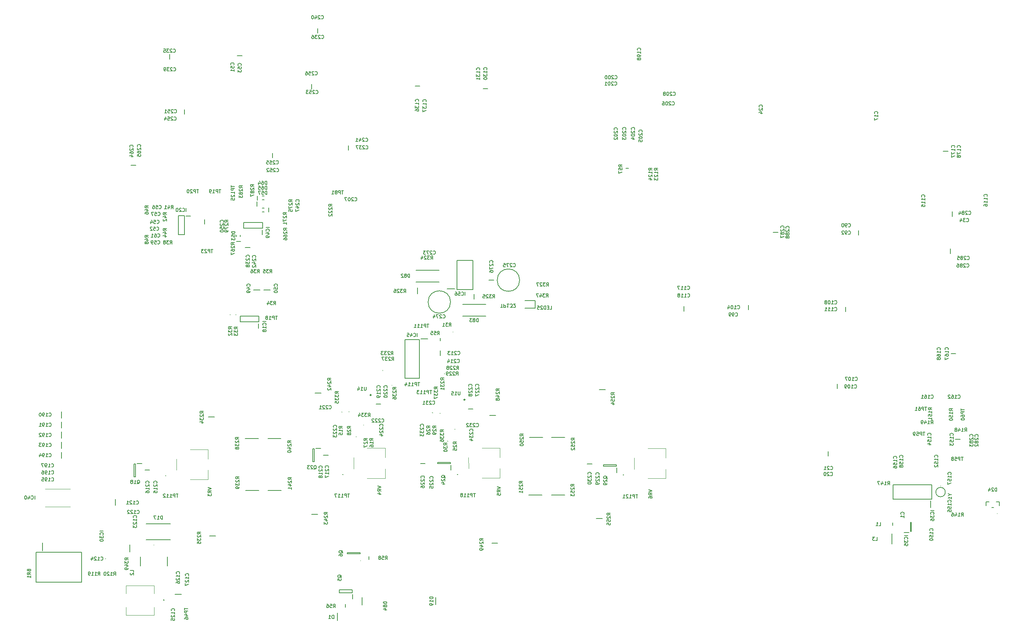
<source format=gbr>
%TF.GenerationSoftware,KiCad,Pcbnew,8.0.8*%
%TF.CreationDate,2025-05-17T22:55:18-04:00*%
%TF.ProjectId,amp board,616d7020-626f-4617-9264-2e6b69636164,rev?*%
%TF.SameCoordinates,Original*%
%TF.FileFunction,Legend,Bot*%
%TF.FilePolarity,Positive*%
%FSLAX46Y46*%
G04 Gerber Fmt 4.6, Leading zero omitted, Abs format (unit mm)*
G04 Created by KiCad (PCBNEW 8.0.8) date 2025-05-17 22:55:18*
%MOMM*%
%LPD*%
G01*
G04 APERTURE LIST*
%ADD10C,0.127000*%
%ADD11C,0.152400*%
%ADD12C,0.100000*%
%ADD13C,0.200000*%
%ADD14C,0.250000*%
G04 APERTURE END LIST*
D10*
X411615854Y-293007343D02*
X411978711Y-293007343D01*
X411216711Y-292753343D02*
X411615854Y-293007343D01*
X411615854Y-293007343D02*
X411216711Y-293261343D01*
X411978711Y-293914486D02*
X411978711Y-293479057D01*
X411978711Y-293696772D02*
X411216711Y-293696772D01*
X411216711Y-293696772D02*
X411325568Y-293624200D01*
X411325568Y-293624200D02*
X411398140Y-293551629D01*
X411398140Y-293551629D02*
X411434426Y-293479057D01*
X285605256Y-307457511D02*
X285859256Y-307094654D01*
X286040685Y-307457511D02*
X286040685Y-306695511D01*
X286040685Y-306695511D02*
X285750399Y-306695511D01*
X285750399Y-306695511D02*
X285677828Y-306731797D01*
X285677828Y-306731797D02*
X285641542Y-306768083D01*
X285641542Y-306768083D02*
X285605256Y-306840654D01*
X285605256Y-306840654D02*
X285605256Y-306949511D01*
X285605256Y-306949511D02*
X285641542Y-307022083D01*
X285641542Y-307022083D02*
X285677828Y-307058368D01*
X285677828Y-307058368D02*
X285750399Y-307094654D01*
X285750399Y-307094654D02*
X286040685Y-307094654D01*
X284915828Y-306695511D02*
X285278685Y-306695511D01*
X285278685Y-306695511D02*
X285314971Y-307058368D01*
X285314971Y-307058368D02*
X285278685Y-307022083D01*
X285278685Y-307022083D02*
X285206114Y-306985797D01*
X285206114Y-306985797D02*
X285024685Y-306985797D01*
X285024685Y-306985797D02*
X284952114Y-307022083D01*
X284952114Y-307022083D02*
X284915828Y-307058368D01*
X284915828Y-307058368D02*
X284879542Y-307130940D01*
X284879542Y-307130940D02*
X284879542Y-307312368D01*
X284879542Y-307312368D02*
X284915828Y-307384940D01*
X284915828Y-307384940D02*
X284952114Y-307421226D01*
X284952114Y-307421226D02*
X285024685Y-307457511D01*
X285024685Y-307457511D02*
X285206114Y-307457511D01*
X285206114Y-307457511D02*
X285278685Y-307421226D01*
X285278685Y-307421226D02*
X285314971Y-307384940D01*
X284444114Y-307022083D02*
X284516685Y-306985797D01*
X284516685Y-306985797D02*
X284552971Y-306949511D01*
X284552971Y-306949511D02*
X284589257Y-306876940D01*
X284589257Y-306876940D02*
X284589257Y-306840654D01*
X284589257Y-306840654D02*
X284552971Y-306768083D01*
X284552971Y-306768083D02*
X284516685Y-306731797D01*
X284516685Y-306731797D02*
X284444114Y-306695511D01*
X284444114Y-306695511D02*
X284298971Y-306695511D01*
X284298971Y-306695511D02*
X284226400Y-306731797D01*
X284226400Y-306731797D02*
X284190114Y-306768083D01*
X284190114Y-306768083D02*
X284153828Y-306840654D01*
X284153828Y-306840654D02*
X284153828Y-306876940D01*
X284153828Y-306876940D02*
X284190114Y-306949511D01*
X284190114Y-306949511D02*
X284226400Y-306985797D01*
X284226400Y-306985797D02*
X284298971Y-307022083D01*
X284298971Y-307022083D02*
X284444114Y-307022083D01*
X284444114Y-307022083D02*
X284516685Y-307058368D01*
X284516685Y-307058368D02*
X284552971Y-307094654D01*
X284552971Y-307094654D02*
X284589257Y-307167226D01*
X284589257Y-307167226D02*
X284589257Y-307312368D01*
X284589257Y-307312368D02*
X284552971Y-307384940D01*
X284552971Y-307384940D02*
X284516685Y-307421226D01*
X284516685Y-307421226D02*
X284444114Y-307457511D01*
X284444114Y-307457511D02*
X284298971Y-307457511D01*
X284298971Y-307457511D02*
X284226400Y-307421226D01*
X284226400Y-307421226D02*
X284190114Y-307384940D01*
X284190114Y-307384940D02*
X284153828Y-307312368D01*
X284153828Y-307312368D02*
X284153828Y-307167226D01*
X284153828Y-307167226D02*
X284190114Y-307094654D01*
X284190114Y-307094654D02*
X284226400Y-307058368D01*
X284226400Y-307058368D02*
X284298971Y-307022083D01*
X276135883Y-306023028D02*
X276099597Y-305950457D01*
X276099597Y-305950457D02*
X276027026Y-305877885D01*
X276027026Y-305877885D02*
X275918168Y-305769028D01*
X275918168Y-305769028D02*
X275881883Y-305696457D01*
X275881883Y-305696457D02*
X275881883Y-305623885D01*
X276063311Y-305660171D02*
X276027026Y-305587600D01*
X276027026Y-305587600D02*
X275954454Y-305515028D01*
X275954454Y-305515028D02*
X275809311Y-305478742D01*
X275809311Y-305478742D02*
X275555311Y-305478742D01*
X275555311Y-305478742D02*
X275410168Y-305515028D01*
X275410168Y-305515028D02*
X275337597Y-305587600D01*
X275337597Y-305587600D02*
X275301311Y-305660171D01*
X275301311Y-305660171D02*
X275301311Y-305805314D01*
X275301311Y-305805314D02*
X275337597Y-305877885D01*
X275337597Y-305877885D02*
X275410168Y-305950457D01*
X275410168Y-305950457D02*
X275555311Y-305986742D01*
X275555311Y-305986742D02*
X275809311Y-305986742D01*
X275809311Y-305986742D02*
X275954454Y-305950457D01*
X275954454Y-305950457D02*
X276027026Y-305877885D01*
X276027026Y-305877885D02*
X276063311Y-305805314D01*
X276063311Y-305805314D02*
X276063311Y-305660171D01*
X275301311Y-306639886D02*
X275301311Y-306494743D01*
X275301311Y-306494743D02*
X275337597Y-306422171D01*
X275337597Y-306422171D02*
X275373883Y-306385886D01*
X275373883Y-306385886D02*
X275482740Y-306313314D01*
X275482740Y-306313314D02*
X275627883Y-306277028D01*
X275627883Y-306277028D02*
X275918168Y-306277028D01*
X275918168Y-306277028D02*
X275990740Y-306313314D01*
X275990740Y-306313314D02*
X276027026Y-306349600D01*
X276027026Y-306349600D02*
X276063311Y-306422171D01*
X276063311Y-306422171D02*
X276063311Y-306567314D01*
X276063311Y-306567314D02*
X276027026Y-306639886D01*
X276027026Y-306639886D02*
X275990740Y-306676171D01*
X275990740Y-306676171D02*
X275918168Y-306712457D01*
X275918168Y-306712457D02*
X275736740Y-306712457D01*
X275736740Y-306712457D02*
X275664168Y-306676171D01*
X275664168Y-306676171D02*
X275627883Y-306639886D01*
X275627883Y-306639886D02*
X275591597Y-306567314D01*
X275591597Y-306567314D02*
X275591597Y-306422171D01*
X275591597Y-306422171D02*
X275627883Y-306349600D01*
X275627883Y-306349600D02*
X275664168Y-306313314D01*
X275664168Y-306313314D02*
X275736740Y-306277028D01*
X234856056Y-235375940D02*
X234892342Y-235412226D01*
X234892342Y-235412226D02*
X235001199Y-235448511D01*
X235001199Y-235448511D02*
X235073771Y-235448511D01*
X235073771Y-235448511D02*
X235182628Y-235412226D01*
X235182628Y-235412226D02*
X235255199Y-235339654D01*
X235255199Y-235339654D02*
X235291485Y-235267083D01*
X235291485Y-235267083D02*
X235327771Y-235121940D01*
X235327771Y-235121940D02*
X235327771Y-235013083D01*
X235327771Y-235013083D02*
X235291485Y-234867940D01*
X235291485Y-234867940D02*
X235255199Y-234795368D01*
X235255199Y-234795368D02*
X235182628Y-234722797D01*
X235182628Y-234722797D02*
X235073771Y-234686511D01*
X235073771Y-234686511D02*
X235001199Y-234686511D01*
X235001199Y-234686511D02*
X234892342Y-234722797D01*
X234892342Y-234722797D02*
X234856056Y-234759083D01*
X234202914Y-234686511D02*
X234348056Y-234686511D01*
X234348056Y-234686511D02*
X234420628Y-234722797D01*
X234420628Y-234722797D02*
X234456914Y-234759083D01*
X234456914Y-234759083D02*
X234529485Y-234867940D01*
X234529485Y-234867940D02*
X234565771Y-235013083D01*
X234565771Y-235013083D02*
X234565771Y-235303368D01*
X234565771Y-235303368D02*
X234529485Y-235375940D01*
X234529485Y-235375940D02*
X234493199Y-235412226D01*
X234493199Y-235412226D02*
X234420628Y-235448511D01*
X234420628Y-235448511D02*
X234275485Y-235448511D01*
X234275485Y-235448511D02*
X234202914Y-235412226D01*
X234202914Y-235412226D02*
X234166628Y-235375940D01*
X234166628Y-235375940D02*
X234130342Y-235303368D01*
X234130342Y-235303368D02*
X234130342Y-235121940D01*
X234130342Y-235121940D02*
X234166628Y-235049368D01*
X234166628Y-235049368D02*
X234202914Y-235013083D01*
X234202914Y-235013083D02*
X234275485Y-234976797D01*
X234275485Y-234976797D02*
X234420628Y-234976797D01*
X234420628Y-234976797D02*
X234493199Y-235013083D01*
X234493199Y-235013083D02*
X234529485Y-235049368D01*
X234529485Y-235049368D02*
X234565771Y-235121940D01*
X233404628Y-235448511D02*
X233840057Y-235448511D01*
X233622342Y-235448511D02*
X233622342Y-234686511D01*
X233622342Y-234686511D02*
X233694914Y-234795368D01*
X233694914Y-234795368D02*
X233767485Y-234867940D01*
X233767485Y-234867940D02*
X233840057Y-234904226D01*
X273523311Y-267447686D02*
X273160454Y-267193686D01*
X273523311Y-267012257D02*
X272761311Y-267012257D01*
X272761311Y-267012257D02*
X272761311Y-267302543D01*
X272761311Y-267302543D02*
X272797597Y-267375114D01*
X272797597Y-267375114D02*
X272833883Y-267411400D01*
X272833883Y-267411400D02*
X272906454Y-267447686D01*
X272906454Y-267447686D02*
X273015311Y-267447686D01*
X273015311Y-267447686D02*
X273087883Y-267411400D01*
X273087883Y-267411400D02*
X273124168Y-267375114D01*
X273124168Y-267375114D02*
X273160454Y-267302543D01*
X273160454Y-267302543D02*
X273160454Y-267012257D01*
X272833883Y-267737971D02*
X272797597Y-267774257D01*
X272797597Y-267774257D02*
X272761311Y-267846829D01*
X272761311Y-267846829D02*
X272761311Y-268028257D01*
X272761311Y-268028257D02*
X272797597Y-268100829D01*
X272797597Y-268100829D02*
X272833883Y-268137114D01*
X272833883Y-268137114D02*
X272906454Y-268173400D01*
X272906454Y-268173400D02*
X272979026Y-268173400D01*
X272979026Y-268173400D02*
X273087883Y-268137114D01*
X273087883Y-268137114D02*
X273523311Y-267701686D01*
X273523311Y-267701686D02*
X273523311Y-268173400D01*
X273015311Y-268826543D02*
X273523311Y-268826543D01*
X272725026Y-268645114D02*
X273269311Y-268463685D01*
X273269311Y-268463685D02*
X273269311Y-268935400D01*
X272833883Y-269189399D02*
X272797597Y-269225685D01*
X272797597Y-269225685D02*
X272761311Y-269298257D01*
X272761311Y-269298257D02*
X272761311Y-269479685D01*
X272761311Y-269479685D02*
X272797597Y-269552257D01*
X272797597Y-269552257D02*
X272833883Y-269588542D01*
X272833883Y-269588542D02*
X272906454Y-269624828D01*
X272906454Y-269624828D02*
X272979026Y-269624828D01*
X272979026Y-269624828D02*
X273087883Y-269588542D01*
X273087883Y-269588542D02*
X273523311Y-269153114D01*
X273523311Y-269153114D02*
X273523311Y-269624828D01*
X247171427Y-238166311D02*
X246735999Y-238166311D01*
X246953713Y-238928311D02*
X246953713Y-238166311D01*
X246481999Y-238928311D02*
X246481999Y-238166311D01*
X246481999Y-238166311D02*
X246191713Y-238166311D01*
X246191713Y-238166311D02*
X246119142Y-238202597D01*
X246119142Y-238202597D02*
X246082856Y-238238883D01*
X246082856Y-238238883D02*
X246046570Y-238311454D01*
X246046570Y-238311454D02*
X246046570Y-238420311D01*
X246046570Y-238420311D02*
X246082856Y-238492883D01*
X246082856Y-238492883D02*
X246119142Y-238529168D01*
X246119142Y-238529168D02*
X246191713Y-238565454D01*
X246191713Y-238565454D02*
X246481999Y-238565454D01*
X245756285Y-238238883D02*
X245719999Y-238202597D01*
X245719999Y-238202597D02*
X245647428Y-238166311D01*
X245647428Y-238166311D02*
X245465999Y-238166311D01*
X245465999Y-238166311D02*
X245393428Y-238202597D01*
X245393428Y-238202597D02*
X245357142Y-238238883D01*
X245357142Y-238238883D02*
X245320856Y-238311454D01*
X245320856Y-238311454D02*
X245320856Y-238384026D01*
X245320856Y-238384026D02*
X245357142Y-238492883D01*
X245357142Y-238492883D02*
X245792570Y-238928311D01*
X245792570Y-238928311D02*
X245320856Y-238928311D01*
X245066856Y-238166311D02*
X244595142Y-238166311D01*
X244595142Y-238166311D02*
X244849142Y-238456597D01*
X244849142Y-238456597D02*
X244740285Y-238456597D01*
X244740285Y-238456597D02*
X244667714Y-238492883D01*
X244667714Y-238492883D02*
X244631428Y-238529168D01*
X244631428Y-238529168D02*
X244595142Y-238601740D01*
X244595142Y-238601740D02*
X244595142Y-238783168D01*
X244595142Y-238783168D02*
X244631428Y-238855740D01*
X244631428Y-238855740D02*
X244667714Y-238892026D01*
X244667714Y-238892026D02*
X244740285Y-238928311D01*
X244740285Y-238928311D02*
X244957999Y-238928311D01*
X244957999Y-238928311D02*
X245030571Y-238892026D01*
X245030571Y-238892026D02*
X245066856Y-238855740D01*
X419856340Y-226350486D02*
X419892626Y-226314200D01*
X419892626Y-226314200D02*
X419928911Y-226205343D01*
X419928911Y-226205343D02*
X419928911Y-226132771D01*
X419928911Y-226132771D02*
X419892626Y-226023914D01*
X419892626Y-226023914D02*
X419820054Y-225951343D01*
X419820054Y-225951343D02*
X419747483Y-225915057D01*
X419747483Y-225915057D02*
X419602340Y-225878771D01*
X419602340Y-225878771D02*
X419493483Y-225878771D01*
X419493483Y-225878771D02*
X419348340Y-225915057D01*
X419348340Y-225915057D02*
X419275768Y-225951343D01*
X419275768Y-225951343D02*
X419203197Y-226023914D01*
X419203197Y-226023914D02*
X419166911Y-226132771D01*
X419166911Y-226132771D02*
X419166911Y-226205343D01*
X419166911Y-226205343D02*
X419203197Y-226314200D01*
X419203197Y-226314200D02*
X419239483Y-226350486D01*
X419928911Y-227076200D02*
X419928911Y-226640771D01*
X419928911Y-226858486D02*
X419166911Y-226858486D01*
X419166911Y-226858486D02*
X419275768Y-226785914D01*
X419275768Y-226785914D02*
X419348340Y-226713343D01*
X419348340Y-226713343D02*
X419384626Y-226640771D01*
X419928911Y-227801914D02*
X419928911Y-227366485D01*
X419928911Y-227584200D02*
X419166911Y-227584200D01*
X419166911Y-227584200D02*
X419275768Y-227511628D01*
X419275768Y-227511628D02*
X419348340Y-227439057D01*
X419348340Y-227439057D02*
X419384626Y-227366485D01*
X419166911Y-228455057D02*
X419166911Y-228309914D01*
X419166911Y-228309914D02*
X419203197Y-228237342D01*
X419203197Y-228237342D02*
X419239483Y-228201057D01*
X419239483Y-228201057D02*
X419348340Y-228128485D01*
X419348340Y-228128485D02*
X419493483Y-228092199D01*
X419493483Y-228092199D02*
X419783768Y-228092199D01*
X419783768Y-228092199D02*
X419856340Y-228128485D01*
X419856340Y-228128485D02*
X419892626Y-228164771D01*
X419892626Y-228164771D02*
X419928911Y-228237342D01*
X419928911Y-228237342D02*
X419928911Y-228382485D01*
X419928911Y-228382485D02*
X419892626Y-228455057D01*
X419892626Y-228455057D02*
X419856340Y-228491342D01*
X419856340Y-228491342D02*
X419783768Y-228527628D01*
X419783768Y-228527628D02*
X419602340Y-228527628D01*
X419602340Y-228527628D02*
X419529768Y-228491342D01*
X419529768Y-228491342D02*
X419493483Y-228455057D01*
X419493483Y-228455057D02*
X419457197Y-228382485D01*
X419457197Y-228382485D02*
X419457197Y-228237342D01*
X419457197Y-228237342D02*
X419493483Y-228164771D01*
X419493483Y-228164771D02*
X419529768Y-228128485D01*
X419529768Y-228128485D02*
X419602340Y-228092199D01*
X342868940Y-211974086D02*
X342905226Y-211937800D01*
X342905226Y-211937800D02*
X342941511Y-211828943D01*
X342941511Y-211828943D02*
X342941511Y-211756371D01*
X342941511Y-211756371D02*
X342905226Y-211647514D01*
X342905226Y-211647514D02*
X342832654Y-211574943D01*
X342832654Y-211574943D02*
X342760083Y-211538657D01*
X342760083Y-211538657D02*
X342614940Y-211502371D01*
X342614940Y-211502371D02*
X342506083Y-211502371D01*
X342506083Y-211502371D02*
X342360940Y-211538657D01*
X342360940Y-211538657D02*
X342288368Y-211574943D01*
X342288368Y-211574943D02*
X342215797Y-211647514D01*
X342215797Y-211647514D02*
X342179511Y-211756371D01*
X342179511Y-211756371D02*
X342179511Y-211828943D01*
X342179511Y-211828943D02*
X342215797Y-211937800D01*
X342215797Y-211937800D02*
X342252083Y-211974086D01*
X342252083Y-212264371D02*
X342215797Y-212300657D01*
X342215797Y-212300657D02*
X342179511Y-212373229D01*
X342179511Y-212373229D02*
X342179511Y-212554657D01*
X342179511Y-212554657D02*
X342215797Y-212627229D01*
X342215797Y-212627229D02*
X342252083Y-212663514D01*
X342252083Y-212663514D02*
X342324654Y-212699800D01*
X342324654Y-212699800D02*
X342397226Y-212699800D01*
X342397226Y-212699800D02*
X342506083Y-212663514D01*
X342506083Y-212663514D02*
X342941511Y-212228086D01*
X342941511Y-212228086D02*
X342941511Y-212699800D01*
X342179511Y-213171514D02*
X342179511Y-213244085D01*
X342179511Y-213244085D02*
X342215797Y-213316657D01*
X342215797Y-213316657D02*
X342252083Y-213352943D01*
X342252083Y-213352943D02*
X342324654Y-213389228D01*
X342324654Y-213389228D02*
X342469797Y-213425514D01*
X342469797Y-213425514D02*
X342651226Y-213425514D01*
X342651226Y-213425514D02*
X342796368Y-213389228D01*
X342796368Y-213389228D02*
X342868940Y-213352943D01*
X342868940Y-213352943D02*
X342905226Y-213316657D01*
X342905226Y-213316657D02*
X342941511Y-213244085D01*
X342941511Y-213244085D02*
X342941511Y-213171514D01*
X342941511Y-213171514D02*
X342905226Y-213098943D01*
X342905226Y-213098943D02*
X342868940Y-213062657D01*
X342868940Y-213062657D02*
X342796368Y-213026371D01*
X342796368Y-213026371D02*
X342651226Y-212990085D01*
X342651226Y-212990085D02*
X342469797Y-212990085D01*
X342469797Y-212990085D02*
X342324654Y-213026371D01*
X342324654Y-213026371D02*
X342252083Y-213062657D01*
X342252083Y-213062657D02*
X342215797Y-213098943D01*
X342215797Y-213098943D02*
X342179511Y-213171514D01*
X342179511Y-214114942D02*
X342179511Y-213752085D01*
X342179511Y-213752085D02*
X342542368Y-213715799D01*
X342542368Y-213715799D02*
X342506083Y-213752085D01*
X342506083Y-213752085D02*
X342469797Y-213824657D01*
X342469797Y-213824657D02*
X342469797Y-214006085D01*
X342469797Y-214006085D02*
X342506083Y-214078657D01*
X342506083Y-214078657D02*
X342542368Y-214114942D01*
X342542368Y-214114942D02*
X342614940Y-214151228D01*
X342614940Y-214151228D02*
X342796368Y-214151228D01*
X342796368Y-214151228D02*
X342868940Y-214114942D01*
X342868940Y-214114942D02*
X342905226Y-214078657D01*
X342905226Y-214078657D02*
X342941511Y-214006085D01*
X342941511Y-214006085D02*
X342941511Y-213824657D01*
X342941511Y-213824657D02*
X342905226Y-213752085D01*
X342905226Y-213752085D02*
X342868940Y-213715799D01*
X344398311Y-291851543D02*
X345160311Y-292105543D01*
X345160311Y-292105543D02*
X344398311Y-292359543D01*
X345160311Y-293048972D02*
X344797454Y-292794972D01*
X345160311Y-292613543D02*
X344398311Y-292613543D01*
X344398311Y-292613543D02*
X344398311Y-292903829D01*
X344398311Y-292903829D02*
X344434597Y-292976400D01*
X344434597Y-292976400D02*
X344470883Y-293012686D01*
X344470883Y-293012686D02*
X344543454Y-293048972D01*
X344543454Y-293048972D02*
X344652311Y-293048972D01*
X344652311Y-293048972D02*
X344724883Y-293012686D01*
X344724883Y-293012686D02*
X344761168Y-292976400D01*
X344761168Y-292976400D02*
X344797454Y-292903829D01*
X344797454Y-292903829D02*
X344797454Y-292613543D01*
X344398311Y-293702115D02*
X344398311Y-293556972D01*
X344398311Y-293556972D02*
X344434597Y-293484400D01*
X344434597Y-293484400D02*
X344470883Y-293448115D01*
X344470883Y-293448115D02*
X344579740Y-293375543D01*
X344579740Y-293375543D02*
X344724883Y-293339257D01*
X344724883Y-293339257D02*
X345015168Y-293339257D01*
X345015168Y-293339257D02*
X345087740Y-293375543D01*
X345087740Y-293375543D02*
X345124026Y-293411829D01*
X345124026Y-293411829D02*
X345160311Y-293484400D01*
X345160311Y-293484400D02*
X345160311Y-293629543D01*
X345160311Y-293629543D02*
X345124026Y-293702115D01*
X345124026Y-293702115D02*
X345087740Y-293738400D01*
X345087740Y-293738400D02*
X345015168Y-293774686D01*
X345015168Y-293774686D02*
X344833740Y-293774686D01*
X344833740Y-293774686D02*
X344761168Y-293738400D01*
X344761168Y-293738400D02*
X344724883Y-293702115D01*
X344724883Y-293702115D02*
X344688597Y-293629543D01*
X344688597Y-293629543D02*
X344688597Y-293484400D01*
X344688597Y-293484400D02*
X344724883Y-293411829D01*
X344724883Y-293411829D02*
X344761168Y-293375543D01*
X344761168Y-293375543D02*
X344833740Y-293339257D01*
X333261740Y-288522286D02*
X333298026Y-288486000D01*
X333298026Y-288486000D02*
X333334311Y-288377143D01*
X333334311Y-288377143D02*
X333334311Y-288304571D01*
X333334311Y-288304571D02*
X333298026Y-288195714D01*
X333298026Y-288195714D02*
X333225454Y-288123143D01*
X333225454Y-288123143D02*
X333152883Y-288086857D01*
X333152883Y-288086857D02*
X333007740Y-288050571D01*
X333007740Y-288050571D02*
X332898883Y-288050571D01*
X332898883Y-288050571D02*
X332753740Y-288086857D01*
X332753740Y-288086857D02*
X332681168Y-288123143D01*
X332681168Y-288123143D02*
X332608597Y-288195714D01*
X332608597Y-288195714D02*
X332572311Y-288304571D01*
X332572311Y-288304571D02*
X332572311Y-288377143D01*
X332572311Y-288377143D02*
X332608597Y-288486000D01*
X332608597Y-288486000D02*
X332644883Y-288522286D01*
X332644883Y-288812571D02*
X332608597Y-288848857D01*
X332608597Y-288848857D02*
X332572311Y-288921429D01*
X332572311Y-288921429D02*
X332572311Y-289102857D01*
X332572311Y-289102857D02*
X332608597Y-289175429D01*
X332608597Y-289175429D02*
X332644883Y-289211714D01*
X332644883Y-289211714D02*
X332717454Y-289248000D01*
X332717454Y-289248000D02*
X332790026Y-289248000D01*
X332790026Y-289248000D02*
X332898883Y-289211714D01*
X332898883Y-289211714D02*
X333334311Y-288776286D01*
X333334311Y-288776286D02*
X333334311Y-289248000D01*
X332644883Y-289538285D02*
X332608597Y-289574571D01*
X332608597Y-289574571D02*
X332572311Y-289647143D01*
X332572311Y-289647143D02*
X332572311Y-289828571D01*
X332572311Y-289828571D02*
X332608597Y-289901143D01*
X332608597Y-289901143D02*
X332644883Y-289937428D01*
X332644883Y-289937428D02*
X332717454Y-289973714D01*
X332717454Y-289973714D02*
X332790026Y-289973714D01*
X332790026Y-289973714D02*
X332898883Y-289937428D01*
X332898883Y-289937428D02*
X333334311Y-289502000D01*
X333334311Y-289502000D02*
X333334311Y-289973714D01*
X333334311Y-290336571D02*
X333334311Y-290481714D01*
X333334311Y-290481714D02*
X333298026Y-290554285D01*
X333298026Y-290554285D02*
X333261740Y-290590571D01*
X333261740Y-290590571D02*
X333152883Y-290663142D01*
X333152883Y-290663142D02*
X333007740Y-290699428D01*
X333007740Y-290699428D02*
X332717454Y-290699428D01*
X332717454Y-290699428D02*
X332644883Y-290663142D01*
X332644883Y-290663142D02*
X332608597Y-290626857D01*
X332608597Y-290626857D02*
X332572311Y-290554285D01*
X332572311Y-290554285D02*
X332572311Y-290409142D01*
X332572311Y-290409142D02*
X332608597Y-290336571D01*
X332608597Y-290336571D02*
X332644883Y-290300285D01*
X332644883Y-290300285D02*
X332717454Y-290263999D01*
X332717454Y-290263999D02*
X332898883Y-290263999D01*
X332898883Y-290263999D02*
X332971454Y-290300285D01*
X332971454Y-290300285D02*
X333007740Y-290336571D01*
X333007740Y-290336571D02*
X333044026Y-290409142D01*
X333044026Y-290409142D02*
X333044026Y-290554285D01*
X333044026Y-290554285D02*
X333007740Y-290626857D01*
X333007740Y-290626857D02*
X332971454Y-290663142D01*
X332971454Y-290663142D02*
X332898883Y-290699428D01*
X287070513Y-263019911D02*
X287324513Y-262657054D01*
X287505942Y-263019911D02*
X287505942Y-262257911D01*
X287505942Y-262257911D02*
X287215656Y-262257911D01*
X287215656Y-262257911D02*
X287143085Y-262294197D01*
X287143085Y-262294197D02*
X287106799Y-262330483D01*
X287106799Y-262330483D02*
X287070513Y-262403054D01*
X287070513Y-262403054D02*
X287070513Y-262511911D01*
X287070513Y-262511911D02*
X287106799Y-262584483D01*
X287106799Y-262584483D02*
X287143085Y-262620768D01*
X287143085Y-262620768D02*
X287215656Y-262657054D01*
X287215656Y-262657054D02*
X287505942Y-262657054D01*
X286780228Y-262330483D02*
X286743942Y-262294197D01*
X286743942Y-262294197D02*
X286671371Y-262257911D01*
X286671371Y-262257911D02*
X286489942Y-262257911D01*
X286489942Y-262257911D02*
X286417371Y-262294197D01*
X286417371Y-262294197D02*
X286381085Y-262330483D01*
X286381085Y-262330483D02*
X286344799Y-262403054D01*
X286344799Y-262403054D02*
X286344799Y-262475626D01*
X286344799Y-262475626D02*
X286381085Y-262584483D01*
X286381085Y-262584483D02*
X286816513Y-263019911D01*
X286816513Y-263019911D02*
X286344799Y-263019911D01*
X286090799Y-262257911D02*
X285619085Y-262257911D01*
X285619085Y-262257911D02*
X285873085Y-262548197D01*
X285873085Y-262548197D02*
X285764228Y-262548197D01*
X285764228Y-262548197D02*
X285691657Y-262584483D01*
X285691657Y-262584483D02*
X285655371Y-262620768D01*
X285655371Y-262620768D02*
X285619085Y-262693340D01*
X285619085Y-262693340D02*
X285619085Y-262874768D01*
X285619085Y-262874768D02*
X285655371Y-262947340D01*
X285655371Y-262947340D02*
X285691657Y-262983626D01*
X285691657Y-262983626D02*
X285764228Y-263019911D01*
X285764228Y-263019911D02*
X285981942Y-263019911D01*
X285981942Y-263019911D02*
X286054514Y-262983626D01*
X286054514Y-262983626D02*
X286090799Y-262947340D01*
X285365085Y-262257911D02*
X284857085Y-262257911D01*
X284857085Y-262257911D02*
X285183657Y-263019911D01*
X238339113Y-194117024D02*
X238375399Y-194153310D01*
X238375399Y-194153310D02*
X238484256Y-194189595D01*
X238484256Y-194189595D02*
X238556828Y-194189595D01*
X238556828Y-194189595D02*
X238665685Y-194153310D01*
X238665685Y-194153310D02*
X238738256Y-194080738D01*
X238738256Y-194080738D02*
X238774542Y-194008167D01*
X238774542Y-194008167D02*
X238810828Y-193863024D01*
X238810828Y-193863024D02*
X238810828Y-193754167D01*
X238810828Y-193754167D02*
X238774542Y-193609024D01*
X238774542Y-193609024D02*
X238738256Y-193536452D01*
X238738256Y-193536452D02*
X238665685Y-193463881D01*
X238665685Y-193463881D02*
X238556828Y-193427595D01*
X238556828Y-193427595D02*
X238484256Y-193427595D01*
X238484256Y-193427595D02*
X238375399Y-193463881D01*
X238375399Y-193463881D02*
X238339113Y-193500167D01*
X238048828Y-193500167D02*
X238012542Y-193463881D01*
X238012542Y-193463881D02*
X237939971Y-193427595D01*
X237939971Y-193427595D02*
X237758542Y-193427595D01*
X237758542Y-193427595D02*
X237685971Y-193463881D01*
X237685971Y-193463881D02*
X237649685Y-193500167D01*
X237649685Y-193500167D02*
X237613399Y-193572738D01*
X237613399Y-193572738D02*
X237613399Y-193645310D01*
X237613399Y-193645310D02*
X237649685Y-193754167D01*
X237649685Y-193754167D02*
X238085113Y-194189595D01*
X238085113Y-194189595D02*
X237613399Y-194189595D01*
X237359399Y-193427595D02*
X236887685Y-193427595D01*
X236887685Y-193427595D02*
X237141685Y-193717881D01*
X237141685Y-193717881D02*
X237032828Y-193717881D01*
X237032828Y-193717881D02*
X236960257Y-193754167D01*
X236960257Y-193754167D02*
X236923971Y-193790452D01*
X236923971Y-193790452D02*
X236887685Y-193863024D01*
X236887685Y-193863024D02*
X236887685Y-194044452D01*
X236887685Y-194044452D02*
X236923971Y-194117024D01*
X236923971Y-194117024D02*
X236960257Y-194153310D01*
X236960257Y-194153310D02*
X237032828Y-194189595D01*
X237032828Y-194189595D02*
X237250542Y-194189595D01*
X237250542Y-194189595D02*
X237323114Y-194153310D01*
X237323114Y-194153310D02*
X237359399Y-194117024D01*
X236198257Y-193427595D02*
X236561114Y-193427595D01*
X236561114Y-193427595D02*
X236597400Y-193790452D01*
X236597400Y-193790452D02*
X236561114Y-193754167D01*
X236561114Y-193754167D02*
X236488543Y-193717881D01*
X236488543Y-193717881D02*
X236307114Y-193717881D01*
X236307114Y-193717881D02*
X236234543Y-193754167D01*
X236234543Y-193754167D02*
X236198257Y-193790452D01*
X236198257Y-193790452D02*
X236161971Y-193863024D01*
X236161971Y-193863024D02*
X236161971Y-194044452D01*
X236161971Y-194044452D02*
X236198257Y-194117024D01*
X236198257Y-194117024D02*
X236234543Y-194153310D01*
X236234543Y-194153310D02*
X236307114Y-194189595D01*
X236307114Y-194189595D02*
X236488543Y-194189595D01*
X236488543Y-194189595D02*
X236561114Y-194153310D01*
X236561114Y-194153310D02*
X236597400Y-194117024D01*
X222163313Y-307562740D02*
X222199599Y-307599026D01*
X222199599Y-307599026D02*
X222308456Y-307635311D01*
X222308456Y-307635311D02*
X222381028Y-307635311D01*
X222381028Y-307635311D02*
X222489885Y-307599026D01*
X222489885Y-307599026D02*
X222562456Y-307526454D01*
X222562456Y-307526454D02*
X222598742Y-307453883D01*
X222598742Y-307453883D02*
X222635028Y-307308740D01*
X222635028Y-307308740D02*
X222635028Y-307199883D01*
X222635028Y-307199883D02*
X222598742Y-307054740D01*
X222598742Y-307054740D02*
X222562456Y-306982168D01*
X222562456Y-306982168D02*
X222489885Y-306909597D01*
X222489885Y-306909597D02*
X222381028Y-306873311D01*
X222381028Y-306873311D02*
X222308456Y-306873311D01*
X222308456Y-306873311D02*
X222199599Y-306909597D01*
X222199599Y-306909597D02*
X222163313Y-306945883D01*
X221437599Y-307635311D02*
X221873028Y-307635311D01*
X221655313Y-307635311D02*
X221655313Y-306873311D01*
X221655313Y-306873311D02*
X221727885Y-306982168D01*
X221727885Y-306982168D02*
X221800456Y-307054740D01*
X221800456Y-307054740D02*
X221873028Y-307091026D01*
X221147314Y-306945883D02*
X221111028Y-306909597D01*
X221111028Y-306909597D02*
X221038457Y-306873311D01*
X221038457Y-306873311D02*
X220857028Y-306873311D01*
X220857028Y-306873311D02*
X220784457Y-306909597D01*
X220784457Y-306909597D02*
X220748171Y-306945883D01*
X220748171Y-306945883D02*
X220711885Y-307018454D01*
X220711885Y-307018454D02*
X220711885Y-307091026D01*
X220711885Y-307091026D02*
X220748171Y-307199883D01*
X220748171Y-307199883D02*
X221183599Y-307635311D01*
X221183599Y-307635311D02*
X220711885Y-307635311D01*
X220058743Y-307127311D02*
X220058743Y-307635311D01*
X220240171Y-306837026D02*
X220421600Y-307381311D01*
X220421600Y-307381311D02*
X219949885Y-307381311D01*
X390444313Y-267420340D02*
X390480599Y-267456626D01*
X390480599Y-267456626D02*
X390589456Y-267492911D01*
X390589456Y-267492911D02*
X390662028Y-267492911D01*
X390662028Y-267492911D02*
X390770885Y-267456626D01*
X390770885Y-267456626D02*
X390843456Y-267384054D01*
X390843456Y-267384054D02*
X390879742Y-267311483D01*
X390879742Y-267311483D02*
X390916028Y-267166340D01*
X390916028Y-267166340D02*
X390916028Y-267057483D01*
X390916028Y-267057483D02*
X390879742Y-266912340D01*
X390879742Y-266912340D02*
X390843456Y-266839768D01*
X390843456Y-266839768D02*
X390770885Y-266767197D01*
X390770885Y-266767197D02*
X390662028Y-266730911D01*
X390662028Y-266730911D02*
X390589456Y-266730911D01*
X390589456Y-266730911D02*
X390480599Y-266767197D01*
X390480599Y-266767197D02*
X390444313Y-266803483D01*
X389718599Y-267492911D02*
X390154028Y-267492911D01*
X389936313Y-267492911D02*
X389936313Y-266730911D01*
X389936313Y-266730911D02*
X390008885Y-266839768D01*
X390008885Y-266839768D02*
X390081456Y-266912340D01*
X390081456Y-266912340D02*
X390154028Y-266948626D01*
X389246885Y-266730911D02*
X389174314Y-266730911D01*
X389174314Y-266730911D02*
X389101742Y-266767197D01*
X389101742Y-266767197D02*
X389065457Y-266803483D01*
X389065457Y-266803483D02*
X389029171Y-266876054D01*
X389029171Y-266876054D02*
X388992885Y-267021197D01*
X388992885Y-267021197D02*
X388992885Y-267202626D01*
X388992885Y-267202626D02*
X389029171Y-267347768D01*
X389029171Y-267347768D02*
X389065457Y-267420340D01*
X389065457Y-267420340D02*
X389101742Y-267456626D01*
X389101742Y-267456626D02*
X389174314Y-267492911D01*
X389174314Y-267492911D02*
X389246885Y-267492911D01*
X389246885Y-267492911D02*
X389319457Y-267456626D01*
X389319457Y-267456626D02*
X389355742Y-267420340D01*
X389355742Y-267420340D02*
X389392028Y-267347768D01*
X389392028Y-267347768D02*
X389428314Y-267202626D01*
X389428314Y-267202626D02*
X389428314Y-267021197D01*
X389428314Y-267021197D02*
X389392028Y-266876054D01*
X389392028Y-266876054D02*
X389355742Y-266803483D01*
X389355742Y-266803483D02*
X389319457Y-266767197D01*
X389319457Y-266767197D02*
X389246885Y-266730911D01*
X388738885Y-266730911D02*
X388230885Y-266730911D01*
X388230885Y-266730911D02*
X388557457Y-267492911D01*
X277658684Y-292776311D02*
X277223256Y-292776311D01*
X277440970Y-293538311D02*
X277440970Y-292776311D01*
X276969256Y-293538311D02*
X276969256Y-292776311D01*
X276969256Y-292776311D02*
X276678970Y-292776311D01*
X276678970Y-292776311D02*
X276606399Y-292812597D01*
X276606399Y-292812597D02*
X276570113Y-292848883D01*
X276570113Y-292848883D02*
X276533827Y-292921454D01*
X276533827Y-292921454D02*
X276533827Y-293030311D01*
X276533827Y-293030311D02*
X276570113Y-293102883D01*
X276570113Y-293102883D02*
X276606399Y-293139168D01*
X276606399Y-293139168D02*
X276678970Y-293175454D01*
X276678970Y-293175454D02*
X276969256Y-293175454D01*
X275808113Y-293538311D02*
X276243542Y-293538311D01*
X276025827Y-293538311D02*
X276025827Y-292776311D01*
X276025827Y-292776311D02*
X276098399Y-292885168D01*
X276098399Y-292885168D02*
X276170970Y-292957740D01*
X276170970Y-292957740D02*
X276243542Y-292994026D01*
X275082399Y-293538311D02*
X275517828Y-293538311D01*
X275300113Y-293538311D02*
X275300113Y-292776311D01*
X275300113Y-292776311D02*
X275372685Y-292885168D01*
X275372685Y-292885168D02*
X275445256Y-292957740D01*
X275445256Y-292957740D02*
X275517828Y-292994026D01*
X274828399Y-292776311D02*
X274320399Y-292776311D01*
X274320399Y-292776311D02*
X274646971Y-293538311D01*
X237600056Y-236972511D02*
X237854056Y-236609654D01*
X238035485Y-236972511D02*
X238035485Y-236210511D01*
X238035485Y-236210511D02*
X237745199Y-236210511D01*
X237745199Y-236210511D02*
X237672628Y-236246797D01*
X237672628Y-236246797D02*
X237636342Y-236283083D01*
X237636342Y-236283083D02*
X237600056Y-236355654D01*
X237600056Y-236355654D02*
X237600056Y-236464511D01*
X237600056Y-236464511D02*
X237636342Y-236537083D01*
X237636342Y-236537083D02*
X237672628Y-236573368D01*
X237672628Y-236573368D02*
X237745199Y-236609654D01*
X237745199Y-236609654D02*
X238035485Y-236609654D01*
X237346056Y-236210511D02*
X236874342Y-236210511D01*
X236874342Y-236210511D02*
X237128342Y-236500797D01*
X237128342Y-236500797D02*
X237019485Y-236500797D01*
X237019485Y-236500797D02*
X236946914Y-236537083D01*
X236946914Y-236537083D02*
X236910628Y-236573368D01*
X236910628Y-236573368D02*
X236874342Y-236645940D01*
X236874342Y-236645940D02*
X236874342Y-236827368D01*
X236874342Y-236827368D02*
X236910628Y-236899940D01*
X236910628Y-236899940D02*
X236946914Y-236936226D01*
X236946914Y-236936226D02*
X237019485Y-236972511D01*
X237019485Y-236972511D02*
X237237199Y-236972511D01*
X237237199Y-236972511D02*
X237309771Y-236936226D01*
X237309771Y-236936226D02*
X237346056Y-236899940D01*
X236438914Y-236537083D02*
X236511485Y-236500797D01*
X236511485Y-236500797D02*
X236547771Y-236464511D01*
X236547771Y-236464511D02*
X236584057Y-236391940D01*
X236584057Y-236391940D02*
X236584057Y-236355654D01*
X236584057Y-236355654D02*
X236547771Y-236283083D01*
X236547771Y-236283083D02*
X236511485Y-236246797D01*
X236511485Y-236246797D02*
X236438914Y-236210511D01*
X236438914Y-236210511D02*
X236293771Y-236210511D01*
X236293771Y-236210511D02*
X236221200Y-236246797D01*
X236221200Y-236246797D02*
X236184914Y-236283083D01*
X236184914Y-236283083D02*
X236148628Y-236355654D01*
X236148628Y-236355654D02*
X236148628Y-236391940D01*
X236148628Y-236391940D02*
X236184914Y-236464511D01*
X236184914Y-236464511D02*
X236221200Y-236500797D01*
X236221200Y-236500797D02*
X236293771Y-236537083D01*
X236293771Y-236537083D02*
X236438914Y-236537083D01*
X236438914Y-236537083D02*
X236511485Y-236573368D01*
X236511485Y-236573368D02*
X236547771Y-236609654D01*
X236547771Y-236609654D02*
X236584057Y-236682226D01*
X236584057Y-236682226D02*
X236584057Y-236827368D01*
X236584057Y-236827368D02*
X236547771Y-236899940D01*
X236547771Y-236899940D02*
X236511485Y-236936226D01*
X236511485Y-236936226D02*
X236438914Y-236972511D01*
X236438914Y-236972511D02*
X236293771Y-236972511D01*
X236293771Y-236972511D02*
X236221200Y-236936226D01*
X236221200Y-236936226D02*
X236184914Y-236899940D01*
X236184914Y-236899940D02*
X236148628Y-236827368D01*
X236148628Y-236827368D02*
X236148628Y-236682226D01*
X236148628Y-236682226D02*
X236184914Y-236609654D01*
X236184914Y-236609654D02*
X236221200Y-236573368D01*
X236221200Y-236573368D02*
X236293771Y-236537083D01*
X238397113Y-198282624D02*
X238433399Y-198318910D01*
X238433399Y-198318910D02*
X238542256Y-198355195D01*
X238542256Y-198355195D02*
X238614828Y-198355195D01*
X238614828Y-198355195D02*
X238723685Y-198318910D01*
X238723685Y-198318910D02*
X238796256Y-198246338D01*
X238796256Y-198246338D02*
X238832542Y-198173767D01*
X238832542Y-198173767D02*
X238868828Y-198028624D01*
X238868828Y-198028624D02*
X238868828Y-197919767D01*
X238868828Y-197919767D02*
X238832542Y-197774624D01*
X238832542Y-197774624D02*
X238796256Y-197702052D01*
X238796256Y-197702052D02*
X238723685Y-197629481D01*
X238723685Y-197629481D02*
X238614828Y-197593195D01*
X238614828Y-197593195D02*
X238542256Y-197593195D01*
X238542256Y-197593195D02*
X238433399Y-197629481D01*
X238433399Y-197629481D02*
X238397113Y-197665767D01*
X238106828Y-197665767D02*
X238070542Y-197629481D01*
X238070542Y-197629481D02*
X237997971Y-197593195D01*
X237997971Y-197593195D02*
X237816542Y-197593195D01*
X237816542Y-197593195D02*
X237743971Y-197629481D01*
X237743971Y-197629481D02*
X237707685Y-197665767D01*
X237707685Y-197665767D02*
X237671399Y-197738338D01*
X237671399Y-197738338D02*
X237671399Y-197810910D01*
X237671399Y-197810910D02*
X237707685Y-197919767D01*
X237707685Y-197919767D02*
X238143113Y-198355195D01*
X238143113Y-198355195D02*
X237671399Y-198355195D01*
X237417399Y-197593195D02*
X236945685Y-197593195D01*
X236945685Y-197593195D02*
X237199685Y-197883481D01*
X237199685Y-197883481D02*
X237090828Y-197883481D01*
X237090828Y-197883481D02*
X237018257Y-197919767D01*
X237018257Y-197919767D02*
X236981971Y-197956052D01*
X236981971Y-197956052D02*
X236945685Y-198028624D01*
X236945685Y-198028624D02*
X236945685Y-198210052D01*
X236945685Y-198210052D02*
X236981971Y-198282624D01*
X236981971Y-198282624D02*
X237018257Y-198318910D01*
X237018257Y-198318910D02*
X237090828Y-198355195D01*
X237090828Y-198355195D02*
X237308542Y-198355195D01*
X237308542Y-198355195D02*
X237381114Y-198318910D01*
X237381114Y-198318910D02*
X237417399Y-198282624D01*
X236582828Y-198355195D02*
X236437685Y-198355195D01*
X236437685Y-198355195D02*
X236365114Y-198318910D01*
X236365114Y-198318910D02*
X236328828Y-198282624D01*
X236328828Y-198282624D02*
X236256257Y-198173767D01*
X236256257Y-198173767D02*
X236219971Y-198028624D01*
X236219971Y-198028624D02*
X236219971Y-197738338D01*
X236219971Y-197738338D02*
X236256257Y-197665767D01*
X236256257Y-197665767D02*
X236292543Y-197629481D01*
X236292543Y-197629481D02*
X236365114Y-197593195D01*
X236365114Y-197593195D02*
X236510257Y-197593195D01*
X236510257Y-197593195D02*
X236582828Y-197629481D01*
X236582828Y-197629481D02*
X236619114Y-197665767D01*
X236619114Y-197665767D02*
X236655400Y-197738338D01*
X236655400Y-197738338D02*
X236655400Y-197919767D01*
X236655400Y-197919767D02*
X236619114Y-197992338D01*
X236619114Y-197992338D02*
X236582828Y-198028624D01*
X236582828Y-198028624D02*
X236510257Y-198064910D01*
X236510257Y-198064910D02*
X236365114Y-198064910D01*
X236365114Y-198064910D02*
X236292543Y-198028624D01*
X236292543Y-198028624D02*
X236256257Y-197992338D01*
X236256257Y-197992338D02*
X236219971Y-197919767D01*
X407745140Y-301031486D02*
X407781426Y-300995200D01*
X407781426Y-300995200D02*
X407817711Y-300886343D01*
X407817711Y-300886343D02*
X407817711Y-300813771D01*
X407817711Y-300813771D02*
X407781426Y-300704914D01*
X407781426Y-300704914D02*
X407708854Y-300632343D01*
X407708854Y-300632343D02*
X407636283Y-300596057D01*
X407636283Y-300596057D02*
X407491140Y-300559771D01*
X407491140Y-300559771D02*
X407382283Y-300559771D01*
X407382283Y-300559771D02*
X407237140Y-300596057D01*
X407237140Y-300596057D02*
X407164568Y-300632343D01*
X407164568Y-300632343D02*
X407091997Y-300704914D01*
X407091997Y-300704914D02*
X407055711Y-300813771D01*
X407055711Y-300813771D02*
X407055711Y-300886343D01*
X407055711Y-300886343D02*
X407091997Y-300995200D01*
X407091997Y-300995200D02*
X407128283Y-301031486D01*
X407817711Y-301757200D02*
X407817711Y-301321771D01*
X407817711Y-301539486D02*
X407055711Y-301539486D01*
X407055711Y-301539486D02*
X407164568Y-301466914D01*
X407164568Y-301466914D02*
X407237140Y-301394343D01*
X407237140Y-301394343D02*
X407273426Y-301321771D01*
X407055711Y-302446628D02*
X407055711Y-302083771D01*
X407055711Y-302083771D02*
X407418568Y-302047485D01*
X407418568Y-302047485D02*
X407382283Y-302083771D01*
X407382283Y-302083771D02*
X407345997Y-302156343D01*
X407345997Y-302156343D02*
X407345997Y-302337771D01*
X407345997Y-302337771D02*
X407382283Y-302410343D01*
X407382283Y-302410343D02*
X407418568Y-302446628D01*
X407418568Y-302446628D02*
X407491140Y-302482914D01*
X407491140Y-302482914D02*
X407672568Y-302482914D01*
X407672568Y-302482914D02*
X407745140Y-302446628D01*
X407745140Y-302446628D02*
X407781426Y-302410343D01*
X407781426Y-302410343D02*
X407817711Y-302337771D01*
X407817711Y-302337771D02*
X407817711Y-302156343D01*
X407817711Y-302156343D02*
X407781426Y-302083771D01*
X407781426Y-302083771D02*
X407745140Y-302047485D01*
X407055711Y-302954628D02*
X407055711Y-303027199D01*
X407055711Y-303027199D02*
X407091997Y-303099771D01*
X407091997Y-303099771D02*
X407128283Y-303136057D01*
X407128283Y-303136057D02*
X407200854Y-303172342D01*
X407200854Y-303172342D02*
X407345997Y-303208628D01*
X407345997Y-303208628D02*
X407527426Y-303208628D01*
X407527426Y-303208628D02*
X407672568Y-303172342D01*
X407672568Y-303172342D02*
X407745140Y-303136057D01*
X407745140Y-303136057D02*
X407781426Y-303099771D01*
X407781426Y-303099771D02*
X407817711Y-303027199D01*
X407817711Y-303027199D02*
X407817711Y-302954628D01*
X407817711Y-302954628D02*
X407781426Y-302882057D01*
X407781426Y-302882057D02*
X407745140Y-302845771D01*
X407745140Y-302845771D02*
X407672568Y-302809485D01*
X407672568Y-302809485D02*
X407527426Y-302773199D01*
X407527426Y-302773199D02*
X407345997Y-302773199D01*
X407345997Y-302773199D02*
X407200854Y-302809485D01*
X407200854Y-302809485D02*
X407128283Y-302845771D01*
X407128283Y-302845771D02*
X407091997Y-302882057D01*
X407091997Y-302882057D02*
X407055711Y-302954628D01*
X388910256Y-233089940D02*
X388946542Y-233126226D01*
X388946542Y-233126226D02*
X389055399Y-233162511D01*
X389055399Y-233162511D02*
X389127971Y-233162511D01*
X389127971Y-233162511D02*
X389236828Y-233126226D01*
X389236828Y-233126226D02*
X389309399Y-233053654D01*
X389309399Y-233053654D02*
X389345685Y-232981083D01*
X389345685Y-232981083D02*
X389381971Y-232835940D01*
X389381971Y-232835940D02*
X389381971Y-232727083D01*
X389381971Y-232727083D02*
X389345685Y-232581940D01*
X389345685Y-232581940D02*
X389309399Y-232509368D01*
X389309399Y-232509368D02*
X389236828Y-232436797D01*
X389236828Y-232436797D02*
X389127971Y-232400511D01*
X389127971Y-232400511D02*
X389055399Y-232400511D01*
X389055399Y-232400511D02*
X388946542Y-232436797D01*
X388946542Y-232436797D02*
X388910256Y-232473083D01*
X388547399Y-233162511D02*
X388402256Y-233162511D01*
X388402256Y-233162511D02*
X388329685Y-233126226D01*
X388329685Y-233126226D02*
X388293399Y-233089940D01*
X388293399Y-233089940D02*
X388220828Y-232981083D01*
X388220828Y-232981083D02*
X388184542Y-232835940D01*
X388184542Y-232835940D02*
X388184542Y-232545654D01*
X388184542Y-232545654D02*
X388220828Y-232473083D01*
X388220828Y-232473083D02*
X388257114Y-232436797D01*
X388257114Y-232436797D02*
X388329685Y-232400511D01*
X388329685Y-232400511D02*
X388474828Y-232400511D01*
X388474828Y-232400511D02*
X388547399Y-232436797D01*
X388547399Y-232436797D02*
X388583685Y-232473083D01*
X388583685Y-232473083D02*
X388619971Y-232545654D01*
X388619971Y-232545654D02*
X388619971Y-232727083D01*
X388619971Y-232727083D02*
X388583685Y-232799654D01*
X388583685Y-232799654D02*
X388547399Y-232835940D01*
X388547399Y-232835940D02*
X388474828Y-232872226D01*
X388474828Y-232872226D02*
X388329685Y-232872226D01*
X388329685Y-232872226D02*
X388257114Y-232835940D01*
X388257114Y-232835940D02*
X388220828Y-232799654D01*
X388220828Y-232799654D02*
X388184542Y-232727083D01*
X387712828Y-232400511D02*
X387640257Y-232400511D01*
X387640257Y-232400511D02*
X387567685Y-232436797D01*
X387567685Y-232436797D02*
X387531400Y-232473083D01*
X387531400Y-232473083D02*
X387495114Y-232545654D01*
X387495114Y-232545654D02*
X387458828Y-232690797D01*
X387458828Y-232690797D02*
X387458828Y-232872226D01*
X387458828Y-232872226D02*
X387495114Y-233017368D01*
X387495114Y-233017368D02*
X387531400Y-233089940D01*
X387531400Y-233089940D02*
X387567685Y-233126226D01*
X387567685Y-233126226D02*
X387640257Y-233162511D01*
X387640257Y-233162511D02*
X387712828Y-233162511D01*
X387712828Y-233162511D02*
X387785400Y-233126226D01*
X387785400Y-233126226D02*
X387821685Y-233089940D01*
X387821685Y-233089940D02*
X387857971Y-233017368D01*
X387857971Y-233017368D02*
X387894257Y-232872226D01*
X387894257Y-232872226D02*
X387894257Y-232690797D01*
X387894257Y-232690797D02*
X387857971Y-232545654D01*
X387857971Y-232545654D02*
X387821685Y-232473083D01*
X387821685Y-232473083D02*
X387785400Y-232436797D01*
X387785400Y-232436797D02*
X387712828Y-232400511D01*
X278803713Y-227298740D02*
X278839999Y-227335026D01*
X278839999Y-227335026D02*
X278948856Y-227371311D01*
X278948856Y-227371311D02*
X279021428Y-227371311D01*
X279021428Y-227371311D02*
X279130285Y-227335026D01*
X279130285Y-227335026D02*
X279202856Y-227262454D01*
X279202856Y-227262454D02*
X279239142Y-227189883D01*
X279239142Y-227189883D02*
X279275428Y-227044740D01*
X279275428Y-227044740D02*
X279275428Y-226935883D01*
X279275428Y-226935883D02*
X279239142Y-226790740D01*
X279239142Y-226790740D02*
X279202856Y-226718168D01*
X279202856Y-226718168D02*
X279130285Y-226645597D01*
X279130285Y-226645597D02*
X279021428Y-226609311D01*
X279021428Y-226609311D02*
X278948856Y-226609311D01*
X278948856Y-226609311D02*
X278839999Y-226645597D01*
X278839999Y-226645597D02*
X278803713Y-226681883D01*
X278513428Y-226681883D02*
X278477142Y-226645597D01*
X278477142Y-226645597D02*
X278404571Y-226609311D01*
X278404571Y-226609311D02*
X278223142Y-226609311D01*
X278223142Y-226609311D02*
X278150571Y-226645597D01*
X278150571Y-226645597D02*
X278114285Y-226681883D01*
X278114285Y-226681883D02*
X278077999Y-226754454D01*
X278077999Y-226754454D02*
X278077999Y-226827026D01*
X278077999Y-226827026D02*
X278114285Y-226935883D01*
X278114285Y-226935883D02*
X278549713Y-227371311D01*
X278549713Y-227371311D02*
X278077999Y-227371311D01*
X277606285Y-226609311D02*
X277533714Y-226609311D01*
X277533714Y-226609311D02*
X277461142Y-226645597D01*
X277461142Y-226645597D02*
X277424857Y-226681883D01*
X277424857Y-226681883D02*
X277388571Y-226754454D01*
X277388571Y-226754454D02*
X277352285Y-226899597D01*
X277352285Y-226899597D02*
X277352285Y-227081026D01*
X277352285Y-227081026D02*
X277388571Y-227226168D01*
X277388571Y-227226168D02*
X277424857Y-227298740D01*
X277424857Y-227298740D02*
X277461142Y-227335026D01*
X277461142Y-227335026D02*
X277533714Y-227371311D01*
X277533714Y-227371311D02*
X277606285Y-227371311D01*
X277606285Y-227371311D02*
X277678857Y-227335026D01*
X277678857Y-227335026D02*
X277715142Y-227298740D01*
X277715142Y-227298740D02*
X277751428Y-227226168D01*
X277751428Y-227226168D02*
X277787714Y-227081026D01*
X277787714Y-227081026D02*
X277787714Y-226899597D01*
X277787714Y-226899597D02*
X277751428Y-226754454D01*
X277751428Y-226754454D02*
X277715142Y-226681883D01*
X277715142Y-226681883D02*
X277678857Y-226645597D01*
X277678857Y-226645597D02*
X277606285Y-226609311D01*
X277098285Y-226609311D02*
X276590285Y-226609311D01*
X276590285Y-226609311D02*
X276916857Y-227371311D01*
X275831083Y-311484028D02*
X275794797Y-311411457D01*
X275794797Y-311411457D02*
X275722226Y-311338885D01*
X275722226Y-311338885D02*
X275613368Y-311230028D01*
X275613368Y-311230028D02*
X275577083Y-311157457D01*
X275577083Y-311157457D02*
X275577083Y-311084885D01*
X275758511Y-311121171D02*
X275722226Y-311048600D01*
X275722226Y-311048600D02*
X275649654Y-310976028D01*
X275649654Y-310976028D02*
X275504511Y-310939742D01*
X275504511Y-310939742D02*
X275250511Y-310939742D01*
X275250511Y-310939742D02*
X275105368Y-310976028D01*
X275105368Y-310976028D02*
X275032797Y-311048600D01*
X275032797Y-311048600D02*
X274996511Y-311121171D01*
X274996511Y-311121171D02*
X274996511Y-311266314D01*
X274996511Y-311266314D02*
X275032797Y-311338885D01*
X275032797Y-311338885D02*
X275105368Y-311411457D01*
X275105368Y-311411457D02*
X275250511Y-311447742D01*
X275250511Y-311447742D02*
X275504511Y-311447742D01*
X275504511Y-311447742D02*
X275649654Y-311411457D01*
X275649654Y-311411457D02*
X275722226Y-311338885D01*
X275722226Y-311338885D02*
X275758511Y-311266314D01*
X275758511Y-311266314D02*
X275758511Y-311121171D01*
X274996511Y-312137171D02*
X274996511Y-311774314D01*
X274996511Y-311774314D02*
X275359368Y-311738028D01*
X275359368Y-311738028D02*
X275323083Y-311774314D01*
X275323083Y-311774314D02*
X275286797Y-311846886D01*
X275286797Y-311846886D02*
X275286797Y-312028314D01*
X275286797Y-312028314D02*
X275323083Y-312100886D01*
X275323083Y-312100886D02*
X275359368Y-312137171D01*
X275359368Y-312137171D02*
X275431940Y-312173457D01*
X275431940Y-312173457D02*
X275613368Y-312173457D01*
X275613368Y-312173457D02*
X275685940Y-312137171D01*
X275685940Y-312137171D02*
X275722226Y-312100886D01*
X275722226Y-312100886D02*
X275758511Y-312028314D01*
X275758511Y-312028314D02*
X275758511Y-311846886D01*
X275758511Y-311846886D02*
X275722226Y-311774314D01*
X275722226Y-311774314D02*
X275685940Y-311738028D01*
X353049513Y-247059940D02*
X353085799Y-247096226D01*
X353085799Y-247096226D02*
X353194656Y-247132511D01*
X353194656Y-247132511D02*
X353267228Y-247132511D01*
X353267228Y-247132511D02*
X353376085Y-247096226D01*
X353376085Y-247096226D02*
X353448656Y-247023654D01*
X353448656Y-247023654D02*
X353484942Y-246951083D01*
X353484942Y-246951083D02*
X353521228Y-246805940D01*
X353521228Y-246805940D02*
X353521228Y-246697083D01*
X353521228Y-246697083D02*
X353484942Y-246551940D01*
X353484942Y-246551940D02*
X353448656Y-246479368D01*
X353448656Y-246479368D02*
X353376085Y-246406797D01*
X353376085Y-246406797D02*
X353267228Y-246370511D01*
X353267228Y-246370511D02*
X353194656Y-246370511D01*
X353194656Y-246370511D02*
X353085799Y-246406797D01*
X353085799Y-246406797D02*
X353049513Y-246443083D01*
X352323799Y-247132511D02*
X352759228Y-247132511D01*
X352541513Y-247132511D02*
X352541513Y-246370511D01*
X352541513Y-246370511D02*
X352614085Y-246479368D01*
X352614085Y-246479368D02*
X352686656Y-246551940D01*
X352686656Y-246551940D02*
X352759228Y-246588226D01*
X351598085Y-247132511D02*
X352033514Y-247132511D01*
X351815799Y-247132511D02*
X351815799Y-246370511D01*
X351815799Y-246370511D02*
X351888371Y-246479368D01*
X351888371Y-246479368D02*
X351960942Y-246551940D01*
X351960942Y-246551940D02*
X352033514Y-246588226D01*
X351344085Y-246370511D02*
X350836085Y-246370511D01*
X350836085Y-246370511D02*
X351162657Y-247132511D01*
X252687311Y-255962801D02*
X252324454Y-255708801D01*
X252687311Y-255527372D02*
X251925311Y-255527372D01*
X251925311Y-255527372D02*
X251925311Y-255817658D01*
X251925311Y-255817658D02*
X251961597Y-255890229D01*
X251961597Y-255890229D02*
X251997883Y-255926515D01*
X251997883Y-255926515D02*
X252070454Y-255962801D01*
X252070454Y-255962801D02*
X252179311Y-255962801D01*
X252179311Y-255962801D02*
X252251883Y-255926515D01*
X252251883Y-255926515D02*
X252288168Y-255890229D01*
X252288168Y-255890229D02*
X252324454Y-255817658D01*
X252324454Y-255817658D02*
X252324454Y-255527372D01*
X251925311Y-256216801D02*
X251925311Y-256688515D01*
X251925311Y-256688515D02*
X252215597Y-256434515D01*
X252215597Y-256434515D02*
X252215597Y-256543372D01*
X252215597Y-256543372D02*
X252251883Y-256615944D01*
X252251883Y-256615944D02*
X252288168Y-256652229D01*
X252288168Y-256652229D02*
X252360740Y-256688515D01*
X252360740Y-256688515D02*
X252542168Y-256688515D01*
X252542168Y-256688515D02*
X252614740Y-256652229D01*
X252614740Y-256652229D02*
X252651026Y-256615944D01*
X252651026Y-256615944D02*
X252687311Y-256543372D01*
X252687311Y-256543372D02*
X252687311Y-256325658D01*
X252687311Y-256325658D02*
X252651026Y-256253086D01*
X252651026Y-256253086D02*
X252614740Y-256216801D01*
X251925311Y-256942515D02*
X251925311Y-257414229D01*
X251925311Y-257414229D02*
X252215597Y-257160229D01*
X252215597Y-257160229D02*
X252215597Y-257269086D01*
X252215597Y-257269086D02*
X252251883Y-257341658D01*
X252251883Y-257341658D02*
X252288168Y-257377943D01*
X252288168Y-257377943D02*
X252360740Y-257414229D01*
X252360740Y-257414229D02*
X252542168Y-257414229D01*
X252542168Y-257414229D02*
X252614740Y-257377943D01*
X252614740Y-257377943D02*
X252651026Y-257341658D01*
X252651026Y-257341658D02*
X252687311Y-257269086D01*
X252687311Y-257269086D02*
X252687311Y-257051372D01*
X252687311Y-257051372D02*
X252651026Y-256978800D01*
X252651026Y-256978800D02*
X252614740Y-256942515D01*
X401288940Y-297383400D02*
X401325226Y-297347114D01*
X401325226Y-297347114D02*
X401361511Y-297238257D01*
X401361511Y-297238257D02*
X401361511Y-297165685D01*
X401361511Y-297165685D02*
X401325226Y-297056828D01*
X401325226Y-297056828D02*
X401252654Y-296984257D01*
X401252654Y-296984257D02*
X401180083Y-296947971D01*
X401180083Y-296947971D02*
X401034940Y-296911685D01*
X401034940Y-296911685D02*
X400926083Y-296911685D01*
X400926083Y-296911685D02*
X400780940Y-296947971D01*
X400780940Y-296947971D02*
X400708368Y-296984257D01*
X400708368Y-296984257D02*
X400635797Y-297056828D01*
X400635797Y-297056828D02*
X400599511Y-297165685D01*
X400599511Y-297165685D02*
X400599511Y-297238257D01*
X400599511Y-297238257D02*
X400635797Y-297347114D01*
X400635797Y-297347114D02*
X400672083Y-297383400D01*
X401361511Y-298109114D02*
X401361511Y-297673685D01*
X401361511Y-297891400D02*
X400599511Y-297891400D01*
X400599511Y-297891400D02*
X400708368Y-297818828D01*
X400708368Y-297818828D02*
X400780940Y-297746257D01*
X400780940Y-297746257D02*
X400817226Y-297673685D01*
X234918056Y-230549940D02*
X234954342Y-230586226D01*
X234954342Y-230586226D02*
X235063199Y-230622511D01*
X235063199Y-230622511D02*
X235135771Y-230622511D01*
X235135771Y-230622511D02*
X235244628Y-230586226D01*
X235244628Y-230586226D02*
X235317199Y-230513654D01*
X235317199Y-230513654D02*
X235353485Y-230441083D01*
X235353485Y-230441083D02*
X235389771Y-230295940D01*
X235389771Y-230295940D02*
X235389771Y-230187083D01*
X235389771Y-230187083D02*
X235353485Y-230041940D01*
X235353485Y-230041940D02*
X235317199Y-229969368D01*
X235317199Y-229969368D02*
X235244628Y-229896797D01*
X235244628Y-229896797D02*
X235135771Y-229860511D01*
X235135771Y-229860511D02*
X235063199Y-229860511D01*
X235063199Y-229860511D02*
X234954342Y-229896797D01*
X234954342Y-229896797D02*
X234918056Y-229933083D01*
X234228628Y-229860511D02*
X234591485Y-229860511D01*
X234591485Y-229860511D02*
X234627771Y-230223368D01*
X234627771Y-230223368D02*
X234591485Y-230187083D01*
X234591485Y-230187083D02*
X234518914Y-230150797D01*
X234518914Y-230150797D02*
X234337485Y-230150797D01*
X234337485Y-230150797D02*
X234264914Y-230187083D01*
X234264914Y-230187083D02*
X234228628Y-230223368D01*
X234228628Y-230223368D02*
X234192342Y-230295940D01*
X234192342Y-230295940D02*
X234192342Y-230477368D01*
X234192342Y-230477368D02*
X234228628Y-230549940D01*
X234228628Y-230549940D02*
X234264914Y-230586226D01*
X234264914Y-230586226D02*
X234337485Y-230622511D01*
X234337485Y-230622511D02*
X234518914Y-230622511D01*
X234518914Y-230622511D02*
X234591485Y-230586226D01*
X234591485Y-230586226D02*
X234627771Y-230549940D01*
X233938342Y-229860511D02*
X233430342Y-229860511D01*
X233430342Y-229860511D02*
X233756914Y-230622511D01*
X211182113Y-289884340D02*
X211218399Y-289920626D01*
X211218399Y-289920626D02*
X211327256Y-289956911D01*
X211327256Y-289956911D02*
X211399828Y-289956911D01*
X211399828Y-289956911D02*
X211508685Y-289920626D01*
X211508685Y-289920626D02*
X211581256Y-289848054D01*
X211581256Y-289848054D02*
X211617542Y-289775483D01*
X211617542Y-289775483D02*
X211653828Y-289630340D01*
X211653828Y-289630340D02*
X211653828Y-289521483D01*
X211653828Y-289521483D02*
X211617542Y-289376340D01*
X211617542Y-289376340D02*
X211581256Y-289303768D01*
X211581256Y-289303768D02*
X211508685Y-289231197D01*
X211508685Y-289231197D02*
X211399828Y-289194911D01*
X211399828Y-289194911D02*
X211327256Y-289194911D01*
X211327256Y-289194911D02*
X211218399Y-289231197D01*
X211218399Y-289231197D02*
X211182113Y-289267483D01*
X210456399Y-289956911D02*
X210891828Y-289956911D01*
X210674113Y-289956911D02*
X210674113Y-289194911D01*
X210674113Y-289194911D02*
X210746685Y-289303768D01*
X210746685Y-289303768D02*
X210819256Y-289376340D01*
X210819256Y-289376340D02*
X210891828Y-289412626D01*
X210093542Y-289956911D02*
X209948399Y-289956911D01*
X209948399Y-289956911D02*
X209875828Y-289920626D01*
X209875828Y-289920626D02*
X209839542Y-289884340D01*
X209839542Y-289884340D02*
X209766971Y-289775483D01*
X209766971Y-289775483D02*
X209730685Y-289630340D01*
X209730685Y-289630340D02*
X209730685Y-289340054D01*
X209730685Y-289340054D02*
X209766971Y-289267483D01*
X209766971Y-289267483D02*
X209803257Y-289231197D01*
X209803257Y-289231197D02*
X209875828Y-289194911D01*
X209875828Y-289194911D02*
X210020971Y-289194911D01*
X210020971Y-289194911D02*
X210093542Y-289231197D01*
X210093542Y-289231197D02*
X210129828Y-289267483D01*
X210129828Y-289267483D02*
X210166114Y-289340054D01*
X210166114Y-289340054D02*
X210166114Y-289521483D01*
X210166114Y-289521483D02*
X210129828Y-289594054D01*
X210129828Y-289594054D02*
X210093542Y-289630340D01*
X210093542Y-289630340D02*
X210020971Y-289666626D01*
X210020971Y-289666626D02*
X209875828Y-289666626D01*
X209875828Y-289666626D02*
X209803257Y-289630340D01*
X209803257Y-289630340D02*
X209766971Y-289594054D01*
X209766971Y-289594054D02*
X209730685Y-289521483D01*
X209041257Y-289194911D02*
X209404114Y-289194911D01*
X209404114Y-289194911D02*
X209440400Y-289557768D01*
X209440400Y-289557768D02*
X209404114Y-289521483D01*
X209404114Y-289521483D02*
X209331543Y-289485197D01*
X209331543Y-289485197D02*
X209150114Y-289485197D01*
X209150114Y-289485197D02*
X209077543Y-289521483D01*
X209077543Y-289521483D02*
X209041257Y-289557768D01*
X209041257Y-289557768D02*
X209004971Y-289630340D01*
X209004971Y-289630340D02*
X209004971Y-289811768D01*
X209004971Y-289811768D02*
X209041257Y-289884340D01*
X209041257Y-289884340D02*
X209077543Y-289920626D01*
X209077543Y-289920626D02*
X209150114Y-289956911D01*
X209150114Y-289956911D02*
X209331543Y-289956911D01*
X209331543Y-289956911D02*
X209404114Y-289920626D01*
X209404114Y-289920626D02*
X209440400Y-289884340D01*
X259192885Y-223688311D02*
X259192885Y-222926311D01*
X259192885Y-222926311D02*
X259011456Y-222926311D01*
X259011456Y-222926311D02*
X258902599Y-222962597D01*
X258902599Y-222962597D02*
X258830028Y-223035168D01*
X258830028Y-223035168D02*
X258793742Y-223107740D01*
X258793742Y-223107740D02*
X258757456Y-223252883D01*
X258757456Y-223252883D02*
X258757456Y-223361740D01*
X258757456Y-223361740D02*
X258793742Y-223506883D01*
X258793742Y-223506883D02*
X258830028Y-223579454D01*
X258830028Y-223579454D02*
X258902599Y-223652026D01*
X258902599Y-223652026D02*
X259011456Y-223688311D01*
X259011456Y-223688311D02*
X259192885Y-223688311D01*
X258104314Y-222926311D02*
X258249456Y-222926311D01*
X258249456Y-222926311D02*
X258322028Y-222962597D01*
X258322028Y-222962597D02*
X258358314Y-222998883D01*
X258358314Y-222998883D02*
X258430885Y-223107740D01*
X258430885Y-223107740D02*
X258467171Y-223252883D01*
X258467171Y-223252883D02*
X258467171Y-223543168D01*
X258467171Y-223543168D02*
X258430885Y-223615740D01*
X258430885Y-223615740D02*
X258394599Y-223652026D01*
X258394599Y-223652026D02*
X258322028Y-223688311D01*
X258322028Y-223688311D02*
X258176885Y-223688311D01*
X258176885Y-223688311D02*
X258104314Y-223652026D01*
X258104314Y-223652026D02*
X258068028Y-223615740D01*
X258068028Y-223615740D02*
X258031742Y-223543168D01*
X258031742Y-223543168D02*
X258031742Y-223361740D01*
X258031742Y-223361740D02*
X258068028Y-223289168D01*
X258068028Y-223289168D02*
X258104314Y-223252883D01*
X258104314Y-223252883D02*
X258176885Y-223216597D01*
X258176885Y-223216597D02*
X258322028Y-223216597D01*
X258322028Y-223216597D02*
X258394599Y-223252883D01*
X258394599Y-223252883D02*
X258430885Y-223289168D01*
X258430885Y-223289168D02*
X258467171Y-223361740D01*
X257378600Y-223180311D02*
X257378600Y-223688311D01*
X257560028Y-222890026D02*
X257741457Y-223434311D01*
X257741457Y-223434311D02*
X257269742Y-223434311D01*
X282946711Y-280866143D02*
X282583854Y-280612143D01*
X282946711Y-280430714D02*
X282184711Y-280430714D01*
X282184711Y-280430714D02*
X282184711Y-280721000D01*
X282184711Y-280721000D02*
X282220997Y-280793571D01*
X282220997Y-280793571D02*
X282257283Y-280829857D01*
X282257283Y-280829857D02*
X282329854Y-280866143D01*
X282329854Y-280866143D02*
X282438711Y-280866143D01*
X282438711Y-280866143D02*
X282511283Y-280829857D01*
X282511283Y-280829857D02*
X282547568Y-280793571D01*
X282547568Y-280793571D02*
X282583854Y-280721000D01*
X282583854Y-280721000D02*
X282583854Y-280430714D01*
X282946711Y-281591857D02*
X282946711Y-281156428D01*
X282946711Y-281374143D02*
X282184711Y-281374143D01*
X282184711Y-281374143D02*
X282293568Y-281301571D01*
X282293568Y-281301571D02*
X282366140Y-281229000D01*
X282366140Y-281229000D02*
X282402426Y-281156428D01*
X282184711Y-282245000D02*
X282184711Y-282099857D01*
X282184711Y-282099857D02*
X282220997Y-282027285D01*
X282220997Y-282027285D02*
X282257283Y-281991000D01*
X282257283Y-281991000D02*
X282366140Y-281918428D01*
X282366140Y-281918428D02*
X282511283Y-281882142D01*
X282511283Y-281882142D02*
X282801568Y-281882142D01*
X282801568Y-281882142D02*
X282874140Y-281918428D01*
X282874140Y-281918428D02*
X282910426Y-281954714D01*
X282910426Y-281954714D02*
X282946711Y-282027285D01*
X282946711Y-282027285D02*
X282946711Y-282172428D01*
X282946711Y-282172428D02*
X282910426Y-282245000D01*
X282910426Y-282245000D02*
X282874140Y-282281285D01*
X282874140Y-282281285D02*
X282801568Y-282317571D01*
X282801568Y-282317571D02*
X282620140Y-282317571D01*
X282620140Y-282317571D02*
X282547568Y-282281285D01*
X282547568Y-282281285D02*
X282511283Y-282245000D01*
X282511283Y-282245000D02*
X282474997Y-282172428D01*
X282474997Y-282172428D02*
X282474997Y-282027285D01*
X282474997Y-282027285D02*
X282511283Y-281954714D01*
X282511283Y-281954714D02*
X282547568Y-281918428D01*
X282547568Y-281918428D02*
X282620140Y-281882142D01*
X271350713Y-186621624D02*
X271386999Y-186657910D01*
X271386999Y-186657910D02*
X271495856Y-186694195D01*
X271495856Y-186694195D02*
X271568428Y-186694195D01*
X271568428Y-186694195D02*
X271677285Y-186657910D01*
X271677285Y-186657910D02*
X271749856Y-186585338D01*
X271749856Y-186585338D02*
X271786142Y-186512767D01*
X271786142Y-186512767D02*
X271822428Y-186367624D01*
X271822428Y-186367624D02*
X271822428Y-186258767D01*
X271822428Y-186258767D02*
X271786142Y-186113624D01*
X271786142Y-186113624D02*
X271749856Y-186041052D01*
X271749856Y-186041052D02*
X271677285Y-185968481D01*
X271677285Y-185968481D02*
X271568428Y-185932195D01*
X271568428Y-185932195D02*
X271495856Y-185932195D01*
X271495856Y-185932195D02*
X271386999Y-185968481D01*
X271386999Y-185968481D02*
X271350713Y-186004767D01*
X271060428Y-186004767D02*
X271024142Y-185968481D01*
X271024142Y-185968481D02*
X270951571Y-185932195D01*
X270951571Y-185932195D02*
X270770142Y-185932195D01*
X270770142Y-185932195D02*
X270697571Y-185968481D01*
X270697571Y-185968481D02*
X270661285Y-186004767D01*
X270661285Y-186004767D02*
X270624999Y-186077338D01*
X270624999Y-186077338D02*
X270624999Y-186149910D01*
X270624999Y-186149910D02*
X270661285Y-186258767D01*
X270661285Y-186258767D02*
X271096713Y-186694195D01*
X271096713Y-186694195D02*
X270624999Y-186694195D01*
X269971857Y-186186195D02*
X269971857Y-186694195D01*
X270153285Y-185895910D02*
X270334714Y-186440195D01*
X270334714Y-186440195D02*
X269862999Y-186440195D01*
X269427571Y-185932195D02*
X269355000Y-185932195D01*
X269355000Y-185932195D02*
X269282428Y-185968481D01*
X269282428Y-185968481D02*
X269246143Y-186004767D01*
X269246143Y-186004767D02*
X269209857Y-186077338D01*
X269209857Y-186077338D02*
X269173571Y-186222481D01*
X269173571Y-186222481D02*
X269173571Y-186403910D01*
X269173571Y-186403910D02*
X269209857Y-186549052D01*
X269209857Y-186549052D02*
X269246143Y-186621624D01*
X269246143Y-186621624D02*
X269282428Y-186657910D01*
X269282428Y-186657910D02*
X269355000Y-186694195D01*
X269355000Y-186694195D02*
X269427571Y-186694195D01*
X269427571Y-186694195D02*
X269500143Y-186657910D01*
X269500143Y-186657910D02*
X269536428Y-186621624D01*
X269536428Y-186621624D02*
X269572714Y-186549052D01*
X269572714Y-186549052D02*
X269609000Y-186403910D01*
X269609000Y-186403910D02*
X269609000Y-186222481D01*
X269609000Y-186222481D02*
X269572714Y-186077338D01*
X269572714Y-186077338D02*
X269536428Y-186004767D01*
X269536428Y-186004767D02*
X269500143Y-185968481D01*
X269500143Y-185968481D02*
X269427571Y-185932195D01*
X294124940Y-277699886D02*
X294161226Y-277663600D01*
X294161226Y-277663600D02*
X294197511Y-277554743D01*
X294197511Y-277554743D02*
X294197511Y-277482171D01*
X294197511Y-277482171D02*
X294161226Y-277373314D01*
X294161226Y-277373314D02*
X294088654Y-277300743D01*
X294088654Y-277300743D02*
X294016083Y-277264457D01*
X294016083Y-277264457D02*
X293870940Y-277228171D01*
X293870940Y-277228171D02*
X293762083Y-277228171D01*
X293762083Y-277228171D02*
X293616940Y-277264457D01*
X293616940Y-277264457D02*
X293544368Y-277300743D01*
X293544368Y-277300743D02*
X293471797Y-277373314D01*
X293471797Y-277373314D02*
X293435511Y-277482171D01*
X293435511Y-277482171D02*
X293435511Y-277554743D01*
X293435511Y-277554743D02*
X293471797Y-277663600D01*
X293471797Y-277663600D02*
X293508083Y-277699886D01*
X293508083Y-277990171D02*
X293471797Y-278026457D01*
X293471797Y-278026457D02*
X293435511Y-278099029D01*
X293435511Y-278099029D02*
X293435511Y-278280457D01*
X293435511Y-278280457D02*
X293471797Y-278353029D01*
X293471797Y-278353029D02*
X293508083Y-278389314D01*
X293508083Y-278389314D02*
X293580654Y-278425600D01*
X293580654Y-278425600D02*
X293653226Y-278425600D01*
X293653226Y-278425600D02*
X293762083Y-278389314D01*
X293762083Y-278389314D02*
X294197511Y-277953886D01*
X294197511Y-277953886D02*
X294197511Y-278425600D01*
X293435511Y-278679600D02*
X293435511Y-279151314D01*
X293435511Y-279151314D02*
X293725797Y-278897314D01*
X293725797Y-278897314D02*
X293725797Y-279006171D01*
X293725797Y-279006171D02*
X293762083Y-279078743D01*
X293762083Y-279078743D02*
X293798368Y-279115028D01*
X293798368Y-279115028D02*
X293870940Y-279151314D01*
X293870940Y-279151314D02*
X294052368Y-279151314D01*
X294052368Y-279151314D02*
X294124940Y-279115028D01*
X294124940Y-279115028D02*
X294161226Y-279078743D01*
X294161226Y-279078743D02*
X294197511Y-279006171D01*
X294197511Y-279006171D02*
X294197511Y-278788457D01*
X294197511Y-278788457D02*
X294161226Y-278715885D01*
X294161226Y-278715885D02*
X294124940Y-278679600D01*
X293435511Y-279405314D02*
X293435511Y-279877028D01*
X293435511Y-279877028D02*
X293725797Y-279623028D01*
X293725797Y-279623028D02*
X293725797Y-279731885D01*
X293725797Y-279731885D02*
X293762083Y-279804457D01*
X293762083Y-279804457D02*
X293798368Y-279840742D01*
X293798368Y-279840742D02*
X293870940Y-279877028D01*
X293870940Y-279877028D02*
X294052368Y-279877028D01*
X294052368Y-279877028D02*
X294124940Y-279840742D01*
X294124940Y-279840742D02*
X294161226Y-279804457D01*
X294161226Y-279804457D02*
X294197511Y-279731885D01*
X294197511Y-279731885D02*
X294197511Y-279514171D01*
X294197511Y-279514171D02*
X294161226Y-279441599D01*
X294161226Y-279441599D02*
X294124940Y-279405314D01*
X407559111Y-274026286D02*
X407196254Y-273772286D01*
X407559111Y-273590857D02*
X406797111Y-273590857D01*
X406797111Y-273590857D02*
X406797111Y-273881143D01*
X406797111Y-273881143D02*
X406833397Y-273953714D01*
X406833397Y-273953714D02*
X406869683Y-273990000D01*
X406869683Y-273990000D02*
X406942254Y-274026286D01*
X406942254Y-274026286D02*
X407051111Y-274026286D01*
X407051111Y-274026286D02*
X407123683Y-273990000D01*
X407123683Y-273990000D02*
X407159968Y-273953714D01*
X407159968Y-273953714D02*
X407196254Y-273881143D01*
X407196254Y-273881143D02*
X407196254Y-273590857D01*
X407559111Y-274752000D02*
X407559111Y-274316571D01*
X407559111Y-274534286D02*
X406797111Y-274534286D01*
X406797111Y-274534286D02*
X406905968Y-274461714D01*
X406905968Y-274461714D02*
X406978540Y-274389143D01*
X406978540Y-274389143D02*
X407014826Y-274316571D01*
X406797111Y-275441428D02*
X406797111Y-275078571D01*
X406797111Y-275078571D02*
X407159968Y-275042285D01*
X407159968Y-275042285D02*
X407123683Y-275078571D01*
X407123683Y-275078571D02*
X407087397Y-275151143D01*
X407087397Y-275151143D02*
X407087397Y-275332571D01*
X407087397Y-275332571D02*
X407123683Y-275405143D01*
X407123683Y-275405143D02*
X407159968Y-275441428D01*
X407159968Y-275441428D02*
X407232540Y-275477714D01*
X407232540Y-275477714D02*
X407413968Y-275477714D01*
X407413968Y-275477714D02*
X407486540Y-275441428D01*
X407486540Y-275441428D02*
X407522826Y-275405143D01*
X407522826Y-275405143D02*
X407559111Y-275332571D01*
X407559111Y-275332571D02*
X407559111Y-275151143D01*
X407559111Y-275151143D02*
X407522826Y-275078571D01*
X407522826Y-275078571D02*
X407486540Y-275042285D01*
X407559111Y-276203428D02*
X407559111Y-275767999D01*
X407559111Y-275985714D02*
X406797111Y-275985714D01*
X406797111Y-275985714D02*
X406905968Y-275913142D01*
X406905968Y-275913142D02*
X406978540Y-275840571D01*
X406978540Y-275840571D02*
X407014826Y-275767999D01*
X273759911Y-228575286D02*
X273397054Y-228321286D01*
X273759911Y-228139857D02*
X272997911Y-228139857D01*
X272997911Y-228139857D02*
X272997911Y-228430143D01*
X272997911Y-228430143D02*
X273034197Y-228502714D01*
X273034197Y-228502714D02*
X273070483Y-228539000D01*
X273070483Y-228539000D02*
X273143054Y-228575286D01*
X273143054Y-228575286D02*
X273251911Y-228575286D01*
X273251911Y-228575286D02*
X273324483Y-228539000D01*
X273324483Y-228539000D02*
X273360768Y-228502714D01*
X273360768Y-228502714D02*
X273397054Y-228430143D01*
X273397054Y-228430143D02*
X273397054Y-228139857D01*
X273070483Y-228865571D02*
X273034197Y-228901857D01*
X273034197Y-228901857D02*
X272997911Y-228974429D01*
X272997911Y-228974429D02*
X272997911Y-229155857D01*
X272997911Y-229155857D02*
X273034197Y-229228429D01*
X273034197Y-229228429D02*
X273070483Y-229264714D01*
X273070483Y-229264714D02*
X273143054Y-229301000D01*
X273143054Y-229301000D02*
X273215626Y-229301000D01*
X273215626Y-229301000D02*
X273324483Y-229264714D01*
X273324483Y-229264714D02*
X273759911Y-228829286D01*
X273759911Y-228829286D02*
X273759911Y-229301000D01*
X273070483Y-229591285D02*
X273034197Y-229627571D01*
X273034197Y-229627571D02*
X272997911Y-229700143D01*
X272997911Y-229700143D02*
X272997911Y-229881571D01*
X272997911Y-229881571D02*
X273034197Y-229954143D01*
X273034197Y-229954143D02*
X273070483Y-229990428D01*
X273070483Y-229990428D02*
X273143054Y-230026714D01*
X273143054Y-230026714D02*
X273215626Y-230026714D01*
X273215626Y-230026714D02*
X273324483Y-229990428D01*
X273324483Y-229990428D02*
X273759911Y-229555000D01*
X273759911Y-229555000D02*
X273759911Y-230026714D01*
X273070483Y-230316999D02*
X273034197Y-230353285D01*
X273034197Y-230353285D02*
X272997911Y-230425857D01*
X272997911Y-230425857D02*
X272997911Y-230607285D01*
X272997911Y-230607285D02*
X273034197Y-230679857D01*
X273034197Y-230679857D02*
X273070483Y-230716142D01*
X273070483Y-230716142D02*
X273143054Y-230752428D01*
X273143054Y-230752428D02*
X273215626Y-230752428D01*
X273215626Y-230752428D02*
X273324483Y-230716142D01*
X273324483Y-230716142D02*
X273759911Y-230280714D01*
X273759911Y-230280714D02*
X273759911Y-230752428D01*
X298995883Y-289226371D02*
X298959597Y-289153800D01*
X298959597Y-289153800D02*
X298887026Y-289081228D01*
X298887026Y-289081228D02*
X298778168Y-288972371D01*
X298778168Y-288972371D02*
X298741883Y-288899800D01*
X298741883Y-288899800D02*
X298741883Y-288827228D01*
X298923311Y-288863514D02*
X298887026Y-288790943D01*
X298887026Y-288790943D02*
X298814454Y-288718371D01*
X298814454Y-288718371D02*
X298669311Y-288682085D01*
X298669311Y-288682085D02*
X298415311Y-288682085D01*
X298415311Y-288682085D02*
X298270168Y-288718371D01*
X298270168Y-288718371D02*
X298197597Y-288790943D01*
X298197597Y-288790943D02*
X298161311Y-288863514D01*
X298161311Y-288863514D02*
X298161311Y-289008657D01*
X298161311Y-289008657D02*
X298197597Y-289081228D01*
X298197597Y-289081228D02*
X298270168Y-289153800D01*
X298270168Y-289153800D02*
X298415311Y-289190085D01*
X298415311Y-289190085D02*
X298669311Y-289190085D01*
X298669311Y-289190085D02*
X298814454Y-289153800D01*
X298814454Y-289153800D02*
X298887026Y-289081228D01*
X298887026Y-289081228D02*
X298923311Y-289008657D01*
X298923311Y-289008657D02*
X298923311Y-288863514D01*
X298233883Y-289480371D02*
X298197597Y-289516657D01*
X298197597Y-289516657D02*
X298161311Y-289589229D01*
X298161311Y-289589229D02*
X298161311Y-289770657D01*
X298161311Y-289770657D02*
X298197597Y-289843229D01*
X298197597Y-289843229D02*
X298233883Y-289879514D01*
X298233883Y-289879514D02*
X298306454Y-289915800D01*
X298306454Y-289915800D02*
X298379026Y-289915800D01*
X298379026Y-289915800D02*
X298487883Y-289879514D01*
X298487883Y-289879514D02*
X298923311Y-289444086D01*
X298923311Y-289444086D02*
X298923311Y-289915800D01*
X298415311Y-290568943D02*
X298923311Y-290568943D01*
X298125026Y-290387514D02*
X298669311Y-290206085D01*
X298669311Y-290206085D02*
X298669311Y-290677800D01*
X296967511Y-278072143D02*
X296604654Y-277818143D01*
X296967511Y-277636714D02*
X296205511Y-277636714D01*
X296205511Y-277636714D02*
X296205511Y-277927000D01*
X296205511Y-277927000D02*
X296241797Y-277999571D01*
X296241797Y-277999571D02*
X296278083Y-278035857D01*
X296278083Y-278035857D02*
X296350654Y-278072143D01*
X296350654Y-278072143D02*
X296459511Y-278072143D01*
X296459511Y-278072143D02*
X296532083Y-278035857D01*
X296532083Y-278035857D02*
X296568368Y-277999571D01*
X296568368Y-277999571D02*
X296604654Y-277927000D01*
X296604654Y-277927000D02*
X296604654Y-277636714D01*
X296278083Y-278362428D02*
X296241797Y-278398714D01*
X296241797Y-278398714D02*
X296205511Y-278471286D01*
X296205511Y-278471286D02*
X296205511Y-278652714D01*
X296205511Y-278652714D02*
X296241797Y-278725286D01*
X296241797Y-278725286D02*
X296278083Y-278761571D01*
X296278083Y-278761571D02*
X296350654Y-278797857D01*
X296350654Y-278797857D02*
X296423226Y-278797857D01*
X296423226Y-278797857D02*
X296532083Y-278761571D01*
X296532083Y-278761571D02*
X296967511Y-278326143D01*
X296967511Y-278326143D02*
X296967511Y-278797857D01*
X296967511Y-279160714D02*
X296967511Y-279305857D01*
X296967511Y-279305857D02*
X296931226Y-279378428D01*
X296931226Y-279378428D02*
X296894940Y-279414714D01*
X296894940Y-279414714D02*
X296786083Y-279487285D01*
X296786083Y-279487285D02*
X296640940Y-279523571D01*
X296640940Y-279523571D02*
X296350654Y-279523571D01*
X296350654Y-279523571D02*
X296278083Y-279487285D01*
X296278083Y-279487285D02*
X296241797Y-279451000D01*
X296241797Y-279451000D02*
X296205511Y-279378428D01*
X296205511Y-279378428D02*
X296205511Y-279233285D01*
X296205511Y-279233285D02*
X296241797Y-279160714D01*
X296241797Y-279160714D02*
X296278083Y-279124428D01*
X296278083Y-279124428D02*
X296350654Y-279088142D01*
X296350654Y-279088142D02*
X296532083Y-279088142D01*
X296532083Y-279088142D02*
X296604654Y-279124428D01*
X296604654Y-279124428D02*
X296640940Y-279160714D01*
X296640940Y-279160714D02*
X296677226Y-279233285D01*
X296677226Y-279233285D02*
X296677226Y-279378428D01*
X296677226Y-279378428D02*
X296640940Y-279451000D01*
X296640940Y-279451000D02*
X296604654Y-279487285D01*
X296604654Y-279487285D02*
X296532083Y-279523571D01*
X406404027Y-273421511D02*
X405968599Y-273421511D01*
X406186313Y-274183511D02*
X406186313Y-273421511D01*
X405714599Y-274183511D02*
X405714599Y-273421511D01*
X405714599Y-273421511D02*
X405424313Y-273421511D01*
X405424313Y-273421511D02*
X405351742Y-273457797D01*
X405351742Y-273457797D02*
X405315456Y-273494083D01*
X405315456Y-273494083D02*
X405279170Y-273566654D01*
X405279170Y-273566654D02*
X405279170Y-273675511D01*
X405279170Y-273675511D02*
X405315456Y-273748083D01*
X405315456Y-273748083D02*
X405351742Y-273784368D01*
X405351742Y-273784368D02*
X405424313Y-273820654D01*
X405424313Y-273820654D02*
X405714599Y-273820654D01*
X404626028Y-273421511D02*
X404771170Y-273421511D01*
X404771170Y-273421511D02*
X404843742Y-273457797D01*
X404843742Y-273457797D02*
X404880028Y-273494083D01*
X404880028Y-273494083D02*
X404952599Y-273602940D01*
X404952599Y-273602940D02*
X404988885Y-273748083D01*
X404988885Y-273748083D02*
X404988885Y-274038368D01*
X404988885Y-274038368D02*
X404952599Y-274110940D01*
X404952599Y-274110940D02*
X404916313Y-274147226D01*
X404916313Y-274147226D02*
X404843742Y-274183511D01*
X404843742Y-274183511D02*
X404698599Y-274183511D01*
X404698599Y-274183511D02*
X404626028Y-274147226D01*
X404626028Y-274147226D02*
X404589742Y-274110940D01*
X404589742Y-274110940D02*
X404553456Y-274038368D01*
X404553456Y-274038368D02*
X404553456Y-273856940D01*
X404553456Y-273856940D02*
X404589742Y-273784368D01*
X404589742Y-273784368D02*
X404626028Y-273748083D01*
X404626028Y-273748083D02*
X404698599Y-273711797D01*
X404698599Y-273711797D02*
X404843742Y-273711797D01*
X404843742Y-273711797D02*
X404916313Y-273748083D01*
X404916313Y-273748083D02*
X404952599Y-273784368D01*
X404952599Y-273784368D02*
X404988885Y-273856940D01*
X403827742Y-274183511D02*
X404263171Y-274183511D01*
X404045456Y-274183511D02*
X404045456Y-273421511D01*
X404045456Y-273421511D02*
X404118028Y-273530368D01*
X404118028Y-273530368D02*
X404190599Y-273602940D01*
X404190599Y-273602940D02*
X404263171Y-273639226D01*
X248949427Y-224805911D02*
X248513999Y-224805911D01*
X248731713Y-225567911D02*
X248731713Y-224805911D01*
X248259999Y-225567911D02*
X248259999Y-224805911D01*
X248259999Y-224805911D02*
X247969713Y-224805911D01*
X247969713Y-224805911D02*
X247897142Y-224842197D01*
X247897142Y-224842197D02*
X247860856Y-224878483D01*
X247860856Y-224878483D02*
X247824570Y-224951054D01*
X247824570Y-224951054D02*
X247824570Y-225059911D01*
X247824570Y-225059911D02*
X247860856Y-225132483D01*
X247860856Y-225132483D02*
X247897142Y-225168768D01*
X247897142Y-225168768D02*
X247969713Y-225205054D01*
X247969713Y-225205054D02*
X248259999Y-225205054D01*
X247098856Y-225567911D02*
X247534285Y-225567911D01*
X247316570Y-225567911D02*
X247316570Y-224805911D01*
X247316570Y-224805911D02*
X247389142Y-224914768D01*
X247389142Y-224914768D02*
X247461713Y-224987340D01*
X247461713Y-224987340D02*
X247534285Y-225023626D01*
X246735999Y-225567911D02*
X246590856Y-225567911D01*
X246590856Y-225567911D02*
X246518285Y-225531626D01*
X246518285Y-225531626D02*
X246481999Y-225495340D01*
X246481999Y-225495340D02*
X246409428Y-225386483D01*
X246409428Y-225386483D02*
X246373142Y-225241340D01*
X246373142Y-225241340D02*
X246373142Y-224951054D01*
X246373142Y-224951054D02*
X246409428Y-224878483D01*
X246409428Y-224878483D02*
X246445714Y-224842197D01*
X246445714Y-224842197D02*
X246518285Y-224805911D01*
X246518285Y-224805911D02*
X246663428Y-224805911D01*
X246663428Y-224805911D02*
X246735999Y-224842197D01*
X246735999Y-224842197D02*
X246772285Y-224878483D01*
X246772285Y-224878483D02*
X246808571Y-224951054D01*
X246808571Y-224951054D02*
X246808571Y-225132483D01*
X246808571Y-225132483D02*
X246772285Y-225205054D01*
X246772285Y-225205054D02*
X246735999Y-225241340D01*
X246735999Y-225241340D02*
X246663428Y-225277626D01*
X246663428Y-225277626D02*
X246518285Y-225277626D01*
X246518285Y-225277626D02*
X246445714Y-225241340D01*
X246445714Y-225241340D02*
X246409428Y-225205054D01*
X246409428Y-225205054D02*
X246373142Y-225132483D01*
X230986540Y-215240402D02*
X231022826Y-215204116D01*
X231022826Y-215204116D02*
X231059111Y-215095259D01*
X231059111Y-215095259D02*
X231059111Y-215022687D01*
X231059111Y-215022687D02*
X231022826Y-214913830D01*
X231022826Y-214913830D02*
X230950254Y-214841259D01*
X230950254Y-214841259D02*
X230877683Y-214804973D01*
X230877683Y-214804973D02*
X230732540Y-214768687D01*
X230732540Y-214768687D02*
X230623683Y-214768687D01*
X230623683Y-214768687D02*
X230478540Y-214804973D01*
X230478540Y-214804973D02*
X230405968Y-214841259D01*
X230405968Y-214841259D02*
X230333397Y-214913830D01*
X230333397Y-214913830D02*
X230297111Y-215022687D01*
X230297111Y-215022687D02*
X230297111Y-215095259D01*
X230297111Y-215095259D02*
X230333397Y-215204116D01*
X230333397Y-215204116D02*
X230369683Y-215240402D01*
X230369683Y-215530687D02*
X230333397Y-215566973D01*
X230333397Y-215566973D02*
X230297111Y-215639545D01*
X230297111Y-215639545D02*
X230297111Y-215820973D01*
X230297111Y-215820973D02*
X230333397Y-215893545D01*
X230333397Y-215893545D02*
X230369683Y-215929830D01*
X230369683Y-215929830D02*
X230442254Y-215966116D01*
X230442254Y-215966116D02*
X230514826Y-215966116D01*
X230514826Y-215966116D02*
X230623683Y-215929830D01*
X230623683Y-215929830D02*
X231059111Y-215494402D01*
X231059111Y-215494402D02*
X231059111Y-215966116D01*
X230297111Y-216619259D02*
X230297111Y-216474116D01*
X230297111Y-216474116D02*
X230333397Y-216401544D01*
X230333397Y-216401544D02*
X230369683Y-216365259D01*
X230369683Y-216365259D02*
X230478540Y-216292687D01*
X230478540Y-216292687D02*
X230623683Y-216256401D01*
X230623683Y-216256401D02*
X230913968Y-216256401D01*
X230913968Y-216256401D02*
X230986540Y-216292687D01*
X230986540Y-216292687D02*
X231022826Y-216328973D01*
X231022826Y-216328973D02*
X231059111Y-216401544D01*
X231059111Y-216401544D02*
X231059111Y-216546687D01*
X231059111Y-216546687D02*
X231022826Y-216619259D01*
X231022826Y-216619259D02*
X230986540Y-216655544D01*
X230986540Y-216655544D02*
X230913968Y-216691830D01*
X230913968Y-216691830D02*
X230732540Y-216691830D01*
X230732540Y-216691830D02*
X230659968Y-216655544D01*
X230659968Y-216655544D02*
X230623683Y-216619259D01*
X230623683Y-216619259D02*
X230587397Y-216546687D01*
X230587397Y-216546687D02*
X230587397Y-216401544D01*
X230587397Y-216401544D02*
X230623683Y-216328973D01*
X230623683Y-216328973D02*
X230659968Y-216292687D01*
X230659968Y-216292687D02*
X230732540Y-216256401D01*
X230297111Y-217381258D02*
X230297111Y-217018401D01*
X230297111Y-217018401D02*
X230659968Y-216982115D01*
X230659968Y-216982115D02*
X230623683Y-217018401D01*
X230623683Y-217018401D02*
X230587397Y-217090973D01*
X230587397Y-217090973D02*
X230587397Y-217272401D01*
X230587397Y-217272401D02*
X230623683Y-217344973D01*
X230623683Y-217344973D02*
X230659968Y-217381258D01*
X230659968Y-217381258D02*
X230732540Y-217417544D01*
X230732540Y-217417544D02*
X230913968Y-217417544D01*
X230913968Y-217417544D02*
X230986540Y-217381258D01*
X230986540Y-217381258D02*
X231022826Y-217344973D01*
X231022826Y-217344973D02*
X231059111Y-217272401D01*
X231059111Y-217272401D02*
X231059111Y-217090973D01*
X231059111Y-217090973D02*
X231022826Y-217018401D01*
X231022826Y-217018401D02*
X230986540Y-216982115D01*
X301692313Y-263412940D02*
X301728599Y-263449226D01*
X301728599Y-263449226D02*
X301837456Y-263485511D01*
X301837456Y-263485511D02*
X301910028Y-263485511D01*
X301910028Y-263485511D02*
X302018885Y-263449226D01*
X302018885Y-263449226D02*
X302091456Y-263376654D01*
X302091456Y-263376654D02*
X302127742Y-263304083D01*
X302127742Y-263304083D02*
X302164028Y-263158940D01*
X302164028Y-263158940D02*
X302164028Y-263050083D01*
X302164028Y-263050083D02*
X302127742Y-262904940D01*
X302127742Y-262904940D02*
X302091456Y-262832368D01*
X302091456Y-262832368D02*
X302018885Y-262759797D01*
X302018885Y-262759797D02*
X301910028Y-262723511D01*
X301910028Y-262723511D02*
X301837456Y-262723511D01*
X301837456Y-262723511D02*
X301728599Y-262759797D01*
X301728599Y-262759797D02*
X301692313Y-262796083D01*
X301402028Y-262796083D02*
X301365742Y-262759797D01*
X301365742Y-262759797D02*
X301293171Y-262723511D01*
X301293171Y-262723511D02*
X301111742Y-262723511D01*
X301111742Y-262723511D02*
X301039171Y-262759797D01*
X301039171Y-262759797D02*
X301002885Y-262796083D01*
X301002885Y-262796083D02*
X300966599Y-262868654D01*
X300966599Y-262868654D02*
X300966599Y-262941226D01*
X300966599Y-262941226D02*
X301002885Y-263050083D01*
X301002885Y-263050083D02*
X301438313Y-263485511D01*
X301438313Y-263485511D02*
X300966599Y-263485511D01*
X300240885Y-263485511D02*
X300676314Y-263485511D01*
X300458599Y-263485511D02*
X300458599Y-262723511D01*
X300458599Y-262723511D02*
X300531171Y-262832368D01*
X300531171Y-262832368D02*
X300603742Y-262904940D01*
X300603742Y-262904940D02*
X300676314Y-262941226D01*
X299587743Y-262977511D02*
X299587743Y-263485511D01*
X299769171Y-262687226D02*
X299950600Y-263231511D01*
X299950600Y-263231511D02*
X299478885Y-263231511D01*
X230265913Y-297148740D02*
X230302199Y-297185026D01*
X230302199Y-297185026D02*
X230411056Y-297221311D01*
X230411056Y-297221311D02*
X230483628Y-297221311D01*
X230483628Y-297221311D02*
X230592485Y-297185026D01*
X230592485Y-297185026D02*
X230665056Y-297112454D01*
X230665056Y-297112454D02*
X230701342Y-297039883D01*
X230701342Y-297039883D02*
X230737628Y-296894740D01*
X230737628Y-296894740D02*
X230737628Y-296785883D01*
X230737628Y-296785883D02*
X230701342Y-296640740D01*
X230701342Y-296640740D02*
X230665056Y-296568168D01*
X230665056Y-296568168D02*
X230592485Y-296495597D01*
X230592485Y-296495597D02*
X230483628Y-296459311D01*
X230483628Y-296459311D02*
X230411056Y-296459311D01*
X230411056Y-296459311D02*
X230302199Y-296495597D01*
X230302199Y-296495597D02*
X230265913Y-296531883D01*
X229540199Y-297221311D02*
X229975628Y-297221311D01*
X229757913Y-297221311D02*
X229757913Y-296459311D01*
X229757913Y-296459311D02*
X229830485Y-296568168D01*
X229830485Y-296568168D02*
X229903056Y-296640740D01*
X229903056Y-296640740D02*
X229975628Y-296677026D01*
X229249914Y-296531883D02*
X229213628Y-296495597D01*
X229213628Y-296495597D02*
X229141057Y-296459311D01*
X229141057Y-296459311D02*
X228959628Y-296459311D01*
X228959628Y-296459311D02*
X228887057Y-296495597D01*
X228887057Y-296495597D02*
X228850771Y-296531883D01*
X228850771Y-296531883D02*
X228814485Y-296604454D01*
X228814485Y-296604454D02*
X228814485Y-296677026D01*
X228814485Y-296677026D02*
X228850771Y-296785883D01*
X228850771Y-296785883D02*
X229286199Y-297221311D01*
X229286199Y-297221311D02*
X228814485Y-297221311D01*
X228524200Y-296531883D02*
X228487914Y-296495597D01*
X228487914Y-296495597D02*
X228415343Y-296459311D01*
X228415343Y-296459311D02*
X228233914Y-296459311D01*
X228233914Y-296459311D02*
X228161343Y-296495597D01*
X228161343Y-296495597D02*
X228125057Y-296531883D01*
X228125057Y-296531883D02*
X228088771Y-296604454D01*
X228088771Y-296604454D02*
X228088771Y-296677026D01*
X228088771Y-296677026D02*
X228125057Y-296785883D01*
X228125057Y-296785883D02*
X228560485Y-297221311D01*
X228560485Y-297221311D02*
X228088771Y-297221311D01*
X236806111Y-230406743D02*
X236443254Y-230152743D01*
X236806111Y-229971314D02*
X236044111Y-229971314D01*
X236044111Y-229971314D02*
X236044111Y-230261600D01*
X236044111Y-230261600D02*
X236080397Y-230334171D01*
X236080397Y-230334171D02*
X236116683Y-230370457D01*
X236116683Y-230370457D02*
X236189254Y-230406743D01*
X236189254Y-230406743D02*
X236298111Y-230406743D01*
X236298111Y-230406743D02*
X236370683Y-230370457D01*
X236370683Y-230370457D02*
X236406968Y-230334171D01*
X236406968Y-230334171D02*
X236443254Y-230261600D01*
X236443254Y-230261600D02*
X236443254Y-229971314D01*
X236298111Y-231059886D02*
X236806111Y-231059886D01*
X236007826Y-230878457D02*
X236552111Y-230697028D01*
X236552111Y-230697028D02*
X236552111Y-231168743D01*
X236116683Y-231422742D02*
X236080397Y-231459028D01*
X236080397Y-231459028D02*
X236044111Y-231531600D01*
X236044111Y-231531600D02*
X236044111Y-231713028D01*
X236044111Y-231713028D02*
X236080397Y-231785600D01*
X236080397Y-231785600D02*
X236116683Y-231821885D01*
X236116683Y-231821885D02*
X236189254Y-231858171D01*
X236189254Y-231858171D02*
X236261826Y-231858171D01*
X236261826Y-231858171D02*
X236370683Y-231821885D01*
X236370683Y-231821885D02*
X236806111Y-231386457D01*
X236806111Y-231386457D02*
X236806111Y-231858171D01*
X275180711Y-270383286D02*
X274817854Y-270129286D01*
X275180711Y-269947857D02*
X274418711Y-269947857D01*
X274418711Y-269947857D02*
X274418711Y-270238143D01*
X274418711Y-270238143D02*
X274454997Y-270310714D01*
X274454997Y-270310714D02*
X274491283Y-270347000D01*
X274491283Y-270347000D02*
X274563854Y-270383286D01*
X274563854Y-270383286D02*
X274672711Y-270383286D01*
X274672711Y-270383286D02*
X274745283Y-270347000D01*
X274745283Y-270347000D02*
X274781568Y-270310714D01*
X274781568Y-270310714D02*
X274817854Y-270238143D01*
X274817854Y-270238143D02*
X274817854Y-269947857D01*
X274418711Y-270637286D02*
X274418711Y-271109000D01*
X274418711Y-271109000D02*
X274708997Y-270855000D01*
X274708997Y-270855000D02*
X274708997Y-270963857D01*
X274708997Y-270963857D02*
X274745283Y-271036429D01*
X274745283Y-271036429D02*
X274781568Y-271072714D01*
X274781568Y-271072714D02*
X274854140Y-271109000D01*
X274854140Y-271109000D02*
X275035568Y-271109000D01*
X275035568Y-271109000D02*
X275108140Y-271072714D01*
X275108140Y-271072714D02*
X275144426Y-271036429D01*
X275144426Y-271036429D02*
X275180711Y-270963857D01*
X275180711Y-270963857D02*
X275180711Y-270746143D01*
X275180711Y-270746143D02*
X275144426Y-270673571D01*
X275144426Y-270673571D02*
X275108140Y-270637286D01*
X274418711Y-271363000D02*
X274418711Y-271834714D01*
X274418711Y-271834714D02*
X274708997Y-271580714D01*
X274708997Y-271580714D02*
X274708997Y-271689571D01*
X274708997Y-271689571D02*
X274745283Y-271762143D01*
X274745283Y-271762143D02*
X274781568Y-271798428D01*
X274781568Y-271798428D02*
X274854140Y-271834714D01*
X274854140Y-271834714D02*
X275035568Y-271834714D01*
X275035568Y-271834714D02*
X275108140Y-271798428D01*
X275108140Y-271798428D02*
X275144426Y-271762143D01*
X275144426Y-271762143D02*
X275180711Y-271689571D01*
X275180711Y-271689571D02*
X275180711Y-271471857D01*
X275180711Y-271471857D02*
X275144426Y-271399285D01*
X275144426Y-271399285D02*
X275108140Y-271363000D01*
X274418711Y-272524142D02*
X274418711Y-272161285D01*
X274418711Y-272161285D02*
X274781568Y-272124999D01*
X274781568Y-272124999D02*
X274745283Y-272161285D01*
X274745283Y-272161285D02*
X274708997Y-272233857D01*
X274708997Y-272233857D02*
X274708997Y-272415285D01*
X274708997Y-272415285D02*
X274745283Y-272487857D01*
X274745283Y-272487857D02*
X274781568Y-272524142D01*
X274781568Y-272524142D02*
X274854140Y-272560428D01*
X274854140Y-272560428D02*
X275035568Y-272560428D01*
X275035568Y-272560428D02*
X275108140Y-272524142D01*
X275108140Y-272524142D02*
X275144426Y-272487857D01*
X275144426Y-272487857D02*
X275180711Y-272415285D01*
X275180711Y-272415285D02*
X275180711Y-272233857D01*
X275180711Y-272233857D02*
X275144426Y-272161285D01*
X275144426Y-272161285D02*
X275108140Y-272124999D01*
X331483740Y-288440686D02*
X331520026Y-288404400D01*
X331520026Y-288404400D02*
X331556311Y-288295543D01*
X331556311Y-288295543D02*
X331556311Y-288222971D01*
X331556311Y-288222971D02*
X331520026Y-288114114D01*
X331520026Y-288114114D02*
X331447454Y-288041543D01*
X331447454Y-288041543D02*
X331374883Y-288005257D01*
X331374883Y-288005257D02*
X331229740Y-287968971D01*
X331229740Y-287968971D02*
X331120883Y-287968971D01*
X331120883Y-287968971D02*
X330975740Y-288005257D01*
X330975740Y-288005257D02*
X330903168Y-288041543D01*
X330903168Y-288041543D02*
X330830597Y-288114114D01*
X330830597Y-288114114D02*
X330794311Y-288222971D01*
X330794311Y-288222971D02*
X330794311Y-288295543D01*
X330794311Y-288295543D02*
X330830597Y-288404400D01*
X330830597Y-288404400D02*
X330866883Y-288440686D01*
X330866883Y-288730971D02*
X330830597Y-288767257D01*
X330830597Y-288767257D02*
X330794311Y-288839829D01*
X330794311Y-288839829D02*
X330794311Y-289021257D01*
X330794311Y-289021257D02*
X330830597Y-289093829D01*
X330830597Y-289093829D02*
X330866883Y-289130114D01*
X330866883Y-289130114D02*
X330939454Y-289166400D01*
X330939454Y-289166400D02*
X331012026Y-289166400D01*
X331012026Y-289166400D02*
X331120883Y-289130114D01*
X331120883Y-289130114D02*
X331556311Y-288694686D01*
X331556311Y-288694686D02*
X331556311Y-289166400D01*
X330794311Y-289420400D02*
X330794311Y-289892114D01*
X330794311Y-289892114D02*
X331084597Y-289638114D01*
X331084597Y-289638114D02*
X331084597Y-289746971D01*
X331084597Y-289746971D02*
X331120883Y-289819543D01*
X331120883Y-289819543D02*
X331157168Y-289855828D01*
X331157168Y-289855828D02*
X331229740Y-289892114D01*
X331229740Y-289892114D02*
X331411168Y-289892114D01*
X331411168Y-289892114D02*
X331483740Y-289855828D01*
X331483740Y-289855828D02*
X331520026Y-289819543D01*
X331520026Y-289819543D02*
X331556311Y-289746971D01*
X331556311Y-289746971D02*
X331556311Y-289529257D01*
X331556311Y-289529257D02*
X331520026Y-289456685D01*
X331520026Y-289456685D02*
X331483740Y-289420400D01*
X330794311Y-290363828D02*
X330794311Y-290436399D01*
X330794311Y-290436399D02*
X330830597Y-290508971D01*
X330830597Y-290508971D02*
X330866883Y-290545257D01*
X330866883Y-290545257D02*
X330939454Y-290581542D01*
X330939454Y-290581542D02*
X331084597Y-290617828D01*
X331084597Y-290617828D02*
X331266026Y-290617828D01*
X331266026Y-290617828D02*
X331411168Y-290581542D01*
X331411168Y-290581542D02*
X331483740Y-290545257D01*
X331483740Y-290545257D02*
X331520026Y-290508971D01*
X331520026Y-290508971D02*
X331556311Y-290436399D01*
X331556311Y-290436399D02*
X331556311Y-290363828D01*
X331556311Y-290363828D02*
X331520026Y-290291257D01*
X331520026Y-290291257D02*
X331483740Y-290254971D01*
X331483740Y-290254971D02*
X331411168Y-290218685D01*
X331411168Y-290218685D02*
X331266026Y-290182399D01*
X331266026Y-290182399D02*
X331084597Y-290182399D01*
X331084597Y-290182399D02*
X330939454Y-290218685D01*
X330939454Y-290218685D02*
X330866883Y-290254971D01*
X330866883Y-290254971D02*
X330830597Y-290291257D01*
X330830597Y-290291257D02*
X330794311Y-290363828D01*
X257074456Y-243421369D02*
X257328456Y-243058512D01*
X257509885Y-243421369D02*
X257509885Y-242659369D01*
X257509885Y-242659369D02*
X257219599Y-242659369D01*
X257219599Y-242659369D02*
X257147028Y-242695655D01*
X257147028Y-242695655D02*
X257110742Y-242731941D01*
X257110742Y-242731941D02*
X257074456Y-242804512D01*
X257074456Y-242804512D02*
X257074456Y-242913369D01*
X257074456Y-242913369D02*
X257110742Y-242985941D01*
X257110742Y-242985941D02*
X257147028Y-243022226D01*
X257147028Y-243022226D02*
X257219599Y-243058512D01*
X257219599Y-243058512D02*
X257509885Y-243058512D01*
X256820456Y-242659369D02*
X256348742Y-242659369D01*
X256348742Y-242659369D02*
X256602742Y-242949655D01*
X256602742Y-242949655D02*
X256493885Y-242949655D01*
X256493885Y-242949655D02*
X256421314Y-242985941D01*
X256421314Y-242985941D02*
X256385028Y-243022226D01*
X256385028Y-243022226D02*
X256348742Y-243094798D01*
X256348742Y-243094798D02*
X256348742Y-243276226D01*
X256348742Y-243276226D02*
X256385028Y-243348798D01*
X256385028Y-243348798D02*
X256421314Y-243385084D01*
X256421314Y-243385084D02*
X256493885Y-243421369D01*
X256493885Y-243421369D02*
X256711599Y-243421369D01*
X256711599Y-243421369D02*
X256784171Y-243385084D01*
X256784171Y-243385084D02*
X256820456Y-243348798D01*
X255695600Y-242659369D02*
X255840742Y-242659369D01*
X255840742Y-242659369D02*
X255913314Y-242695655D01*
X255913314Y-242695655D02*
X255949600Y-242731941D01*
X255949600Y-242731941D02*
X256022171Y-242840798D01*
X256022171Y-242840798D02*
X256058457Y-242985941D01*
X256058457Y-242985941D02*
X256058457Y-243276226D01*
X256058457Y-243276226D02*
X256022171Y-243348798D01*
X256022171Y-243348798D02*
X255985885Y-243385084D01*
X255985885Y-243385084D02*
X255913314Y-243421369D01*
X255913314Y-243421369D02*
X255768171Y-243421369D01*
X255768171Y-243421369D02*
X255695600Y-243385084D01*
X255695600Y-243385084D02*
X255659314Y-243348798D01*
X255659314Y-243348798D02*
X255623028Y-243276226D01*
X255623028Y-243276226D02*
X255623028Y-243094798D01*
X255623028Y-243094798D02*
X255659314Y-243022226D01*
X255659314Y-243022226D02*
X255695600Y-242985941D01*
X255695600Y-242985941D02*
X255768171Y-242949655D01*
X255768171Y-242949655D02*
X255913314Y-242949655D01*
X255913314Y-242949655D02*
X255985885Y-242985941D01*
X255985885Y-242985941D02*
X256022171Y-243022226D01*
X256022171Y-243022226D02*
X256058457Y-243094798D01*
X297272311Y-269352686D02*
X296909454Y-269098686D01*
X297272311Y-268917257D02*
X296510311Y-268917257D01*
X296510311Y-268917257D02*
X296510311Y-269207543D01*
X296510311Y-269207543D02*
X296546597Y-269280114D01*
X296546597Y-269280114D02*
X296582883Y-269316400D01*
X296582883Y-269316400D02*
X296655454Y-269352686D01*
X296655454Y-269352686D02*
X296764311Y-269352686D01*
X296764311Y-269352686D02*
X296836883Y-269316400D01*
X296836883Y-269316400D02*
X296873168Y-269280114D01*
X296873168Y-269280114D02*
X296909454Y-269207543D01*
X296909454Y-269207543D02*
X296909454Y-268917257D01*
X296510311Y-269606686D02*
X296510311Y-270078400D01*
X296510311Y-270078400D02*
X296800597Y-269824400D01*
X296800597Y-269824400D02*
X296800597Y-269933257D01*
X296800597Y-269933257D02*
X296836883Y-270005829D01*
X296836883Y-270005829D02*
X296873168Y-270042114D01*
X296873168Y-270042114D02*
X296945740Y-270078400D01*
X296945740Y-270078400D02*
X297127168Y-270078400D01*
X297127168Y-270078400D02*
X297199740Y-270042114D01*
X297199740Y-270042114D02*
X297236026Y-270005829D01*
X297236026Y-270005829D02*
X297272311Y-269933257D01*
X297272311Y-269933257D02*
X297272311Y-269715543D01*
X297272311Y-269715543D02*
X297236026Y-269642971D01*
X297236026Y-269642971D02*
X297199740Y-269606686D01*
X296510311Y-270332400D02*
X296510311Y-270804114D01*
X296510311Y-270804114D02*
X296800597Y-270550114D01*
X296800597Y-270550114D02*
X296800597Y-270658971D01*
X296800597Y-270658971D02*
X296836883Y-270731543D01*
X296836883Y-270731543D02*
X296873168Y-270767828D01*
X296873168Y-270767828D02*
X296945740Y-270804114D01*
X296945740Y-270804114D02*
X297127168Y-270804114D01*
X297127168Y-270804114D02*
X297199740Y-270767828D01*
X297199740Y-270767828D02*
X297236026Y-270731543D01*
X297236026Y-270731543D02*
X297272311Y-270658971D01*
X297272311Y-270658971D02*
X297272311Y-270441257D01*
X297272311Y-270441257D02*
X297236026Y-270368685D01*
X297236026Y-270368685D02*
X297199740Y-270332400D01*
X296510311Y-271058114D02*
X296510311Y-271566114D01*
X296510311Y-271566114D02*
X297272311Y-271239542D01*
X271494940Y-287031086D02*
X271531226Y-286994800D01*
X271531226Y-286994800D02*
X271567511Y-286885943D01*
X271567511Y-286885943D02*
X271567511Y-286813371D01*
X271567511Y-286813371D02*
X271531226Y-286704514D01*
X271531226Y-286704514D02*
X271458654Y-286631943D01*
X271458654Y-286631943D02*
X271386083Y-286595657D01*
X271386083Y-286595657D02*
X271240940Y-286559371D01*
X271240940Y-286559371D02*
X271132083Y-286559371D01*
X271132083Y-286559371D02*
X270986940Y-286595657D01*
X270986940Y-286595657D02*
X270914368Y-286631943D01*
X270914368Y-286631943D02*
X270841797Y-286704514D01*
X270841797Y-286704514D02*
X270805511Y-286813371D01*
X270805511Y-286813371D02*
X270805511Y-286885943D01*
X270805511Y-286885943D02*
X270841797Y-286994800D01*
X270841797Y-286994800D02*
X270878083Y-287031086D01*
X270878083Y-287321371D02*
X270841797Y-287357657D01*
X270841797Y-287357657D02*
X270805511Y-287430229D01*
X270805511Y-287430229D02*
X270805511Y-287611657D01*
X270805511Y-287611657D02*
X270841797Y-287684229D01*
X270841797Y-287684229D02*
X270878083Y-287720514D01*
X270878083Y-287720514D02*
X270950654Y-287756800D01*
X270950654Y-287756800D02*
X271023226Y-287756800D01*
X271023226Y-287756800D02*
X271132083Y-287720514D01*
X271132083Y-287720514D02*
X271567511Y-287285086D01*
X271567511Y-287285086D02*
X271567511Y-287756800D01*
X271567511Y-288482514D02*
X271567511Y-288047085D01*
X271567511Y-288264800D02*
X270805511Y-288264800D01*
X270805511Y-288264800D02*
X270914368Y-288192228D01*
X270914368Y-288192228D02*
X270986940Y-288119657D01*
X270986940Y-288119657D02*
X271023226Y-288047085D01*
X271132083Y-288917942D02*
X271095797Y-288845371D01*
X271095797Y-288845371D02*
X271059511Y-288809085D01*
X271059511Y-288809085D02*
X270986940Y-288772799D01*
X270986940Y-288772799D02*
X270950654Y-288772799D01*
X270950654Y-288772799D02*
X270878083Y-288809085D01*
X270878083Y-288809085D02*
X270841797Y-288845371D01*
X270841797Y-288845371D02*
X270805511Y-288917942D01*
X270805511Y-288917942D02*
X270805511Y-289063085D01*
X270805511Y-289063085D02*
X270841797Y-289135657D01*
X270841797Y-289135657D02*
X270878083Y-289171942D01*
X270878083Y-289171942D02*
X270950654Y-289208228D01*
X270950654Y-289208228D02*
X270986940Y-289208228D01*
X270986940Y-289208228D02*
X271059511Y-289171942D01*
X271059511Y-289171942D02*
X271095797Y-289135657D01*
X271095797Y-289135657D02*
X271132083Y-289063085D01*
X271132083Y-289063085D02*
X271132083Y-288917942D01*
X271132083Y-288917942D02*
X271168368Y-288845371D01*
X271168368Y-288845371D02*
X271204654Y-288809085D01*
X271204654Y-288809085D02*
X271277226Y-288772799D01*
X271277226Y-288772799D02*
X271422368Y-288772799D01*
X271422368Y-288772799D02*
X271494940Y-288809085D01*
X271494940Y-288809085D02*
X271531226Y-288845371D01*
X271531226Y-288845371D02*
X271567511Y-288917942D01*
X271567511Y-288917942D02*
X271567511Y-289063085D01*
X271567511Y-289063085D02*
X271531226Y-289135657D01*
X271531226Y-289135657D02*
X271494940Y-289171942D01*
X271494940Y-289171942D02*
X271422368Y-289208228D01*
X271422368Y-289208228D02*
X271277226Y-289208228D01*
X271277226Y-289208228D02*
X271204654Y-289171942D01*
X271204654Y-289171942D02*
X271168368Y-289135657D01*
X271168368Y-289135657D02*
X271132083Y-289063085D01*
X309590113Y-249062911D02*
X309844113Y-248700054D01*
X310025542Y-249062911D02*
X310025542Y-248300911D01*
X310025542Y-248300911D02*
X309735256Y-248300911D01*
X309735256Y-248300911D02*
X309662685Y-248337197D01*
X309662685Y-248337197D02*
X309626399Y-248373483D01*
X309626399Y-248373483D02*
X309590113Y-248446054D01*
X309590113Y-248446054D02*
X309590113Y-248554911D01*
X309590113Y-248554911D02*
X309626399Y-248627483D01*
X309626399Y-248627483D02*
X309662685Y-248663768D01*
X309662685Y-248663768D02*
X309735256Y-248700054D01*
X309735256Y-248700054D02*
X310025542Y-248700054D01*
X309336113Y-248300911D02*
X308864399Y-248300911D01*
X308864399Y-248300911D02*
X309118399Y-248591197D01*
X309118399Y-248591197D02*
X309009542Y-248591197D01*
X309009542Y-248591197D02*
X308936971Y-248627483D01*
X308936971Y-248627483D02*
X308900685Y-248663768D01*
X308900685Y-248663768D02*
X308864399Y-248736340D01*
X308864399Y-248736340D02*
X308864399Y-248917768D01*
X308864399Y-248917768D02*
X308900685Y-248990340D01*
X308900685Y-248990340D02*
X308936971Y-249026626D01*
X308936971Y-249026626D02*
X309009542Y-249062911D01*
X309009542Y-249062911D02*
X309227256Y-249062911D01*
X309227256Y-249062911D02*
X309299828Y-249026626D01*
X309299828Y-249026626D02*
X309336113Y-248990340D01*
X308574114Y-248373483D02*
X308537828Y-248337197D01*
X308537828Y-248337197D02*
X308465257Y-248300911D01*
X308465257Y-248300911D02*
X308283828Y-248300911D01*
X308283828Y-248300911D02*
X308211257Y-248337197D01*
X308211257Y-248337197D02*
X308174971Y-248373483D01*
X308174971Y-248373483D02*
X308138685Y-248446054D01*
X308138685Y-248446054D02*
X308138685Y-248518626D01*
X308138685Y-248518626D02*
X308174971Y-248627483D01*
X308174971Y-248627483D02*
X308610399Y-249062911D01*
X308610399Y-249062911D02*
X308138685Y-249062911D01*
X307449257Y-248300911D02*
X307812114Y-248300911D01*
X307812114Y-248300911D02*
X307848400Y-248663768D01*
X307848400Y-248663768D02*
X307812114Y-248627483D01*
X307812114Y-248627483D02*
X307739543Y-248591197D01*
X307739543Y-248591197D02*
X307558114Y-248591197D01*
X307558114Y-248591197D02*
X307485543Y-248627483D01*
X307485543Y-248627483D02*
X307449257Y-248663768D01*
X307449257Y-248663768D02*
X307412971Y-248736340D01*
X307412971Y-248736340D02*
X307412971Y-248917768D01*
X307412971Y-248917768D02*
X307449257Y-248990340D01*
X307449257Y-248990340D02*
X307485543Y-249026626D01*
X307485543Y-249026626D02*
X307558114Y-249062911D01*
X307558114Y-249062911D02*
X307739543Y-249062911D01*
X307739543Y-249062911D02*
X307812114Y-249026626D01*
X307812114Y-249026626D02*
X307848400Y-248990340D01*
X337331740Y-211466086D02*
X337368026Y-211429800D01*
X337368026Y-211429800D02*
X337404311Y-211320943D01*
X337404311Y-211320943D02*
X337404311Y-211248371D01*
X337404311Y-211248371D02*
X337368026Y-211139514D01*
X337368026Y-211139514D02*
X337295454Y-211066943D01*
X337295454Y-211066943D02*
X337222883Y-211030657D01*
X337222883Y-211030657D02*
X337077740Y-210994371D01*
X337077740Y-210994371D02*
X336968883Y-210994371D01*
X336968883Y-210994371D02*
X336823740Y-211030657D01*
X336823740Y-211030657D02*
X336751168Y-211066943D01*
X336751168Y-211066943D02*
X336678597Y-211139514D01*
X336678597Y-211139514D02*
X336642311Y-211248371D01*
X336642311Y-211248371D02*
X336642311Y-211320943D01*
X336642311Y-211320943D02*
X336678597Y-211429800D01*
X336678597Y-211429800D02*
X336714883Y-211466086D01*
X336714883Y-211756371D02*
X336678597Y-211792657D01*
X336678597Y-211792657D02*
X336642311Y-211865229D01*
X336642311Y-211865229D02*
X336642311Y-212046657D01*
X336642311Y-212046657D02*
X336678597Y-212119229D01*
X336678597Y-212119229D02*
X336714883Y-212155514D01*
X336714883Y-212155514D02*
X336787454Y-212191800D01*
X336787454Y-212191800D02*
X336860026Y-212191800D01*
X336860026Y-212191800D02*
X336968883Y-212155514D01*
X336968883Y-212155514D02*
X337404311Y-211720086D01*
X337404311Y-211720086D02*
X337404311Y-212191800D01*
X336642311Y-212663514D02*
X336642311Y-212736085D01*
X336642311Y-212736085D02*
X336678597Y-212808657D01*
X336678597Y-212808657D02*
X336714883Y-212844943D01*
X336714883Y-212844943D02*
X336787454Y-212881228D01*
X336787454Y-212881228D02*
X336932597Y-212917514D01*
X336932597Y-212917514D02*
X337114026Y-212917514D01*
X337114026Y-212917514D02*
X337259168Y-212881228D01*
X337259168Y-212881228D02*
X337331740Y-212844943D01*
X337331740Y-212844943D02*
X337368026Y-212808657D01*
X337368026Y-212808657D02*
X337404311Y-212736085D01*
X337404311Y-212736085D02*
X337404311Y-212663514D01*
X337404311Y-212663514D02*
X337368026Y-212590943D01*
X337368026Y-212590943D02*
X337331740Y-212554657D01*
X337331740Y-212554657D02*
X337259168Y-212518371D01*
X337259168Y-212518371D02*
X337114026Y-212482085D01*
X337114026Y-212482085D02*
X336932597Y-212482085D01*
X336932597Y-212482085D02*
X336787454Y-212518371D01*
X336787454Y-212518371D02*
X336714883Y-212554657D01*
X336714883Y-212554657D02*
X336678597Y-212590943D01*
X336678597Y-212590943D02*
X336642311Y-212663514D01*
X336714883Y-213207799D02*
X336678597Y-213244085D01*
X336678597Y-213244085D02*
X336642311Y-213316657D01*
X336642311Y-213316657D02*
X336642311Y-213498085D01*
X336642311Y-213498085D02*
X336678597Y-213570657D01*
X336678597Y-213570657D02*
X336714883Y-213606942D01*
X336714883Y-213606942D02*
X336787454Y-213643228D01*
X336787454Y-213643228D02*
X336860026Y-213643228D01*
X336860026Y-213643228D02*
X336968883Y-213606942D01*
X336968883Y-213606942D02*
X337404311Y-213171514D01*
X337404311Y-213171514D02*
X337404311Y-213643228D01*
X414061511Y-273757772D02*
X414061511Y-274193201D01*
X414823511Y-273975486D02*
X414061511Y-273975486D01*
X414823511Y-274447200D02*
X414061511Y-274447200D01*
X414061511Y-274447200D02*
X414061511Y-274737486D01*
X414061511Y-274737486D02*
X414097797Y-274810057D01*
X414097797Y-274810057D02*
X414134083Y-274846343D01*
X414134083Y-274846343D02*
X414206654Y-274882629D01*
X414206654Y-274882629D02*
X414315511Y-274882629D01*
X414315511Y-274882629D02*
X414388083Y-274846343D01*
X414388083Y-274846343D02*
X414424368Y-274810057D01*
X414424368Y-274810057D02*
X414460654Y-274737486D01*
X414460654Y-274737486D02*
X414460654Y-274447200D01*
X414061511Y-275535772D02*
X414061511Y-275390629D01*
X414061511Y-275390629D02*
X414097797Y-275318057D01*
X414097797Y-275318057D02*
X414134083Y-275281772D01*
X414134083Y-275281772D02*
X414242940Y-275209200D01*
X414242940Y-275209200D02*
X414388083Y-275172914D01*
X414388083Y-275172914D02*
X414678368Y-275172914D01*
X414678368Y-275172914D02*
X414750940Y-275209200D01*
X414750940Y-275209200D02*
X414787226Y-275245486D01*
X414787226Y-275245486D02*
X414823511Y-275318057D01*
X414823511Y-275318057D02*
X414823511Y-275463200D01*
X414823511Y-275463200D02*
X414787226Y-275535772D01*
X414787226Y-275535772D02*
X414750940Y-275572057D01*
X414750940Y-275572057D02*
X414678368Y-275608343D01*
X414678368Y-275608343D02*
X414496940Y-275608343D01*
X414496940Y-275608343D02*
X414424368Y-275572057D01*
X414424368Y-275572057D02*
X414388083Y-275535772D01*
X414388083Y-275535772D02*
X414351797Y-275463200D01*
X414351797Y-275463200D02*
X414351797Y-275318057D01*
X414351797Y-275318057D02*
X414388083Y-275245486D01*
X414388083Y-275245486D02*
X414424368Y-275209200D01*
X414424368Y-275209200D02*
X414496940Y-275172914D01*
X414061511Y-276080057D02*
X414061511Y-276152628D01*
X414061511Y-276152628D02*
X414097797Y-276225200D01*
X414097797Y-276225200D02*
X414134083Y-276261486D01*
X414134083Y-276261486D02*
X414206654Y-276297771D01*
X414206654Y-276297771D02*
X414351797Y-276334057D01*
X414351797Y-276334057D02*
X414533226Y-276334057D01*
X414533226Y-276334057D02*
X414678368Y-276297771D01*
X414678368Y-276297771D02*
X414750940Y-276261486D01*
X414750940Y-276261486D02*
X414787226Y-276225200D01*
X414787226Y-276225200D02*
X414823511Y-276152628D01*
X414823511Y-276152628D02*
X414823511Y-276080057D01*
X414823511Y-276080057D02*
X414787226Y-276007486D01*
X414787226Y-276007486D02*
X414750940Y-275971200D01*
X414750940Y-275971200D02*
X414678368Y-275934914D01*
X414678368Y-275934914D02*
X414533226Y-275898628D01*
X414533226Y-275898628D02*
X414351797Y-275898628D01*
X414351797Y-275898628D02*
X414206654Y-275934914D01*
X414206654Y-275934914D02*
X414134083Y-275971200D01*
X414134083Y-275971200D02*
X414097797Y-276007486D01*
X414097797Y-276007486D02*
X414061511Y-276080057D01*
X246040511Y-291330943D02*
X246802511Y-291584943D01*
X246802511Y-291584943D02*
X246040511Y-291838943D01*
X246802511Y-292528372D02*
X246439654Y-292274372D01*
X246802511Y-292092943D02*
X246040511Y-292092943D01*
X246040511Y-292092943D02*
X246040511Y-292383229D01*
X246040511Y-292383229D02*
X246076797Y-292455800D01*
X246076797Y-292455800D02*
X246113083Y-292492086D01*
X246113083Y-292492086D02*
X246185654Y-292528372D01*
X246185654Y-292528372D02*
X246294511Y-292528372D01*
X246294511Y-292528372D02*
X246367083Y-292492086D01*
X246367083Y-292492086D02*
X246403368Y-292455800D01*
X246403368Y-292455800D02*
X246439654Y-292383229D01*
X246439654Y-292383229D02*
X246439654Y-292092943D01*
X246040511Y-292782372D02*
X246040511Y-293254086D01*
X246040511Y-293254086D02*
X246330797Y-293000086D01*
X246330797Y-293000086D02*
X246330797Y-293108943D01*
X246330797Y-293108943D02*
X246367083Y-293181515D01*
X246367083Y-293181515D02*
X246403368Y-293217800D01*
X246403368Y-293217800D02*
X246475940Y-293254086D01*
X246475940Y-293254086D02*
X246657368Y-293254086D01*
X246657368Y-293254086D02*
X246729940Y-293217800D01*
X246729940Y-293217800D02*
X246766226Y-293181515D01*
X246766226Y-293181515D02*
X246802511Y-293108943D01*
X246802511Y-293108943D02*
X246802511Y-292891229D01*
X246802511Y-292891229D02*
X246766226Y-292818657D01*
X246766226Y-292818657D02*
X246729940Y-292782372D01*
X301542313Y-265009511D02*
X301796313Y-264646654D01*
X301977742Y-265009511D02*
X301977742Y-264247511D01*
X301977742Y-264247511D02*
X301687456Y-264247511D01*
X301687456Y-264247511D02*
X301614885Y-264283797D01*
X301614885Y-264283797D02*
X301578599Y-264320083D01*
X301578599Y-264320083D02*
X301542313Y-264392654D01*
X301542313Y-264392654D02*
X301542313Y-264501511D01*
X301542313Y-264501511D02*
X301578599Y-264574083D01*
X301578599Y-264574083D02*
X301614885Y-264610368D01*
X301614885Y-264610368D02*
X301687456Y-264646654D01*
X301687456Y-264646654D02*
X301977742Y-264646654D01*
X301252028Y-264320083D02*
X301215742Y-264283797D01*
X301215742Y-264283797D02*
X301143171Y-264247511D01*
X301143171Y-264247511D02*
X300961742Y-264247511D01*
X300961742Y-264247511D02*
X300889171Y-264283797D01*
X300889171Y-264283797D02*
X300852885Y-264320083D01*
X300852885Y-264320083D02*
X300816599Y-264392654D01*
X300816599Y-264392654D02*
X300816599Y-264465226D01*
X300816599Y-264465226D02*
X300852885Y-264574083D01*
X300852885Y-264574083D02*
X301288313Y-265009511D01*
X301288313Y-265009511D02*
X300816599Y-265009511D01*
X300526314Y-264320083D02*
X300490028Y-264283797D01*
X300490028Y-264283797D02*
X300417457Y-264247511D01*
X300417457Y-264247511D02*
X300236028Y-264247511D01*
X300236028Y-264247511D02*
X300163457Y-264283797D01*
X300163457Y-264283797D02*
X300127171Y-264320083D01*
X300127171Y-264320083D02*
X300090885Y-264392654D01*
X300090885Y-264392654D02*
X300090885Y-264465226D01*
X300090885Y-264465226D02*
X300127171Y-264574083D01*
X300127171Y-264574083D02*
X300562599Y-265009511D01*
X300562599Y-265009511D02*
X300090885Y-265009511D01*
X299655457Y-264574083D02*
X299728028Y-264537797D01*
X299728028Y-264537797D02*
X299764314Y-264501511D01*
X299764314Y-264501511D02*
X299800600Y-264428940D01*
X299800600Y-264428940D02*
X299800600Y-264392654D01*
X299800600Y-264392654D02*
X299764314Y-264320083D01*
X299764314Y-264320083D02*
X299728028Y-264283797D01*
X299728028Y-264283797D02*
X299655457Y-264247511D01*
X299655457Y-264247511D02*
X299510314Y-264247511D01*
X299510314Y-264247511D02*
X299437743Y-264283797D01*
X299437743Y-264283797D02*
X299401457Y-264320083D01*
X299401457Y-264320083D02*
X299365171Y-264392654D01*
X299365171Y-264392654D02*
X299365171Y-264428940D01*
X299365171Y-264428940D02*
X299401457Y-264501511D01*
X299401457Y-264501511D02*
X299437743Y-264537797D01*
X299437743Y-264537797D02*
X299510314Y-264574083D01*
X299510314Y-264574083D02*
X299655457Y-264574083D01*
X299655457Y-264574083D02*
X299728028Y-264610368D01*
X299728028Y-264610368D02*
X299764314Y-264646654D01*
X299764314Y-264646654D02*
X299800600Y-264719226D01*
X299800600Y-264719226D02*
X299800600Y-264864368D01*
X299800600Y-264864368D02*
X299764314Y-264936940D01*
X299764314Y-264936940D02*
X299728028Y-264973226D01*
X299728028Y-264973226D02*
X299655457Y-265009511D01*
X299655457Y-265009511D02*
X299510314Y-265009511D01*
X299510314Y-265009511D02*
X299437743Y-264973226D01*
X299437743Y-264973226D02*
X299401457Y-264936940D01*
X299401457Y-264936940D02*
X299365171Y-264864368D01*
X299365171Y-264864368D02*
X299365171Y-264719226D01*
X299365171Y-264719226D02*
X299401457Y-264646654D01*
X299401457Y-264646654D02*
X299437743Y-264610368D01*
X299437743Y-264610368D02*
X299510314Y-264574083D01*
X311368115Y-251165088D02*
X311803544Y-251165088D01*
X311585829Y-250403088D02*
X311585829Y-251165088D01*
X312057543Y-250403088D02*
X312057543Y-251165088D01*
X312057543Y-251165088D02*
X312347829Y-251165088D01*
X312347829Y-251165088D02*
X312420400Y-251128802D01*
X312420400Y-251128802D02*
X312456686Y-251092516D01*
X312456686Y-251092516D02*
X312492972Y-251019945D01*
X312492972Y-251019945D02*
X312492972Y-250911088D01*
X312492972Y-250911088D02*
X312456686Y-250838516D01*
X312456686Y-250838516D02*
X312420400Y-250802231D01*
X312420400Y-250802231D02*
X312347829Y-250765945D01*
X312347829Y-250765945D02*
X312057543Y-250765945D01*
X313218686Y-250403088D02*
X312783257Y-250403088D01*
X313000972Y-250403088D02*
X313000972Y-251165088D01*
X313000972Y-251165088D02*
X312928400Y-251056231D01*
X312928400Y-251056231D02*
X312855829Y-250983659D01*
X312855829Y-250983659D02*
X312783257Y-250947374D01*
X313472686Y-251165088D02*
X313944400Y-251165088D01*
X313944400Y-251165088D02*
X313690400Y-250874802D01*
X313690400Y-250874802D02*
X313799257Y-250874802D01*
X313799257Y-250874802D02*
X313871829Y-250838516D01*
X313871829Y-250838516D02*
X313908114Y-250802231D01*
X313908114Y-250802231D02*
X313944400Y-250729659D01*
X313944400Y-250729659D02*
X313944400Y-250548231D01*
X313944400Y-250548231D02*
X313908114Y-250475659D01*
X313908114Y-250475659D02*
X313871829Y-250439374D01*
X313871829Y-250439374D02*
X313799257Y-250403088D01*
X313799257Y-250403088D02*
X313581543Y-250403088D01*
X313581543Y-250403088D02*
X313508971Y-250439374D01*
X313508971Y-250439374D02*
X313472686Y-250475659D01*
X314234685Y-251092516D02*
X314270971Y-251128802D01*
X314270971Y-251128802D02*
X314343543Y-251165088D01*
X314343543Y-251165088D02*
X314524971Y-251165088D01*
X314524971Y-251165088D02*
X314597543Y-251128802D01*
X314597543Y-251128802D02*
X314633828Y-251092516D01*
X314633828Y-251092516D02*
X314670114Y-251019945D01*
X314670114Y-251019945D02*
X314670114Y-250947374D01*
X314670114Y-250947374D02*
X314633828Y-250838516D01*
X314633828Y-250838516D02*
X314198400Y-250403088D01*
X314198400Y-250403088D02*
X314670114Y-250403088D01*
X338471111Y-219728343D02*
X338108254Y-219474343D01*
X338471111Y-219292914D02*
X337709111Y-219292914D01*
X337709111Y-219292914D02*
X337709111Y-219583200D01*
X337709111Y-219583200D02*
X337745397Y-219655771D01*
X337745397Y-219655771D02*
X337781683Y-219692057D01*
X337781683Y-219692057D02*
X337854254Y-219728343D01*
X337854254Y-219728343D02*
X337963111Y-219728343D01*
X337963111Y-219728343D02*
X338035683Y-219692057D01*
X338035683Y-219692057D02*
X338071968Y-219655771D01*
X338071968Y-219655771D02*
X338108254Y-219583200D01*
X338108254Y-219583200D02*
X338108254Y-219292914D01*
X337709111Y-220417771D02*
X337709111Y-220054914D01*
X337709111Y-220054914D02*
X338071968Y-220018628D01*
X338071968Y-220018628D02*
X338035683Y-220054914D01*
X338035683Y-220054914D02*
X337999397Y-220127486D01*
X337999397Y-220127486D02*
X337999397Y-220308914D01*
X337999397Y-220308914D02*
X338035683Y-220381486D01*
X338035683Y-220381486D02*
X338071968Y-220417771D01*
X338071968Y-220417771D02*
X338144540Y-220454057D01*
X338144540Y-220454057D02*
X338325968Y-220454057D01*
X338325968Y-220454057D02*
X338398540Y-220417771D01*
X338398540Y-220417771D02*
X338434826Y-220381486D01*
X338434826Y-220381486D02*
X338471111Y-220308914D01*
X338471111Y-220308914D02*
X338471111Y-220127486D01*
X338471111Y-220127486D02*
X338434826Y-220054914D01*
X338434826Y-220054914D02*
X338398540Y-220018628D01*
X337709111Y-220708057D02*
X337709111Y-221216057D01*
X337709111Y-221216057D02*
X338471111Y-220889485D01*
X274720740Y-277925286D02*
X274757026Y-277889000D01*
X274757026Y-277889000D02*
X274793311Y-277780143D01*
X274793311Y-277780143D02*
X274793311Y-277707571D01*
X274793311Y-277707571D02*
X274757026Y-277598714D01*
X274757026Y-277598714D02*
X274684454Y-277526143D01*
X274684454Y-277526143D02*
X274611883Y-277489857D01*
X274611883Y-277489857D02*
X274466740Y-277453571D01*
X274466740Y-277453571D02*
X274357883Y-277453571D01*
X274357883Y-277453571D02*
X274212740Y-277489857D01*
X274212740Y-277489857D02*
X274140168Y-277526143D01*
X274140168Y-277526143D02*
X274067597Y-277598714D01*
X274067597Y-277598714D02*
X274031311Y-277707571D01*
X274031311Y-277707571D02*
X274031311Y-277780143D01*
X274031311Y-277780143D02*
X274067597Y-277889000D01*
X274067597Y-277889000D02*
X274103883Y-277925286D01*
X274103883Y-278215571D02*
X274067597Y-278251857D01*
X274067597Y-278251857D02*
X274031311Y-278324429D01*
X274031311Y-278324429D02*
X274031311Y-278505857D01*
X274031311Y-278505857D02*
X274067597Y-278578429D01*
X274067597Y-278578429D02*
X274103883Y-278614714D01*
X274103883Y-278614714D02*
X274176454Y-278651000D01*
X274176454Y-278651000D02*
X274249026Y-278651000D01*
X274249026Y-278651000D02*
X274357883Y-278614714D01*
X274357883Y-278614714D02*
X274793311Y-278179286D01*
X274793311Y-278179286D02*
X274793311Y-278651000D01*
X274103883Y-278941285D02*
X274067597Y-278977571D01*
X274067597Y-278977571D02*
X274031311Y-279050143D01*
X274031311Y-279050143D02*
X274031311Y-279231571D01*
X274031311Y-279231571D02*
X274067597Y-279304143D01*
X274067597Y-279304143D02*
X274103883Y-279340428D01*
X274103883Y-279340428D02*
X274176454Y-279376714D01*
X274176454Y-279376714D02*
X274249026Y-279376714D01*
X274249026Y-279376714D02*
X274357883Y-279340428D01*
X274357883Y-279340428D02*
X274793311Y-278905000D01*
X274793311Y-278905000D02*
X274793311Y-279376714D01*
X274031311Y-279630714D02*
X274031311Y-280102428D01*
X274031311Y-280102428D02*
X274321597Y-279848428D01*
X274321597Y-279848428D02*
X274321597Y-279957285D01*
X274321597Y-279957285D02*
X274357883Y-280029857D01*
X274357883Y-280029857D02*
X274394168Y-280066142D01*
X274394168Y-280066142D02*
X274466740Y-280102428D01*
X274466740Y-280102428D02*
X274648168Y-280102428D01*
X274648168Y-280102428D02*
X274720740Y-280066142D01*
X274720740Y-280066142D02*
X274757026Y-280029857D01*
X274757026Y-280029857D02*
X274793311Y-279957285D01*
X274793311Y-279957285D02*
X274793311Y-279739571D01*
X274793311Y-279739571D02*
X274757026Y-279666999D01*
X274757026Y-279666999D02*
X274720740Y-279630714D01*
X291070285Y-244430511D02*
X291070285Y-243668511D01*
X291070285Y-243668511D02*
X290888856Y-243668511D01*
X290888856Y-243668511D02*
X290779999Y-243704797D01*
X290779999Y-243704797D02*
X290707428Y-243777368D01*
X290707428Y-243777368D02*
X290671142Y-243849940D01*
X290671142Y-243849940D02*
X290634856Y-243995083D01*
X290634856Y-243995083D02*
X290634856Y-244103940D01*
X290634856Y-244103940D02*
X290671142Y-244249083D01*
X290671142Y-244249083D02*
X290707428Y-244321654D01*
X290707428Y-244321654D02*
X290779999Y-244394226D01*
X290779999Y-244394226D02*
X290888856Y-244430511D01*
X290888856Y-244430511D02*
X291070285Y-244430511D01*
X290199428Y-243995083D02*
X290271999Y-243958797D01*
X290271999Y-243958797D02*
X290308285Y-243922511D01*
X290308285Y-243922511D02*
X290344571Y-243849940D01*
X290344571Y-243849940D02*
X290344571Y-243813654D01*
X290344571Y-243813654D02*
X290308285Y-243741083D01*
X290308285Y-243741083D02*
X290271999Y-243704797D01*
X290271999Y-243704797D02*
X290199428Y-243668511D01*
X290199428Y-243668511D02*
X290054285Y-243668511D01*
X290054285Y-243668511D02*
X289981714Y-243704797D01*
X289981714Y-243704797D02*
X289945428Y-243741083D01*
X289945428Y-243741083D02*
X289909142Y-243813654D01*
X289909142Y-243813654D02*
X289909142Y-243849940D01*
X289909142Y-243849940D02*
X289945428Y-243922511D01*
X289945428Y-243922511D02*
X289981714Y-243958797D01*
X289981714Y-243958797D02*
X290054285Y-243995083D01*
X290054285Y-243995083D02*
X290199428Y-243995083D01*
X290199428Y-243995083D02*
X290271999Y-244031368D01*
X290271999Y-244031368D02*
X290308285Y-244067654D01*
X290308285Y-244067654D02*
X290344571Y-244140226D01*
X290344571Y-244140226D02*
X290344571Y-244285368D01*
X290344571Y-244285368D02*
X290308285Y-244357940D01*
X290308285Y-244357940D02*
X290271999Y-244394226D01*
X290271999Y-244394226D02*
X290199428Y-244430511D01*
X290199428Y-244430511D02*
X290054285Y-244430511D01*
X290054285Y-244430511D02*
X289981714Y-244394226D01*
X289981714Y-244394226D02*
X289945428Y-244357940D01*
X289945428Y-244357940D02*
X289909142Y-244285368D01*
X289909142Y-244285368D02*
X289909142Y-244140226D01*
X289909142Y-244140226D02*
X289945428Y-244067654D01*
X289945428Y-244067654D02*
X289981714Y-244031368D01*
X289981714Y-244031368D02*
X290054285Y-243995083D01*
X289618857Y-243741083D02*
X289582571Y-243704797D01*
X289582571Y-243704797D02*
X289510000Y-243668511D01*
X289510000Y-243668511D02*
X289328571Y-243668511D01*
X289328571Y-243668511D02*
X289256000Y-243704797D01*
X289256000Y-243704797D02*
X289219714Y-243741083D01*
X289219714Y-243741083D02*
X289183428Y-243813654D01*
X289183428Y-243813654D02*
X289183428Y-243886226D01*
X289183428Y-243886226D02*
X289219714Y-243995083D01*
X289219714Y-243995083D02*
X289655142Y-244430511D01*
X289655142Y-244430511D02*
X289183428Y-244430511D01*
X244440311Y-301763086D02*
X244077454Y-301509086D01*
X244440311Y-301327657D02*
X243678311Y-301327657D01*
X243678311Y-301327657D02*
X243678311Y-301617943D01*
X243678311Y-301617943D02*
X243714597Y-301690514D01*
X243714597Y-301690514D02*
X243750883Y-301726800D01*
X243750883Y-301726800D02*
X243823454Y-301763086D01*
X243823454Y-301763086D02*
X243932311Y-301763086D01*
X243932311Y-301763086D02*
X244004883Y-301726800D01*
X244004883Y-301726800D02*
X244041168Y-301690514D01*
X244041168Y-301690514D02*
X244077454Y-301617943D01*
X244077454Y-301617943D02*
X244077454Y-301327657D01*
X243750883Y-302053371D02*
X243714597Y-302089657D01*
X243714597Y-302089657D02*
X243678311Y-302162229D01*
X243678311Y-302162229D02*
X243678311Y-302343657D01*
X243678311Y-302343657D02*
X243714597Y-302416229D01*
X243714597Y-302416229D02*
X243750883Y-302452514D01*
X243750883Y-302452514D02*
X243823454Y-302488800D01*
X243823454Y-302488800D02*
X243896026Y-302488800D01*
X243896026Y-302488800D02*
X244004883Y-302452514D01*
X244004883Y-302452514D02*
X244440311Y-302017086D01*
X244440311Y-302017086D02*
X244440311Y-302488800D01*
X243678311Y-302742800D02*
X243678311Y-303214514D01*
X243678311Y-303214514D02*
X243968597Y-302960514D01*
X243968597Y-302960514D02*
X243968597Y-303069371D01*
X243968597Y-303069371D02*
X244004883Y-303141943D01*
X244004883Y-303141943D02*
X244041168Y-303178228D01*
X244041168Y-303178228D02*
X244113740Y-303214514D01*
X244113740Y-303214514D02*
X244295168Y-303214514D01*
X244295168Y-303214514D02*
X244367740Y-303178228D01*
X244367740Y-303178228D02*
X244404026Y-303141943D01*
X244404026Y-303141943D02*
X244440311Y-303069371D01*
X244440311Y-303069371D02*
X244440311Y-302851657D01*
X244440311Y-302851657D02*
X244404026Y-302779085D01*
X244404026Y-302779085D02*
X244367740Y-302742800D01*
X243678311Y-303903942D02*
X243678311Y-303541085D01*
X243678311Y-303541085D02*
X244041168Y-303504799D01*
X244041168Y-303504799D02*
X244004883Y-303541085D01*
X244004883Y-303541085D02*
X243968597Y-303613657D01*
X243968597Y-303613657D02*
X243968597Y-303795085D01*
X243968597Y-303795085D02*
X244004883Y-303867657D01*
X244004883Y-303867657D02*
X244041168Y-303903942D01*
X244041168Y-303903942D02*
X244113740Y-303940228D01*
X244113740Y-303940228D02*
X244295168Y-303940228D01*
X244295168Y-303940228D02*
X244367740Y-303903942D01*
X244367740Y-303903942D02*
X244404026Y-303867657D01*
X244404026Y-303867657D02*
X244440311Y-303795085D01*
X244440311Y-303795085D02*
X244440311Y-303613657D01*
X244440311Y-303613657D02*
X244404026Y-303541085D01*
X244404026Y-303541085D02*
X244367740Y-303504799D01*
X252111111Y-234202714D02*
X251349111Y-234202714D01*
X251349111Y-234202714D02*
X251349111Y-234384143D01*
X251349111Y-234384143D02*
X251385397Y-234493000D01*
X251385397Y-234493000D02*
X251457968Y-234565571D01*
X251457968Y-234565571D02*
X251530540Y-234601857D01*
X251530540Y-234601857D02*
X251675683Y-234638143D01*
X251675683Y-234638143D02*
X251784540Y-234638143D01*
X251784540Y-234638143D02*
X251929683Y-234601857D01*
X251929683Y-234601857D02*
X252002254Y-234565571D01*
X252002254Y-234565571D02*
X252074826Y-234493000D01*
X252074826Y-234493000D02*
X252111111Y-234384143D01*
X252111111Y-234384143D02*
X252111111Y-234202714D01*
X251349111Y-235327571D02*
X251349111Y-234964714D01*
X251349111Y-234964714D02*
X251711968Y-234928428D01*
X251711968Y-234928428D02*
X251675683Y-234964714D01*
X251675683Y-234964714D02*
X251639397Y-235037286D01*
X251639397Y-235037286D02*
X251639397Y-235218714D01*
X251639397Y-235218714D02*
X251675683Y-235291286D01*
X251675683Y-235291286D02*
X251711968Y-235327571D01*
X251711968Y-235327571D02*
X251784540Y-235363857D01*
X251784540Y-235363857D02*
X251965968Y-235363857D01*
X251965968Y-235363857D02*
X252038540Y-235327571D01*
X252038540Y-235327571D02*
X252074826Y-235291286D01*
X252074826Y-235291286D02*
X252111111Y-235218714D01*
X252111111Y-235218714D02*
X252111111Y-235037286D01*
X252111111Y-235037286D02*
X252074826Y-234964714D01*
X252074826Y-234964714D02*
X252038540Y-234928428D01*
X251349111Y-235617857D02*
X251349111Y-236089571D01*
X251349111Y-236089571D02*
X251639397Y-235835571D01*
X251639397Y-235835571D02*
X251639397Y-235944428D01*
X251639397Y-235944428D02*
X251675683Y-236017000D01*
X251675683Y-236017000D02*
X251711968Y-236053285D01*
X251711968Y-236053285D02*
X251784540Y-236089571D01*
X251784540Y-236089571D02*
X251965968Y-236089571D01*
X251965968Y-236089571D02*
X252038540Y-236053285D01*
X252038540Y-236053285D02*
X252074826Y-236017000D01*
X252074826Y-236017000D02*
X252111111Y-235944428D01*
X252111111Y-235944428D02*
X252111111Y-235726714D01*
X252111111Y-235726714D02*
X252074826Y-235654142D01*
X252074826Y-235654142D02*
X252038540Y-235617857D01*
X253435540Y-197135459D02*
X253471826Y-197099173D01*
X253471826Y-197099173D02*
X253508111Y-196990316D01*
X253508111Y-196990316D02*
X253508111Y-196917744D01*
X253508111Y-196917744D02*
X253471826Y-196808887D01*
X253471826Y-196808887D02*
X253399254Y-196736316D01*
X253399254Y-196736316D02*
X253326683Y-196700030D01*
X253326683Y-196700030D02*
X253181540Y-196663744D01*
X253181540Y-196663744D02*
X253072683Y-196663744D01*
X253072683Y-196663744D02*
X252927540Y-196700030D01*
X252927540Y-196700030D02*
X252854968Y-196736316D01*
X252854968Y-196736316D02*
X252782397Y-196808887D01*
X252782397Y-196808887D02*
X252746111Y-196917744D01*
X252746111Y-196917744D02*
X252746111Y-196990316D01*
X252746111Y-196990316D02*
X252782397Y-197099173D01*
X252782397Y-197099173D02*
X252818683Y-197135459D01*
X252746111Y-197824887D02*
X252746111Y-197462030D01*
X252746111Y-197462030D02*
X253108968Y-197425744D01*
X253108968Y-197425744D02*
X253072683Y-197462030D01*
X253072683Y-197462030D02*
X253036397Y-197534602D01*
X253036397Y-197534602D02*
X253036397Y-197716030D01*
X253036397Y-197716030D02*
X253072683Y-197788602D01*
X253072683Y-197788602D02*
X253108968Y-197824887D01*
X253108968Y-197824887D02*
X253181540Y-197861173D01*
X253181540Y-197861173D02*
X253362968Y-197861173D01*
X253362968Y-197861173D02*
X253435540Y-197824887D01*
X253435540Y-197824887D02*
X253471826Y-197788602D01*
X253471826Y-197788602D02*
X253508111Y-197716030D01*
X253508111Y-197716030D02*
X253508111Y-197534602D01*
X253508111Y-197534602D02*
X253471826Y-197462030D01*
X253471826Y-197462030D02*
X253435540Y-197425744D01*
X252746111Y-198115173D02*
X252746111Y-198586887D01*
X252746111Y-198586887D02*
X253036397Y-198332887D01*
X253036397Y-198332887D02*
X253036397Y-198441744D01*
X253036397Y-198441744D02*
X253072683Y-198514316D01*
X253072683Y-198514316D02*
X253108968Y-198550601D01*
X253108968Y-198550601D02*
X253181540Y-198586887D01*
X253181540Y-198586887D02*
X253362968Y-198586887D01*
X253362968Y-198586887D02*
X253435540Y-198550601D01*
X253435540Y-198550601D02*
X253471826Y-198514316D01*
X253471826Y-198514316D02*
X253508111Y-198441744D01*
X253508111Y-198441744D02*
X253508111Y-198224030D01*
X253508111Y-198224030D02*
X253471826Y-198151458D01*
X253471826Y-198151458D02*
X253435540Y-198115173D01*
X349620513Y-205886540D02*
X349656799Y-205922826D01*
X349656799Y-205922826D02*
X349765656Y-205959111D01*
X349765656Y-205959111D02*
X349838228Y-205959111D01*
X349838228Y-205959111D02*
X349947085Y-205922826D01*
X349947085Y-205922826D02*
X350019656Y-205850254D01*
X350019656Y-205850254D02*
X350055942Y-205777683D01*
X350055942Y-205777683D02*
X350092228Y-205632540D01*
X350092228Y-205632540D02*
X350092228Y-205523683D01*
X350092228Y-205523683D02*
X350055942Y-205378540D01*
X350055942Y-205378540D02*
X350019656Y-205305968D01*
X350019656Y-205305968D02*
X349947085Y-205233397D01*
X349947085Y-205233397D02*
X349838228Y-205197111D01*
X349838228Y-205197111D02*
X349765656Y-205197111D01*
X349765656Y-205197111D02*
X349656799Y-205233397D01*
X349656799Y-205233397D02*
X349620513Y-205269683D01*
X349330228Y-205269683D02*
X349293942Y-205233397D01*
X349293942Y-205233397D02*
X349221371Y-205197111D01*
X349221371Y-205197111D02*
X349039942Y-205197111D01*
X349039942Y-205197111D02*
X348967371Y-205233397D01*
X348967371Y-205233397D02*
X348931085Y-205269683D01*
X348931085Y-205269683D02*
X348894799Y-205342254D01*
X348894799Y-205342254D02*
X348894799Y-205414826D01*
X348894799Y-205414826D02*
X348931085Y-205523683D01*
X348931085Y-205523683D02*
X349366513Y-205959111D01*
X349366513Y-205959111D02*
X348894799Y-205959111D01*
X348423085Y-205197111D02*
X348350514Y-205197111D01*
X348350514Y-205197111D02*
X348277942Y-205233397D01*
X348277942Y-205233397D02*
X348241657Y-205269683D01*
X348241657Y-205269683D02*
X348205371Y-205342254D01*
X348205371Y-205342254D02*
X348169085Y-205487397D01*
X348169085Y-205487397D02*
X348169085Y-205668826D01*
X348169085Y-205668826D02*
X348205371Y-205813968D01*
X348205371Y-205813968D02*
X348241657Y-205886540D01*
X348241657Y-205886540D02*
X348277942Y-205922826D01*
X348277942Y-205922826D02*
X348350514Y-205959111D01*
X348350514Y-205959111D02*
X348423085Y-205959111D01*
X348423085Y-205959111D02*
X348495657Y-205922826D01*
X348495657Y-205922826D02*
X348531942Y-205886540D01*
X348531942Y-205886540D02*
X348568228Y-205813968D01*
X348568228Y-205813968D02*
X348604514Y-205668826D01*
X348604514Y-205668826D02*
X348604514Y-205487397D01*
X348604514Y-205487397D02*
X348568228Y-205342254D01*
X348568228Y-205342254D02*
X348531942Y-205269683D01*
X348531942Y-205269683D02*
X348495657Y-205233397D01*
X348495657Y-205233397D02*
X348423085Y-205197111D01*
X347515943Y-205197111D02*
X347661085Y-205197111D01*
X347661085Y-205197111D02*
X347733657Y-205233397D01*
X347733657Y-205233397D02*
X347769943Y-205269683D01*
X347769943Y-205269683D02*
X347842514Y-205378540D01*
X347842514Y-205378540D02*
X347878800Y-205523683D01*
X347878800Y-205523683D02*
X347878800Y-205813968D01*
X347878800Y-205813968D02*
X347842514Y-205886540D01*
X347842514Y-205886540D02*
X347806228Y-205922826D01*
X347806228Y-205922826D02*
X347733657Y-205959111D01*
X347733657Y-205959111D02*
X347588514Y-205959111D01*
X347588514Y-205959111D02*
X347515943Y-205922826D01*
X347515943Y-205922826D02*
X347479657Y-205886540D01*
X347479657Y-205886540D02*
X347443371Y-205813968D01*
X347443371Y-205813968D02*
X347443371Y-205632540D01*
X347443371Y-205632540D02*
X347479657Y-205559968D01*
X347479657Y-205559968D02*
X347515943Y-205523683D01*
X347515943Y-205523683D02*
X347588514Y-205487397D01*
X347588514Y-205487397D02*
X347733657Y-205487397D01*
X347733657Y-205487397D02*
X347806228Y-205523683D01*
X347806228Y-205523683D02*
X347842514Y-205559968D01*
X347842514Y-205559968D02*
X347878800Y-205632540D01*
X253787511Y-224442744D02*
X253424654Y-224188744D01*
X253787511Y-224007315D02*
X253025511Y-224007315D01*
X253025511Y-224007315D02*
X253025511Y-224297601D01*
X253025511Y-224297601D02*
X253061797Y-224370172D01*
X253061797Y-224370172D02*
X253098083Y-224406458D01*
X253098083Y-224406458D02*
X253170654Y-224442744D01*
X253170654Y-224442744D02*
X253279511Y-224442744D01*
X253279511Y-224442744D02*
X253352083Y-224406458D01*
X253352083Y-224406458D02*
X253388368Y-224370172D01*
X253388368Y-224370172D02*
X253424654Y-224297601D01*
X253424654Y-224297601D02*
X253424654Y-224007315D01*
X253098083Y-224733029D02*
X253061797Y-224769315D01*
X253061797Y-224769315D02*
X253025511Y-224841887D01*
X253025511Y-224841887D02*
X253025511Y-225023315D01*
X253025511Y-225023315D02*
X253061797Y-225095887D01*
X253061797Y-225095887D02*
X253098083Y-225132172D01*
X253098083Y-225132172D02*
X253170654Y-225168458D01*
X253170654Y-225168458D02*
X253243226Y-225168458D01*
X253243226Y-225168458D02*
X253352083Y-225132172D01*
X253352083Y-225132172D02*
X253787511Y-224696744D01*
X253787511Y-224696744D02*
X253787511Y-225168458D01*
X253352083Y-225603886D02*
X253315797Y-225531315D01*
X253315797Y-225531315D02*
X253279511Y-225495029D01*
X253279511Y-225495029D02*
X253206940Y-225458743D01*
X253206940Y-225458743D02*
X253170654Y-225458743D01*
X253170654Y-225458743D02*
X253098083Y-225495029D01*
X253098083Y-225495029D02*
X253061797Y-225531315D01*
X253061797Y-225531315D02*
X253025511Y-225603886D01*
X253025511Y-225603886D02*
X253025511Y-225749029D01*
X253025511Y-225749029D02*
X253061797Y-225821601D01*
X253061797Y-225821601D02*
X253098083Y-225857886D01*
X253098083Y-225857886D02*
X253170654Y-225894172D01*
X253170654Y-225894172D02*
X253206940Y-225894172D01*
X253206940Y-225894172D02*
X253279511Y-225857886D01*
X253279511Y-225857886D02*
X253315797Y-225821601D01*
X253315797Y-225821601D02*
X253352083Y-225749029D01*
X253352083Y-225749029D02*
X253352083Y-225603886D01*
X253352083Y-225603886D02*
X253388368Y-225531315D01*
X253388368Y-225531315D02*
X253424654Y-225495029D01*
X253424654Y-225495029D02*
X253497226Y-225458743D01*
X253497226Y-225458743D02*
X253642368Y-225458743D01*
X253642368Y-225458743D02*
X253714940Y-225495029D01*
X253714940Y-225495029D02*
X253751226Y-225531315D01*
X253751226Y-225531315D02*
X253787511Y-225603886D01*
X253787511Y-225603886D02*
X253787511Y-225749029D01*
X253787511Y-225749029D02*
X253751226Y-225821601D01*
X253751226Y-225821601D02*
X253714940Y-225857886D01*
X253714940Y-225857886D02*
X253642368Y-225894172D01*
X253642368Y-225894172D02*
X253497226Y-225894172D01*
X253497226Y-225894172D02*
X253424654Y-225857886D01*
X253424654Y-225857886D02*
X253388368Y-225821601D01*
X253388368Y-225821601D02*
X253352083Y-225749029D01*
X253025511Y-226148172D02*
X253025511Y-226619886D01*
X253025511Y-226619886D02*
X253315797Y-226365886D01*
X253315797Y-226365886D02*
X253315797Y-226474743D01*
X253315797Y-226474743D02*
X253352083Y-226547315D01*
X253352083Y-226547315D02*
X253388368Y-226583600D01*
X253388368Y-226583600D02*
X253460940Y-226619886D01*
X253460940Y-226619886D02*
X253642368Y-226619886D01*
X253642368Y-226619886D02*
X253714940Y-226583600D01*
X253714940Y-226583600D02*
X253751226Y-226547315D01*
X253751226Y-226547315D02*
X253787511Y-226474743D01*
X253787511Y-226474743D02*
X253787511Y-226257029D01*
X253787511Y-226257029D02*
X253751226Y-226184457D01*
X253751226Y-226184457D02*
X253714940Y-226148172D01*
X316246111Y-290409286D02*
X315883254Y-290155286D01*
X316246111Y-289973857D02*
X315484111Y-289973857D01*
X315484111Y-289973857D02*
X315484111Y-290264143D01*
X315484111Y-290264143D02*
X315520397Y-290336714D01*
X315520397Y-290336714D02*
X315556683Y-290373000D01*
X315556683Y-290373000D02*
X315629254Y-290409286D01*
X315629254Y-290409286D02*
X315738111Y-290409286D01*
X315738111Y-290409286D02*
X315810683Y-290373000D01*
X315810683Y-290373000D02*
X315846968Y-290336714D01*
X315846968Y-290336714D02*
X315883254Y-290264143D01*
X315883254Y-290264143D02*
X315883254Y-289973857D01*
X315556683Y-290699571D02*
X315520397Y-290735857D01*
X315520397Y-290735857D02*
X315484111Y-290808429D01*
X315484111Y-290808429D02*
X315484111Y-290989857D01*
X315484111Y-290989857D02*
X315520397Y-291062429D01*
X315520397Y-291062429D02*
X315556683Y-291098714D01*
X315556683Y-291098714D02*
X315629254Y-291135000D01*
X315629254Y-291135000D02*
X315701826Y-291135000D01*
X315701826Y-291135000D02*
X315810683Y-291098714D01*
X315810683Y-291098714D02*
X316246111Y-290663286D01*
X316246111Y-290663286D02*
X316246111Y-291135000D01*
X315484111Y-291824428D02*
X315484111Y-291461571D01*
X315484111Y-291461571D02*
X315846968Y-291425285D01*
X315846968Y-291425285D02*
X315810683Y-291461571D01*
X315810683Y-291461571D02*
X315774397Y-291534143D01*
X315774397Y-291534143D02*
X315774397Y-291715571D01*
X315774397Y-291715571D02*
X315810683Y-291788143D01*
X315810683Y-291788143D02*
X315846968Y-291824428D01*
X315846968Y-291824428D02*
X315919540Y-291860714D01*
X315919540Y-291860714D02*
X316100968Y-291860714D01*
X316100968Y-291860714D02*
X316173540Y-291824428D01*
X316173540Y-291824428D02*
X316209826Y-291788143D01*
X316209826Y-291788143D02*
X316246111Y-291715571D01*
X316246111Y-291715571D02*
X316246111Y-291534143D01*
X316246111Y-291534143D02*
X316209826Y-291461571D01*
X316209826Y-291461571D02*
X316173540Y-291425285D01*
X316246111Y-292586428D02*
X316246111Y-292150999D01*
X316246111Y-292368714D02*
X315484111Y-292368714D01*
X315484111Y-292368714D02*
X315592968Y-292296142D01*
X315592968Y-292296142D02*
X315665540Y-292223571D01*
X315665540Y-292223571D02*
X315701826Y-292150999D01*
X295768113Y-240426911D02*
X296022113Y-240064054D01*
X296203542Y-240426911D02*
X296203542Y-239664911D01*
X296203542Y-239664911D02*
X295913256Y-239664911D01*
X295913256Y-239664911D02*
X295840685Y-239701197D01*
X295840685Y-239701197D02*
X295804399Y-239737483D01*
X295804399Y-239737483D02*
X295768113Y-239810054D01*
X295768113Y-239810054D02*
X295768113Y-239918911D01*
X295768113Y-239918911D02*
X295804399Y-239991483D01*
X295804399Y-239991483D02*
X295840685Y-240027768D01*
X295840685Y-240027768D02*
X295913256Y-240064054D01*
X295913256Y-240064054D02*
X296203542Y-240064054D01*
X295514113Y-239664911D02*
X295042399Y-239664911D01*
X295042399Y-239664911D02*
X295296399Y-239955197D01*
X295296399Y-239955197D02*
X295187542Y-239955197D01*
X295187542Y-239955197D02*
X295114971Y-239991483D01*
X295114971Y-239991483D02*
X295078685Y-240027768D01*
X295078685Y-240027768D02*
X295042399Y-240100340D01*
X295042399Y-240100340D02*
X295042399Y-240281768D01*
X295042399Y-240281768D02*
X295078685Y-240354340D01*
X295078685Y-240354340D02*
X295114971Y-240390626D01*
X295114971Y-240390626D02*
X295187542Y-240426911D01*
X295187542Y-240426911D02*
X295405256Y-240426911D01*
X295405256Y-240426911D02*
X295477828Y-240390626D01*
X295477828Y-240390626D02*
X295514113Y-240354340D01*
X294752114Y-239737483D02*
X294715828Y-239701197D01*
X294715828Y-239701197D02*
X294643257Y-239664911D01*
X294643257Y-239664911D02*
X294461828Y-239664911D01*
X294461828Y-239664911D02*
X294389257Y-239701197D01*
X294389257Y-239701197D02*
X294352971Y-239737483D01*
X294352971Y-239737483D02*
X294316685Y-239810054D01*
X294316685Y-239810054D02*
X294316685Y-239882626D01*
X294316685Y-239882626D02*
X294352971Y-239991483D01*
X294352971Y-239991483D02*
X294788399Y-240426911D01*
X294788399Y-240426911D02*
X294316685Y-240426911D01*
X293663543Y-239918911D02*
X293663543Y-240426911D01*
X293844971Y-239628626D02*
X294026400Y-240172911D01*
X294026400Y-240172911D02*
X293554685Y-240172911D01*
X271397913Y-191022424D02*
X271434199Y-191058710D01*
X271434199Y-191058710D02*
X271543056Y-191094995D01*
X271543056Y-191094995D02*
X271615628Y-191094995D01*
X271615628Y-191094995D02*
X271724485Y-191058710D01*
X271724485Y-191058710D02*
X271797056Y-190986138D01*
X271797056Y-190986138D02*
X271833342Y-190913567D01*
X271833342Y-190913567D02*
X271869628Y-190768424D01*
X271869628Y-190768424D02*
X271869628Y-190659567D01*
X271869628Y-190659567D02*
X271833342Y-190514424D01*
X271833342Y-190514424D02*
X271797056Y-190441852D01*
X271797056Y-190441852D02*
X271724485Y-190369281D01*
X271724485Y-190369281D02*
X271615628Y-190332995D01*
X271615628Y-190332995D02*
X271543056Y-190332995D01*
X271543056Y-190332995D02*
X271434199Y-190369281D01*
X271434199Y-190369281D02*
X271397913Y-190405567D01*
X271107628Y-190405567D02*
X271071342Y-190369281D01*
X271071342Y-190369281D02*
X270998771Y-190332995D01*
X270998771Y-190332995D02*
X270817342Y-190332995D01*
X270817342Y-190332995D02*
X270744771Y-190369281D01*
X270744771Y-190369281D02*
X270708485Y-190405567D01*
X270708485Y-190405567D02*
X270672199Y-190478138D01*
X270672199Y-190478138D02*
X270672199Y-190550710D01*
X270672199Y-190550710D02*
X270708485Y-190659567D01*
X270708485Y-190659567D02*
X271143913Y-191094995D01*
X271143913Y-191094995D02*
X270672199Y-191094995D01*
X270418199Y-190332995D02*
X269946485Y-190332995D01*
X269946485Y-190332995D02*
X270200485Y-190623281D01*
X270200485Y-190623281D02*
X270091628Y-190623281D01*
X270091628Y-190623281D02*
X270019057Y-190659567D01*
X270019057Y-190659567D02*
X269982771Y-190695852D01*
X269982771Y-190695852D02*
X269946485Y-190768424D01*
X269946485Y-190768424D02*
X269946485Y-190949852D01*
X269946485Y-190949852D02*
X269982771Y-191022424D01*
X269982771Y-191022424D02*
X270019057Y-191058710D01*
X270019057Y-191058710D02*
X270091628Y-191094995D01*
X270091628Y-191094995D02*
X270309342Y-191094995D01*
X270309342Y-191094995D02*
X270381914Y-191058710D01*
X270381914Y-191058710D02*
X270418199Y-191022424D01*
X269293343Y-190332995D02*
X269438485Y-190332995D01*
X269438485Y-190332995D02*
X269511057Y-190369281D01*
X269511057Y-190369281D02*
X269547343Y-190405567D01*
X269547343Y-190405567D02*
X269619914Y-190514424D01*
X269619914Y-190514424D02*
X269656200Y-190659567D01*
X269656200Y-190659567D02*
X269656200Y-190949852D01*
X269656200Y-190949852D02*
X269619914Y-191022424D01*
X269619914Y-191022424D02*
X269583628Y-191058710D01*
X269583628Y-191058710D02*
X269511057Y-191094995D01*
X269511057Y-191094995D02*
X269365914Y-191094995D01*
X269365914Y-191094995D02*
X269293343Y-191058710D01*
X269293343Y-191058710D02*
X269257057Y-191022424D01*
X269257057Y-191022424D02*
X269220771Y-190949852D01*
X269220771Y-190949852D02*
X269220771Y-190768424D01*
X269220771Y-190768424D02*
X269257057Y-190695852D01*
X269257057Y-190695852D02*
X269293343Y-190659567D01*
X269293343Y-190659567D02*
X269365914Y-190623281D01*
X269365914Y-190623281D02*
X269511057Y-190623281D01*
X269511057Y-190623281D02*
X269583628Y-190659567D01*
X269583628Y-190659567D02*
X269619914Y-190695852D01*
X269619914Y-190695852D02*
X269656200Y-190768424D01*
X270140313Y-203361224D02*
X270176599Y-203397510D01*
X270176599Y-203397510D02*
X270285456Y-203433795D01*
X270285456Y-203433795D02*
X270358028Y-203433795D01*
X270358028Y-203433795D02*
X270466885Y-203397510D01*
X270466885Y-203397510D02*
X270539456Y-203324938D01*
X270539456Y-203324938D02*
X270575742Y-203252367D01*
X270575742Y-203252367D02*
X270612028Y-203107224D01*
X270612028Y-203107224D02*
X270612028Y-202998367D01*
X270612028Y-202998367D02*
X270575742Y-202853224D01*
X270575742Y-202853224D02*
X270539456Y-202780652D01*
X270539456Y-202780652D02*
X270466885Y-202708081D01*
X270466885Y-202708081D02*
X270358028Y-202671795D01*
X270358028Y-202671795D02*
X270285456Y-202671795D01*
X270285456Y-202671795D02*
X270176599Y-202708081D01*
X270176599Y-202708081D02*
X270140313Y-202744367D01*
X269850028Y-202744367D02*
X269813742Y-202708081D01*
X269813742Y-202708081D02*
X269741171Y-202671795D01*
X269741171Y-202671795D02*
X269559742Y-202671795D01*
X269559742Y-202671795D02*
X269487171Y-202708081D01*
X269487171Y-202708081D02*
X269450885Y-202744367D01*
X269450885Y-202744367D02*
X269414599Y-202816938D01*
X269414599Y-202816938D02*
X269414599Y-202889510D01*
X269414599Y-202889510D02*
X269450885Y-202998367D01*
X269450885Y-202998367D02*
X269886313Y-203433795D01*
X269886313Y-203433795D02*
X269414599Y-203433795D01*
X268725171Y-202671795D02*
X269088028Y-202671795D01*
X269088028Y-202671795D02*
X269124314Y-203034652D01*
X269124314Y-203034652D02*
X269088028Y-202998367D01*
X269088028Y-202998367D02*
X269015457Y-202962081D01*
X269015457Y-202962081D02*
X268834028Y-202962081D01*
X268834028Y-202962081D02*
X268761457Y-202998367D01*
X268761457Y-202998367D02*
X268725171Y-203034652D01*
X268725171Y-203034652D02*
X268688885Y-203107224D01*
X268688885Y-203107224D02*
X268688885Y-203288652D01*
X268688885Y-203288652D02*
X268725171Y-203361224D01*
X268725171Y-203361224D02*
X268761457Y-203397510D01*
X268761457Y-203397510D02*
X268834028Y-203433795D01*
X268834028Y-203433795D02*
X269015457Y-203433795D01*
X269015457Y-203433795D02*
X269088028Y-203397510D01*
X269088028Y-203397510D02*
X269124314Y-203361224D01*
X268434885Y-202671795D02*
X267963171Y-202671795D01*
X267963171Y-202671795D02*
X268217171Y-202962081D01*
X268217171Y-202962081D02*
X268108314Y-202962081D01*
X268108314Y-202962081D02*
X268035743Y-202998367D01*
X268035743Y-202998367D02*
X267999457Y-203034652D01*
X267999457Y-203034652D02*
X267963171Y-203107224D01*
X267963171Y-203107224D02*
X267963171Y-203288652D01*
X267963171Y-203288652D02*
X267999457Y-203361224D01*
X267999457Y-203361224D02*
X268035743Y-203397510D01*
X268035743Y-203397510D02*
X268108314Y-203433795D01*
X268108314Y-203433795D02*
X268326028Y-203433795D01*
X268326028Y-203433795D02*
X268398600Y-203397510D01*
X268398600Y-203397510D02*
X268434885Y-203361224D01*
X260714740Y-250533369D02*
X260968740Y-250170512D01*
X261150169Y-250533369D02*
X261150169Y-249771369D01*
X261150169Y-249771369D02*
X260859883Y-249771369D01*
X260859883Y-249771369D02*
X260787312Y-249807655D01*
X260787312Y-249807655D02*
X260751026Y-249843941D01*
X260751026Y-249843941D02*
X260714740Y-249916512D01*
X260714740Y-249916512D02*
X260714740Y-250025369D01*
X260714740Y-250025369D02*
X260751026Y-250097941D01*
X260751026Y-250097941D02*
X260787312Y-250134226D01*
X260787312Y-250134226D02*
X260859883Y-250170512D01*
X260859883Y-250170512D02*
X261150169Y-250170512D01*
X260460740Y-249771369D02*
X259989026Y-249771369D01*
X259989026Y-249771369D02*
X260243026Y-250061655D01*
X260243026Y-250061655D02*
X260134169Y-250061655D01*
X260134169Y-250061655D02*
X260061598Y-250097941D01*
X260061598Y-250097941D02*
X260025312Y-250134226D01*
X260025312Y-250134226D02*
X259989026Y-250206798D01*
X259989026Y-250206798D02*
X259989026Y-250388226D01*
X259989026Y-250388226D02*
X260025312Y-250460798D01*
X260025312Y-250460798D02*
X260061598Y-250497084D01*
X260061598Y-250497084D02*
X260134169Y-250533369D01*
X260134169Y-250533369D02*
X260351883Y-250533369D01*
X260351883Y-250533369D02*
X260424455Y-250497084D01*
X260424455Y-250497084D02*
X260460740Y-250460798D01*
X259335884Y-250025369D02*
X259335884Y-250533369D01*
X259517312Y-249735084D02*
X259698741Y-250279369D01*
X259698741Y-250279369D02*
X259227026Y-250279369D01*
X261307713Y-219051740D02*
X261343999Y-219088026D01*
X261343999Y-219088026D02*
X261452856Y-219124311D01*
X261452856Y-219124311D02*
X261525428Y-219124311D01*
X261525428Y-219124311D02*
X261634285Y-219088026D01*
X261634285Y-219088026D02*
X261706856Y-219015454D01*
X261706856Y-219015454D02*
X261743142Y-218942883D01*
X261743142Y-218942883D02*
X261779428Y-218797740D01*
X261779428Y-218797740D02*
X261779428Y-218688883D01*
X261779428Y-218688883D02*
X261743142Y-218543740D01*
X261743142Y-218543740D02*
X261706856Y-218471168D01*
X261706856Y-218471168D02*
X261634285Y-218398597D01*
X261634285Y-218398597D02*
X261525428Y-218362311D01*
X261525428Y-218362311D02*
X261452856Y-218362311D01*
X261452856Y-218362311D02*
X261343999Y-218398597D01*
X261343999Y-218398597D02*
X261307713Y-218434883D01*
X261017428Y-218434883D02*
X260981142Y-218398597D01*
X260981142Y-218398597D02*
X260908571Y-218362311D01*
X260908571Y-218362311D02*
X260727142Y-218362311D01*
X260727142Y-218362311D02*
X260654571Y-218398597D01*
X260654571Y-218398597D02*
X260618285Y-218434883D01*
X260618285Y-218434883D02*
X260581999Y-218507454D01*
X260581999Y-218507454D02*
X260581999Y-218580026D01*
X260581999Y-218580026D02*
X260618285Y-218688883D01*
X260618285Y-218688883D02*
X261053713Y-219124311D01*
X261053713Y-219124311D02*
X260581999Y-219124311D01*
X259892571Y-218362311D02*
X260255428Y-218362311D01*
X260255428Y-218362311D02*
X260291714Y-218725168D01*
X260291714Y-218725168D02*
X260255428Y-218688883D01*
X260255428Y-218688883D02*
X260182857Y-218652597D01*
X260182857Y-218652597D02*
X260001428Y-218652597D01*
X260001428Y-218652597D02*
X259928857Y-218688883D01*
X259928857Y-218688883D02*
X259892571Y-218725168D01*
X259892571Y-218725168D02*
X259856285Y-218797740D01*
X259856285Y-218797740D02*
X259856285Y-218979168D01*
X259856285Y-218979168D02*
X259892571Y-219051740D01*
X259892571Y-219051740D02*
X259928857Y-219088026D01*
X259928857Y-219088026D02*
X260001428Y-219124311D01*
X260001428Y-219124311D02*
X260182857Y-219124311D01*
X260182857Y-219124311D02*
X260255428Y-219088026D01*
X260255428Y-219088026D02*
X260291714Y-219051740D01*
X259166857Y-218362311D02*
X259529714Y-218362311D01*
X259529714Y-218362311D02*
X259566000Y-218725168D01*
X259566000Y-218725168D02*
X259529714Y-218688883D01*
X259529714Y-218688883D02*
X259457143Y-218652597D01*
X259457143Y-218652597D02*
X259275714Y-218652597D01*
X259275714Y-218652597D02*
X259203143Y-218688883D01*
X259203143Y-218688883D02*
X259166857Y-218725168D01*
X259166857Y-218725168D02*
X259130571Y-218797740D01*
X259130571Y-218797740D02*
X259130571Y-218979168D01*
X259130571Y-218979168D02*
X259166857Y-219051740D01*
X259166857Y-219051740D02*
X259203143Y-219088026D01*
X259203143Y-219088026D02*
X259275714Y-219124311D01*
X259275714Y-219124311D02*
X259457143Y-219124311D01*
X259457143Y-219124311D02*
X259529714Y-219088026D01*
X259529714Y-219088026D02*
X259566000Y-219051740D01*
X296190313Y-272729940D02*
X296226599Y-272766226D01*
X296226599Y-272766226D02*
X296335456Y-272802511D01*
X296335456Y-272802511D02*
X296408028Y-272802511D01*
X296408028Y-272802511D02*
X296516885Y-272766226D01*
X296516885Y-272766226D02*
X296589456Y-272693654D01*
X296589456Y-272693654D02*
X296625742Y-272621083D01*
X296625742Y-272621083D02*
X296662028Y-272475940D01*
X296662028Y-272475940D02*
X296662028Y-272367083D01*
X296662028Y-272367083D02*
X296625742Y-272221940D01*
X296625742Y-272221940D02*
X296589456Y-272149368D01*
X296589456Y-272149368D02*
X296516885Y-272076797D01*
X296516885Y-272076797D02*
X296408028Y-272040511D01*
X296408028Y-272040511D02*
X296335456Y-272040511D01*
X296335456Y-272040511D02*
X296226599Y-272076797D01*
X296226599Y-272076797D02*
X296190313Y-272113083D01*
X295900028Y-272113083D02*
X295863742Y-272076797D01*
X295863742Y-272076797D02*
X295791171Y-272040511D01*
X295791171Y-272040511D02*
X295609742Y-272040511D01*
X295609742Y-272040511D02*
X295537171Y-272076797D01*
X295537171Y-272076797D02*
X295500885Y-272113083D01*
X295500885Y-272113083D02*
X295464599Y-272185654D01*
X295464599Y-272185654D02*
X295464599Y-272258226D01*
X295464599Y-272258226D02*
X295500885Y-272367083D01*
X295500885Y-272367083D02*
X295936313Y-272802511D01*
X295936313Y-272802511D02*
X295464599Y-272802511D01*
X295210599Y-272040511D02*
X294738885Y-272040511D01*
X294738885Y-272040511D02*
X294992885Y-272330797D01*
X294992885Y-272330797D02*
X294884028Y-272330797D01*
X294884028Y-272330797D02*
X294811457Y-272367083D01*
X294811457Y-272367083D02*
X294775171Y-272403368D01*
X294775171Y-272403368D02*
X294738885Y-272475940D01*
X294738885Y-272475940D02*
X294738885Y-272657368D01*
X294738885Y-272657368D02*
X294775171Y-272729940D01*
X294775171Y-272729940D02*
X294811457Y-272766226D01*
X294811457Y-272766226D02*
X294884028Y-272802511D01*
X294884028Y-272802511D02*
X295101742Y-272802511D01*
X295101742Y-272802511D02*
X295174314Y-272766226D01*
X295174314Y-272766226D02*
X295210599Y-272729940D01*
X294013171Y-272802511D02*
X294448600Y-272802511D01*
X294230885Y-272802511D02*
X294230885Y-272040511D01*
X294230885Y-272040511D02*
X294303457Y-272149368D01*
X294303457Y-272149368D02*
X294376028Y-272221940D01*
X294376028Y-272221940D02*
X294448600Y-272258226D01*
X321578913Y-246395911D02*
X321832913Y-246033054D01*
X322014342Y-246395911D02*
X322014342Y-245633911D01*
X322014342Y-245633911D02*
X321724056Y-245633911D01*
X321724056Y-245633911D02*
X321651485Y-245670197D01*
X321651485Y-245670197D02*
X321615199Y-245706483D01*
X321615199Y-245706483D02*
X321578913Y-245779054D01*
X321578913Y-245779054D02*
X321578913Y-245887911D01*
X321578913Y-245887911D02*
X321615199Y-245960483D01*
X321615199Y-245960483D02*
X321651485Y-245996768D01*
X321651485Y-245996768D02*
X321724056Y-246033054D01*
X321724056Y-246033054D02*
X322014342Y-246033054D01*
X321324913Y-245633911D02*
X320853199Y-245633911D01*
X320853199Y-245633911D02*
X321107199Y-245924197D01*
X321107199Y-245924197D02*
X320998342Y-245924197D01*
X320998342Y-245924197D02*
X320925771Y-245960483D01*
X320925771Y-245960483D02*
X320889485Y-245996768D01*
X320889485Y-245996768D02*
X320853199Y-246069340D01*
X320853199Y-246069340D02*
X320853199Y-246250768D01*
X320853199Y-246250768D02*
X320889485Y-246323340D01*
X320889485Y-246323340D02*
X320925771Y-246359626D01*
X320925771Y-246359626D02*
X320998342Y-246395911D01*
X320998342Y-246395911D02*
X321216056Y-246395911D01*
X321216056Y-246395911D02*
X321288628Y-246359626D01*
X321288628Y-246359626D02*
X321324913Y-246323340D01*
X320562914Y-245706483D02*
X320526628Y-245670197D01*
X320526628Y-245670197D02*
X320454057Y-245633911D01*
X320454057Y-245633911D02*
X320272628Y-245633911D01*
X320272628Y-245633911D02*
X320200057Y-245670197D01*
X320200057Y-245670197D02*
X320163771Y-245706483D01*
X320163771Y-245706483D02*
X320127485Y-245779054D01*
X320127485Y-245779054D02*
X320127485Y-245851626D01*
X320127485Y-245851626D02*
X320163771Y-245960483D01*
X320163771Y-245960483D02*
X320599199Y-246395911D01*
X320599199Y-246395911D02*
X320127485Y-246395911D01*
X319873485Y-245633911D02*
X319365485Y-245633911D01*
X319365485Y-245633911D02*
X319692057Y-246395911D01*
X299854656Y-255362111D02*
X300108656Y-254999254D01*
X300290085Y-255362111D02*
X300290085Y-254600111D01*
X300290085Y-254600111D02*
X299999799Y-254600111D01*
X299999799Y-254600111D02*
X299927228Y-254636397D01*
X299927228Y-254636397D02*
X299890942Y-254672683D01*
X299890942Y-254672683D02*
X299854656Y-254745254D01*
X299854656Y-254745254D02*
X299854656Y-254854111D01*
X299854656Y-254854111D02*
X299890942Y-254926683D01*
X299890942Y-254926683D02*
X299927228Y-254962968D01*
X299927228Y-254962968D02*
X299999799Y-254999254D01*
X299999799Y-254999254D02*
X300290085Y-254999254D01*
X299600656Y-254600111D02*
X299128942Y-254600111D01*
X299128942Y-254600111D02*
X299382942Y-254890397D01*
X299382942Y-254890397D02*
X299274085Y-254890397D01*
X299274085Y-254890397D02*
X299201514Y-254926683D01*
X299201514Y-254926683D02*
X299165228Y-254962968D01*
X299165228Y-254962968D02*
X299128942Y-255035540D01*
X299128942Y-255035540D02*
X299128942Y-255216968D01*
X299128942Y-255216968D02*
X299165228Y-255289540D01*
X299165228Y-255289540D02*
X299201514Y-255325826D01*
X299201514Y-255325826D02*
X299274085Y-255362111D01*
X299274085Y-255362111D02*
X299491799Y-255362111D01*
X299491799Y-255362111D02*
X299564371Y-255325826D01*
X299564371Y-255325826D02*
X299600656Y-255289540D01*
X298403228Y-255362111D02*
X298838657Y-255362111D01*
X298620942Y-255362111D02*
X298620942Y-254600111D01*
X298620942Y-254600111D02*
X298693514Y-254708968D01*
X298693514Y-254708968D02*
X298766085Y-254781540D01*
X298766085Y-254781540D02*
X298838657Y-254817826D01*
X210614913Y-275406340D02*
X210651199Y-275442626D01*
X210651199Y-275442626D02*
X210760056Y-275478911D01*
X210760056Y-275478911D02*
X210832628Y-275478911D01*
X210832628Y-275478911D02*
X210941485Y-275442626D01*
X210941485Y-275442626D02*
X211014056Y-275370054D01*
X211014056Y-275370054D02*
X211050342Y-275297483D01*
X211050342Y-275297483D02*
X211086628Y-275152340D01*
X211086628Y-275152340D02*
X211086628Y-275043483D01*
X211086628Y-275043483D02*
X211050342Y-274898340D01*
X211050342Y-274898340D02*
X211014056Y-274825768D01*
X211014056Y-274825768D02*
X210941485Y-274753197D01*
X210941485Y-274753197D02*
X210832628Y-274716911D01*
X210832628Y-274716911D02*
X210760056Y-274716911D01*
X210760056Y-274716911D02*
X210651199Y-274753197D01*
X210651199Y-274753197D02*
X210614913Y-274789483D01*
X209889199Y-275478911D02*
X210324628Y-275478911D01*
X210106913Y-275478911D02*
X210106913Y-274716911D01*
X210106913Y-274716911D02*
X210179485Y-274825768D01*
X210179485Y-274825768D02*
X210252056Y-274898340D01*
X210252056Y-274898340D02*
X210324628Y-274934626D01*
X209526342Y-275478911D02*
X209381199Y-275478911D01*
X209381199Y-275478911D02*
X209308628Y-275442626D01*
X209308628Y-275442626D02*
X209272342Y-275406340D01*
X209272342Y-275406340D02*
X209199771Y-275297483D01*
X209199771Y-275297483D02*
X209163485Y-275152340D01*
X209163485Y-275152340D02*
X209163485Y-274862054D01*
X209163485Y-274862054D02*
X209199771Y-274789483D01*
X209199771Y-274789483D02*
X209236057Y-274753197D01*
X209236057Y-274753197D02*
X209308628Y-274716911D01*
X209308628Y-274716911D02*
X209453771Y-274716911D01*
X209453771Y-274716911D02*
X209526342Y-274753197D01*
X209526342Y-274753197D02*
X209562628Y-274789483D01*
X209562628Y-274789483D02*
X209598914Y-274862054D01*
X209598914Y-274862054D02*
X209598914Y-275043483D01*
X209598914Y-275043483D02*
X209562628Y-275116054D01*
X209562628Y-275116054D02*
X209526342Y-275152340D01*
X209526342Y-275152340D02*
X209453771Y-275188626D01*
X209453771Y-275188626D02*
X209308628Y-275188626D01*
X209308628Y-275188626D02*
X209236057Y-275152340D01*
X209236057Y-275152340D02*
X209199771Y-275116054D01*
X209199771Y-275116054D02*
X209163485Y-275043483D01*
X208691771Y-274716911D02*
X208619200Y-274716911D01*
X208619200Y-274716911D02*
X208546628Y-274753197D01*
X208546628Y-274753197D02*
X208510343Y-274789483D01*
X208510343Y-274789483D02*
X208474057Y-274862054D01*
X208474057Y-274862054D02*
X208437771Y-275007197D01*
X208437771Y-275007197D02*
X208437771Y-275188626D01*
X208437771Y-275188626D02*
X208474057Y-275333768D01*
X208474057Y-275333768D02*
X208510343Y-275406340D01*
X208510343Y-275406340D02*
X208546628Y-275442626D01*
X208546628Y-275442626D02*
X208619200Y-275478911D01*
X208619200Y-275478911D02*
X208691771Y-275478911D01*
X208691771Y-275478911D02*
X208764343Y-275442626D01*
X208764343Y-275442626D02*
X208800628Y-275406340D01*
X208800628Y-275406340D02*
X208836914Y-275333768D01*
X208836914Y-275333768D02*
X208873200Y-275188626D01*
X208873200Y-275188626D02*
X208873200Y-275007197D01*
X208873200Y-275007197D02*
X208836914Y-274862054D01*
X208836914Y-274862054D02*
X208800628Y-274789483D01*
X208800628Y-274789483D02*
X208764343Y-274753197D01*
X208764343Y-274753197D02*
X208691771Y-274716911D01*
X256352911Y-224137944D02*
X255990054Y-223883944D01*
X256352911Y-223702515D02*
X255590911Y-223702515D01*
X255590911Y-223702515D02*
X255590911Y-223992801D01*
X255590911Y-223992801D02*
X255627197Y-224065372D01*
X255627197Y-224065372D02*
X255663483Y-224101658D01*
X255663483Y-224101658D02*
X255736054Y-224137944D01*
X255736054Y-224137944D02*
X255844911Y-224137944D01*
X255844911Y-224137944D02*
X255917483Y-224101658D01*
X255917483Y-224101658D02*
X255953768Y-224065372D01*
X255953768Y-224065372D02*
X255990054Y-223992801D01*
X255990054Y-223992801D02*
X255990054Y-223702515D01*
X255663483Y-224428229D02*
X255627197Y-224464515D01*
X255627197Y-224464515D02*
X255590911Y-224537087D01*
X255590911Y-224537087D02*
X255590911Y-224718515D01*
X255590911Y-224718515D02*
X255627197Y-224791087D01*
X255627197Y-224791087D02*
X255663483Y-224827372D01*
X255663483Y-224827372D02*
X255736054Y-224863658D01*
X255736054Y-224863658D02*
X255808626Y-224863658D01*
X255808626Y-224863658D02*
X255917483Y-224827372D01*
X255917483Y-224827372D02*
X256352911Y-224391944D01*
X256352911Y-224391944D02*
X256352911Y-224863658D01*
X255917483Y-225299086D02*
X255881197Y-225226515D01*
X255881197Y-225226515D02*
X255844911Y-225190229D01*
X255844911Y-225190229D02*
X255772340Y-225153943D01*
X255772340Y-225153943D02*
X255736054Y-225153943D01*
X255736054Y-225153943D02*
X255663483Y-225190229D01*
X255663483Y-225190229D02*
X255627197Y-225226515D01*
X255627197Y-225226515D02*
X255590911Y-225299086D01*
X255590911Y-225299086D02*
X255590911Y-225444229D01*
X255590911Y-225444229D02*
X255627197Y-225516801D01*
X255627197Y-225516801D02*
X255663483Y-225553086D01*
X255663483Y-225553086D02*
X255736054Y-225589372D01*
X255736054Y-225589372D02*
X255772340Y-225589372D01*
X255772340Y-225589372D02*
X255844911Y-225553086D01*
X255844911Y-225553086D02*
X255881197Y-225516801D01*
X255881197Y-225516801D02*
X255917483Y-225444229D01*
X255917483Y-225444229D02*
X255917483Y-225299086D01*
X255917483Y-225299086D02*
X255953768Y-225226515D01*
X255953768Y-225226515D02*
X255990054Y-225190229D01*
X255990054Y-225190229D02*
X256062626Y-225153943D01*
X256062626Y-225153943D02*
X256207768Y-225153943D01*
X256207768Y-225153943D02*
X256280340Y-225190229D01*
X256280340Y-225190229D02*
X256316626Y-225226515D01*
X256316626Y-225226515D02*
X256352911Y-225299086D01*
X256352911Y-225299086D02*
X256352911Y-225444229D01*
X256352911Y-225444229D02*
X256316626Y-225516801D01*
X256316626Y-225516801D02*
X256280340Y-225553086D01*
X256280340Y-225553086D02*
X256207768Y-225589372D01*
X256207768Y-225589372D02*
X256062626Y-225589372D01*
X256062626Y-225589372D02*
X255990054Y-225553086D01*
X255990054Y-225553086D02*
X255953768Y-225516801D01*
X255953768Y-225516801D02*
X255917483Y-225444229D01*
X255590911Y-225843372D02*
X255590911Y-226351372D01*
X255590911Y-226351372D02*
X256352911Y-226024800D01*
X422032285Y-292242911D02*
X422032285Y-291480911D01*
X422032285Y-291480911D02*
X421850856Y-291480911D01*
X421850856Y-291480911D02*
X421741999Y-291517197D01*
X421741999Y-291517197D02*
X421669428Y-291589768D01*
X421669428Y-291589768D02*
X421633142Y-291662340D01*
X421633142Y-291662340D02*
X421596856Y-291807483D01*
X421596856Y-291807483D02*
X421596856Y-291916340D01*
X421596856Y-291916340D02*
X421633142Y-292061483D01*
X421633142Y-292061483D02*
X421669428Y-292134054D01*
X421669428Y-292134054D02*
X421741999Y-292206626D01*
X421741999Y-292206626D02*
X421850856Y-292242911D01*
X421850856Y-292242911D02*
X422032285Y-292242911D01*
X421306571Y-291553483D02*
X421270285Y-291517197D01*
X421270285Y-291517197D02*
X421197714Y-291480911D01*
X421197714Y-291480911D02*
X421016285Y-291480911D01*
X421016285Y-291480911D02*
X420943714Y-291517197D01*
X420943714Y-291517197D02*
X420907428Y-291553483D01*
X420907428Y-291553483D02*
X420871142Y-291626054D01*
X420871142Y-291626054D02*
X420871142Y-291698626D01*
X420871142Y-291698626D02*
X420907428Y-291807483D01*
X420907428Y-291807483D02*
X421342856Y-292242911D01*
X421342856Y-292242911D02*
X420871142Y-292242911D01*
X420218000Y-291734911D02*
X420218000Y-292242911D01*
X420399428Y-291444626D02*
X420580857Y-291988911D01*
X420580857Y-291988911D02*
X420109142Y-291988911D01*
X293305084Y-267909711D02*
X292869656Y-267909711D01*
X293087370Y-268671711D02*
X293087370Y-267909711D01*
X292615656Y-268671711D02*
X292615656Y-267909711D01*
X292615656Y-267909711D02*
X292325370Y-267909711D01*
X292325370Y-267909711D02*
X292252799Y-267945997D01*
X292252799Y-267945997D02*
X292216513Y-267982283D01*
X292216513Y-267982283D02*
X292180227Y-268054854D01*
X292180227Y-268054854D02*
X292180227Y-268163711D01*
X292180227Y-268163711D02*
X292216513Y-268236283D01*
X292216513Y-268236283D02*
X292252799Y-268272568D01*
X292252799Y-268272568D02*
X292325370Y-268308854D01*
X292325370Y-268308854D02*
X292615656Y-268308854D01*
X291454513Y-268671711D02*
X291889942Y-268671711D01*
X291672227Y-268671711D02*
X291672227Y-267909711D01*
X291672227Y-267909711D02*
X291744799Y-268018568D01*
X291744799Y-268018568D02*
X291817370Y-268091140D01*
X291817370Y-268091140D02*
X291889942Y-268127426D01*
X290728799Y-268671711D02*
X291164228Y-268671711D01*
X290946513Y-268671711D02*
X290946513Y-267909711D01*
X290946513Y-267909711D02*
X291019085Y-268018568D01*
X291019085Y-268018568D02*
X291091656Y-268091140D01*
X291091656Y-268091140D02*
X291164228Y-268127426D01*
X290075657Y-268163711D02*
X290075657Y-268671711D01*
X290257085Y-267873426D02*
X290438514Y-268417711D01*
X290438514Y-268417711D02*
X289966799Y-268417711D01*
X281280513Y-215711390D02*
X281316799Y-215747676D01*
X281316799Y-215747676D02*
X281425656Y-215783961D01*
X281425656Y-215783961D02*
X281498228Y-215783961D01*
X281498228Y-215783961D02*
X281607085Y-215747676D01*
X281607085Y-215747676D02*
X281679656Y-215675104D01*
X281679656Y-215675104D02*
X281715942Y-215602533D01*
X281715942Y-215602533D02*
X281752228Y-215457390D01*
X281752228Y-215457390D02*
X281752228Y-215348533D01*
X281752228Y-215348533D02*
X281715942Y-215203390D01*
X281715942Y-215203390D02*
X281679656Y-215130818D01*
X281679656Y-215130818D02*
X281607085Y-215058247D01*
X281607085Y-215058247D02*
X281498228Y-215021961D01*
X281498228Y-215021961D02*
X281425656Y-215021961D01*
X281425656Y-215021961D02*
X281316799Y-215058247D01*
X281316799Y-215058247D02*
X281280513Y-215094533D01*
X280990228Y-215094533D02*
X280953942Y-215058247D01*
X280953942Y-215058247D02*
X280881371Y-215021961D01*
X280881371Y-215021961D02*
X280699942Y-215021961D01*
X280699942Y-215021961D02*
X280627371Y-215058247D01*
X280627371Y-215058247D02*
X280591085Y-215094533D01*
X280591085Y-215094533D02*
X280554799Y-215167104D01*
X280554799Y-215167104D02*
X280554799Y-215239676D01*
X280554799Y-215239676D02*
X280591085Y-215348533D01*
X280591085Y-215348533D02*
X281026513Y-215783961D01*
X281026513Y-215783961D02*
X280554799Y-215783961D01*
X280300799Y-215021961D02*
X279829085Y-215021961D01*
X279829085Y-215021961D02*
X280083085Y-215312247D01*
X280083085Y-215312247D02*
X279974228Y-215312247D01*
X279974228Y-215312247D02*
X279901657Y-215348533D01*
X279901657Y-215348533D02*
X279865371Y-215384818D01*
X279865371Y-215384818D02*
X279829085Y-215457390D01*
X279829085Y-215457390D02*
X279829085Y-215638818D01*
X279829085Y-215638818D02*
X279865371Y-215711390D01*
X279865371Y-215711390D02*
X279901657Y-215747676D01*
X279901657Y-215747676D02*
X279974228Y-215783961D01*
X279974228Y-215783961D02*
X280191942Y-215783961D01*
X280191942Y-215783961D02*
X280264514Y-215747676D01*
X280264514Y-215747676D02*
X280300799Y-215711390D01*
X279575085Y-215021961D02*
X279067085Y-215021961D01*
X279067085Y-215021961D02*
X279393657Y-215783961D01*
X210614913Y-277666940D02*
X210651199Y-277703226D01*
X210651199Y-277703226D02*
X210760056Y-277739511D01*
X210760056Y-277739511D02*
X210832628Y-277739511D01*
X210832628Y-277739511D02*
X210941485Y-277703226D01*
X210941485Y-277703226D02*
X211014056Y-277630654D01*
X211014056Y-277630654D02*
X211050342Y-277558083D01*
X211050342Y-277558083D02*
X211086628Y-277412940D01*
X211086628Y-277412940D02*
X211086628Y-277304083D01*
X211086628Y-277304083D02*
X211050342Y-277158940D01*
X211050342Y-277158940D02*
X211014056Y-277086368D01*
X211014056Y-277086368D02*
X210941485Y-277013797D01*
X210941485Y-277013797D02*
X210832628Y-276977511D01*
X210832628Y-276977511D02*
X210760056Y-276977511D01*
X210760056Y-276977511D02*
X210651199Y-277013797D01*
X210651199Y-277013797D02*
X210614913Y-277050083D01*
X209889199Y-277739511D02*
X210324628Y-277739511D01*
X210106913Y-277739511D02*
X210106913Y-276977511D01*
X210106913Y-276977511D02*
X210179485Y-277086368D01*
X210179485Y-277086368D02*
X210252056Y-277158940D01*
X210252056Y-277158940D02*
X210324628Y-277195226D01*
X209526342Y-277739511D02*
X209381199Y-277739511D01*
X209381199Y-277739511D02*
X209308628Y-277703226D01*
X209308628Y-277703226D02*
X209272342Y-277666940D01*
X209272342Y-277666940D02*
X209199771Y-277558083D01*
X209199771Y-277558083D02*
X209163485Y-277412940D01*
X209163485Y-277412940D02*
X209163485Y-277122654D01*
X209163485Y-277122654D02*
X209199771Y-277050083D01*
X209199771Y-277050083D02*
X209236057Y-277013797D01*
X209236057Y-277013797D02*
X209308628Y-276977511D01*
X209308628Y-276977511D02*
X209453771Y-276977511D01*
X209453771Y-276977511D02*
X209526342Y-277013797D01*
X209526342Y-277013797D02*
X209562628Y-277050083D01*
X209562628Y-277050083D02*
X209598914Y-277122654D01*
X209598914Y-277122654D02*
X209598914Y-277304083D01*
X209598914Y-277304083D02*
X209562628Y-277376654D01*
X209562628Y-277376654D02*
X209526342Y-277412940D01*
X209526342Y-277412940D02*
X209453771Y-277449226D01*
X209453771Y-277449226D02*
X209308628Y-277449226D01*
X209308628Y-277449226D02*
X209236057Y-277412940D01*
X209236057Y-277412940D02*
X209199771Y-277376654D01*
X209199771Y-277376654D02*
X209163485Y-277304083D01*
X208437771Y-277739511D02*
X208873200Y-277739511D01*
X208655485Y-277739511D02*
X208655485Y-276977511D01*
X208655485Y-276977511D02*
X208728057Y-277086368D01*
X208728057Y-277086368D02*
X208800628Y-277158940D01*
X208800628Y-277158940D02*
X208873200Y-277195226D01*
X251809940Y-196981459D02*
X251846226Y-196945173D01*
X251846226Y-196945173D02*
X251882511Y-196836316D01*
X251882511Y-196836316D02*
X251882511Y-196763744D01*
X251882511Y-196763744D02*
X251846226Y-196654887D01*
X251846226Y-196654887D02*
X251773654Y-196582316D01*
X251773654Y-196582316D02*
X251701083Y-196546030D01*
X251701083Y-196546030D02*
X251555940Y-196509744D01*
X251555940Y-196509744D02*
X251447083Y-196509744D01*
X251447083Y-196509744D02*
X251301940Y-196546030D01*
X251301940Y-196546030D02*
X251229368Y-196582316D01*
X251229368Y-196582316D02*
X251156797Y-196654887D01*
X251156797Y-196654887D02*
X251120511Y-196763744D01*
X251120511Y-196763744D02*
X251120511Y-196836316D01*
X251120511Y-196836316D02*
X251156797Y-196945173D01*
X251156797Y-196945173D02*
X251193083Y-196981459D01*
X251120511Y-197670887D02*
X251120511Y-197308030D01*
X251120511Y-197308030D02*
X251483368Y-197271744D01*
X251483368Y-197271744D02*
X251447083Y-197308030D01*
X251447083Y-197308030D02*
X251410797Y-197380602D01*
X251410797Y-197380602D02*
X251410797Y-197562030D01*
X251410797Y-197562030D02*
X251447083Y-197634602D01*
X251447083Y-197634602D02*
X251483368Y-197670887D01*
X251483368Y-197670887D02*
X251555940Y-197707173D01*
X251555940Y-197707173D02*
X251737368Y-197707173D01*
X251737368Y-197707173D02*
X251809940Y-197670887D01*
X251809940Y-197670887D02*
X251846226Y-197634602D01*
X251846226Y-197634602D02*
X251882511Y-197562030D01*
X251882511Y-197562030D02*
X251882511Y-197380602D01*
X251882511Y-197380602D02*
X251846226Y-197308030D01*
X251846226Y-197308030D02*
X251809940Y-197271744D01*
X251882511Y-198432887D02*
X251882511Y-197997458D01*
X251882511Y-198215173D02*
X251120511Y-198215173D01*
X251120511Y-198215173D02*
X251229368Y-198142601D01*
X251229368Y-198142601D02*
X251301940Y-198070030D01*
X251301940Y-198070030D02*
X251338226Y-197997458D01*
X415431913Y-240405140D02*
X415468199Y-240441426D01*
X415468199Y-240441426D02*
X415577056Y-240477711D01*
X415577056Y-240477711D02*
X415649628Y-240477711D01*
X415649628Y-240477711D02*
X415758485Y-240441426D01*
X415758485Y-240441426D02*
X415831056Y-240368854D01*
X415831056Y-240368854D02*
X415867342Y-240296283D01*
X415867342Y-240296283D02*
X415903628Y-240151140D01*
X415903628Y-240151140D02*
X415903628Y-240042283D01*
X415903628Y-240042283D02*
X415867342Y-239897140D01*
X415867342Y-239897140D02*
X415831056Y-239824568D01*
X415831056Y-239824568D02*
X415758485Y-239751997D01*
X415758485Y-239751997D02*
X415649628Y-239715711D01*
X415649628Y-239715711D02*
X415577056Y-239715711D01*
X415577056Y-239715711D02*
X415468199Y-239751997D01*
X415468199Y-239751997D02*
X415431913Y-239788283D01*
X415141628Y-239788283D02*
X415105342Y-239751997D01*
X415105342Y-239751997D02*
X415032771Y-239715711D01*
X415032771Y-239715711D02*
X414851342Y-239715711D01*
X414851342Y-239715711D02*
X414778771Y-239751997D01*
X414778771Y-239751997D02*
X414742485Y-239788283D01*
X414742485Y-239788283D02*
X414706199Y-239860854D01*
X414706199Y-239860854D02*
X414706199Y-239933426D01*
X414706199Y-239933426D02*
X414742485Y-240042283D01*
X414742485Y-240042283D02*
X415177913Y-240477711D01*
X415177913Y-240477711D02*
X414706199Y-240477711D01*
X414270771Y-240042283D02*
X414343342Y-240005997D01*
X414343342Y-240005997D02*
X414379628Y-239969711D01*
X414379628Y-239969711D02*
X414415914Y-239897140D01*
X414415914Y-239897140D02*
X414415914Y-239860854D01*
X414415914Y-239860854D02*
X414379628Y-239788283D01*
X414379628Y-239788283D02*
X414343342Y-239751997D01*
X414343342Y-239751997D02*
X414270771Y-239715711D01*
X414270771Y-239715711D02*
X414125628Y-239715711D01*
X414125628Y-239715711D02*
X414053057Y-239751997D01*
X414053057Y-239751997D02*
X414016771Y-239788283D01*
X414016771Y-239788283D02*
X413980485Y-239860854D01*
X413980485Y-239860854D02*
X413980485Y-239897140D01*
X413980485Y-239897140D02*
X414016771Y-239969711D01*
X414016771Y-239969711D02*
X414053057Y-240005997D01*
X414053057Y-240005997D02*
X414125628Y-240042283D01*
X414125628Y-240042283D02*
X414270771Y-240042283D01*
X414270771Y-240042283D02*
X414343342Y-240078568D01*
X414343342Y-240078568D02*
X414379628Y-240114854D01*
X414379628Y-240114854D02*
X414415914Y-240187426D01*
X414415914Y-240187426D02*
X414415914Y-240332568D01*
X414415914Y-240332568D02*
X414379628Y-240405140D01*
X414379628Y-240405140D02*
X414343342Y-240441426D01*
X414343342Y-240441426D02*
X414270771Y-240477711D01*
X414270771Y-240477711D02*
X414125628Y-240477711D01*
X414125628Y-240477711D02*
X414053057Y-240441426D01*
X414053057Y-240441426D02*
X414016771Y-240405140D01*
X414016771Y-240405140D02*
X413980485Y-240332568D01*
X413980485Y-240332568D02*
X413980485Y-240187426D01*
X413980485Y-240187426D02*
X414016771Y-240114854D01*
X414016771Y-240114854D02*
X414053057Y-240078568D01*
X414053057Y-240078568D02*
X414125628Y-240042283D01*
X413291057Y-239715711D02*
X413653914Y-239715711D01*
X413653914Y-239715711D02*
X413690200Y-240078568D01*
X413690200Y-240078568D02*
X413653914Y-240042283D01*
X413653914Y-240042283D02*
X413581343Y-240005997D01*
X413581343Y-240005997D02*
X413399914Y-240005997D01*
X413399914Y-240005997D02*
X413327343Y-240042283D01*
X413327343Y-240042283D02*
X413291057Y-240078568D01*
X413291057Y-240078568D02*
X413254771Y-240151140D01*
X413254771Y-240151140D02*
X413254771Y-240332568D01*
X413254771Y-240332568D02*
X413291057Y-240405140D01*
X413291057Y-240405140D02*
X413327343Y-240441426D01*
X413327343Y-240441426D02*
X413399914Y-240477711D01*
X413399914Y-240477711D02*
X413581343Y-240477711D01*
X413581343Y-240477711D02*
X413653914Y-240441426D01*
X413653914Y-240441426D02*
X413690200Y-240405140D01*
X210614913Y-279927540D02*
X210651199Y-279963826D01*
X210651199Y-279963826D02*
X210760056Y-280000111D01*
X210760056Y-280000111D02*
X210832628Y-280000111D01*
X210832628Y-280000111D02*
X210941485Y-279963826D01*
X210941485Y-279963826D02*
X211014056Y-279891254D01*
X211014056Y-279891254D02*
X211050342Y-279818683D01*
X211050342Y-279818683D02*
X211086628Y-279673540D01*
X211086628Y-279673540D02*
X211086628Y-279564683D01*
X211086628Y-279564683D02*
X211050342Y-279419540D01*
X211050342Y-279419540D02*
X211014056Y-279346968D01*
X211014056Y-279346968D02*
X210941485Y-279274397D01*
X210941485Y-279274397D02*
X210832628Y-279238111D01*
X210832628Y-279238111D02*
X210760056Y-279238111D01*
X210760056Y-279238111D02*
X210651199Y-279274397D01*
X210651199Y-279274397D02*
X210614913Y-279310683D01*
X209889199Y-280000111D02*
X210324628Y-280000111D01*
X210106913Y-280000111D02*
X210106913Y-279238111D01*
X210106913Y-279238111D02*
X210179485Y-279346968D01*
X210179485Y-279346968D02*
X210252056Y-279419540D01*
X210252056Y-279419540D02*
X210324628Y-279455826D01*
X209526342Y-280000111D02*
X209381199Y-280000111D01*
X209381199Y-280000111D02*
X209308628Y-279963826D01*
X209308628Y-279963826D02*
X209272342Y-279927540D01*
X209272342Y-279927540D02*
X209199771Y-279818683D01*
X209199771Y-279818683D02*
X209163485Y-279673540D01*
X209163485Y-279673540D02*
X209163485Y-279383254D01*
X209163485Y-279383254D02*
X209199771Y-279310683D01*
X209199771Y-279310683D02*
X209236057Y-279274397D01*
X209236057Y-279274397D02*
X209308628Y-279238111D01*
X209308628Y-279238111D02*
X209453771Y-279238111D01*
X209453771Y-279238111D02*
X209526342Y-279274397D01*
X209526342Y-279274397D02*
X209562628Y-279310683D01*
X209562628Y-279310683D02*
X209598914Y-279383254D01*
X209598914Y-279383254D02*
X209598914Y-279564683D01*
X209598914Y-279564683D02*
X209562628Y-279637254D01*
X209562628Y-279637254D02*
X209526342Y-279673540D01*
X209526342Y-279673540D02*
X209453771Y-279709826D01*
X209453771Y-279709826D02*
X209308628Y-279709826D01*
X209308628Y-279709826D02*
X209236057Y-279673540D01*
X209236057Y-279673540D02*
X209199771Y-279637254D01*
X209199771Y-279637254D02*
X209163485Y-279564683D01*
X208873200Y-279310683D02*
X208836914Y-279274397D01*
X208836914Y-279274397D02*
X208764343Y-279238111D01*
X208764343Y-279238111D02*
X208582914Y-279238111D01*
X208582914Y-279238111D02*
X208510343Y-279274397D01*
X208510343Y-279274397D02*
X208474057Y-279310683D01*
X208474057Y-279310683D02*
X208437771Y-279383254D01*
X208437771Y-279383254D02*
X208437771Y-279455826D01*
X208437771Y-279455826D02*
X208474057Y-279564683D01*
X208474057Y-279564683D02*
X208909485Y-280000111D01*
X208909485Y-280000111D02*
X208437771Y-280000111D01*
X284423540Y-269098686D02*
X284459826Y-269062400D01*
X284459826Y-269062400D02*
X284496111Y-268953543D01*
X284496111Y-268953543D02*
X284496111Y-268880971D01*
X284496111Y-268880971D02*
X284459826Y-268772114D01*
X284459826Y-268772114D02*
X284387254Y-268699543D01*
X284387254Y-268699543D02*
X284314683Y-268663257D01*
X284314683Y-268663257D02*
X284169540Y-268626971D01*
X284169540Y-268626971D02*
X284060683Y-268626971D01*
X284060683Y-268626971D02*
X283915540Y-268663257D01*
X283915540Y-268663257D02*
X283842968Y-268699543D01*
X283842968Y-268699543D02*
X283770397Y-268772114D01*
X283770397Y-268772114D02*
X283734111Y-268880971D01*
X283734111Y-268880971D02*
X283734111Y-268953543D01*
X283734111Y-268953543D02*
X283770397Y-269062400D01*
X283770397Y-269062400D02*
X283806683Y-269098686D01*
X283806683Y-269388971D02*
X283770397Y-269425257D01*
X283770397Y-269425257D02*
X283734111Y-269497829D01*
X283734111Y-269497829D02*
X283734111Y-269679257D01*
X283734111Y-269679257D02*
X283770397Y-269751829D01*
X283770397Y-269751829D02*
X283806683Y-269788114D01*
X283806683Y-269788114D02*
X283879254Y-269824400D01*
X283879254Y-269824400D02*
X283951826Y-269824400D01*
X283951826Y-269824400D02*
X284060683Y-269788114D01*
X284060683Y-269788114D02*
X284496111Y-269352686D01*
X284496111Y-269352686D02*
X284496111Y-269824400D01*
X284496111Y-270550114D02*
X284496111Y-270114685D01*
X284496111Y-270332400D02*
X283734111Y-270332400D01*
X283734111Y-270332400D02*
X283842968Y-270259828D01*
X283842968Y-270259828D02*
X283915540Y-270187257D01*
X283915540Y-270187257D02*
X283951826Y-270114685D01*
X284496111Y-270912971D02*
X284496111Y-271058114D01*
X284496111Y-271058114D02*
X284459826Y-271130685D01*
X284459826Y-271130685D02*
X284423540Y-271166971D01*
X284423540Y-271166971D02*
X284314683Y-271239542D01*
X284314683Y-271239542D02*
X284169540Y-271275828D01*
X284169540Y-271275828D02*
X283879254Y-271275828D01*
X283879254Y-271275828D02*
X283806683Y-271239542D01*
X283806683Y-271239542D02*
X283770397Y-271203257D01*
X283770397Y-271203257D02*
X283734111Y-271130685D01*
X283734111Y-271130685D02*
X283734111Y-270985542D01*
X283734111Y-270985542D02*
X283770397Y-270912971D01*
X283770397Y-270912971D02*
X283806683Y-270876685D01*
X283806683Y-270876685D02*
X283879254Y-270840399D01*
X283879254Y-270840399D02*
X284060683Y-270840399D01*
X284060683Y-270840399D02*
X284133254Y-270876685D01*
X284133254Y-270876685D02*
X284169540Y-270912971D01*
X284169540Y-270912971D02*
X284205826Y-270985542D01*
X284205826Y-270985542D02*
X284205826Y-271130685D01*
X284205826Y-271130685D02*
X284169540Y-271203257D01*
X284169540Y-271203257D02*
X284133254Y-271239542D01*
X284133254Y-271239542D02*
X284060683Y-271275828D01*
X346446711Y-220523486D02*
X346083854Y-220269486D01*
X346446711Y-220088057D02*
X345684711Y-220088057D01*
X345684711Y-220088057D02*
X345684711Y-220378343D01*
X345684711Y-220378343D02*
X345720997Y-220450914D01*
X345720997Y-220450914D02*
X345757283Y-220487200D01*
X345757283Y-220487200D02*
X345829854Y-220523486D01*
X345829854Y-220523486D02*
X345938711Y-220523486D01*
X345938711Y-220523486D02*
X346011283Y-220487200D01*
X346011283Y-220487200D02*
X346047568Y-220450914D01*
X346047568Y-220450914D02*
X346083854Y-220378343D01*
X346083854Y-220378343D02*
X346083854Y-220088057D01*
X346446711Y-221249200D02*
X346446711Y-220813771D01*
X346446711Y-221031486D02*
X345684711Y-221031486D01*
X345684711Y-221031486D02*
X345793568Y-220958914D01*
X345793568Y-220958914D02*
X345866140Y-220886343D01*
X345866140Y-220886343D02*
X345902426Y-220813771D01*
X345757283Y-221539485D02*
X345720997Y-221575771D01*
X345720997Y-221575771D02*
X345684711Y-221648343D01*
X345684711Y-221648343D02*
X345684711Y-221829771D01*
X345684711Y-221829771D02*
X345720997Y-221902343D01*
X345720997Y-221902343D02*
X345757283Y-221938628D01*
X345757283Y-221938628D02*
X345829854Y-221974914D01*
X345829854Y-221974914D02*
X345902426Y-221974914D01*
X345902426Y-221974914D02*
X346011283Y-221938628D01*
X346011283Y-221938628D02*
X346446711Y-221503200D01*
X346446711Y-221503200D02*
X346446711Y-221974914D01*
X345684711Y-222228914D02*
X345684711Y-222700628D01*
X345684711Y-222700628D02*
X345974997Y-222446628D01*
X345974997Y-222446628D02*
X345974997Y-222555485D01*
X345974997Y-222555485D02*
X346011283Y-222628057D01*
X346011283Y-222628057D02*
X346047568Y-222664342D01*
X346047568Y-222664342D02*
X346120140Y-222700628D01*
X346120140Y-222700628D02*
X346301568Y-222700628D01*
X346301568Y-222700628D02*
X346374140Y-222664342D01*
X346374140Y-222664342D02*
X346410426Y-222628057D01*
X346410426Y-222628057D02*
X346446711Y-222555485D01*
X346446711Y-222555485D02*
X346446711Y-222337771D01*
X346446711Y-222337771D02*
X346410426Y-222265199D01*
X346410426Y-222265199D02*
X346374140Y-222228914D01*
X296331713Y-239200140D02*
X296367999Y-239236426D01*
X296367999Y-239236426D02*
X296476856Y-239272711D01*
X296476856Y-239272711D02*
X296549428Y-239272711D01*
X296549428Y-239272711D02*
X296658285Y-239236426D01*
X296658285Y-239236426D02*
X296730856Y-239163854D01*
X296730856Y-239163854D02*
X296767142Y-239091283D01*
X296767142Y-239091283D02*
X296803428Y-238946140D01*
X296803428Y-238946140D02*
X296803428Y-238837283D01*
X296803428Y-238837283D02*
X296767142Y-238692140D01*
X296767142Y-238692140D02*
X296730856Y-238619568D01*
X296730856Y-238619568D02*
X296658285Y-238546997D01*
X296658285Y-238546997D02*
X296549428Y-238510711D01*
X296549428Y-238510711D02*
X296476856Y-238510711D01*
X296476856Y-238510711D02*
X296367999Y-238546997D01*
X296367999Y-238546997D02*
X296331713Y-238583283D01*
X296041428Y-238583283D02*
X296005142Y-238546997D01*
X296005142Y-238546997D02*
X295932571Y-238510711D01*
X295932571Y-238510711D02*
X295751142Y-238510711D01*
X295751142Y-238510711D02*
X295678571Y-238546997D01*
X295678571Y-238546997D02*
X295642285Y-238583283D01*
X295642285Y-238583283D02*
X295605999Y-238655854D01*
X295605999Y-238655854D02*
X295605999Y-238728426D01*
X295605999Y-238728426D02*
X295642285Y-238837283D01*
X295642285Y-238837283D02*
X296077713Y-239272711D01*
X296077713Y-239272711D02*
X295605999Y-239272711D01*
X295351999Y-238510711D02*
X294843999Y-238510711D01*
X294843999Y-238510711D02*
X295170571Y-239272711D01*
X294626285Y-238510711D02*
X294154571Y-238510711D01*
X294154571Y-238510711D02*
X294408571Y-238800997D01*
X294408571Y-238800997D02*
X294299714Y-238800997D01*
X294299714Y-238800997D02*
X294227143Y-238837283D01*
X294227143Y-238837283D02*
X294190857Y-238873568D01*
X294190857Y-238873568D02*
X294154571Y-238946140D01*
X294154571Y-238946140D02*
X294154571Y-239127568D01*
X294154571Y-239127568D02*
X294190857Y-239200140D01*
X294190857Y-239200140D02*
X294227143Y-239236426D01*
X294227143Y-239236426D02*
X294299714Y-239272711D01*
X294299714Y-239272711D02*
X294517428Y-239272711D01*
X294517428Y-239272711D02*
X294590000Y-239236426D01*
X294590000Y-239236426D02*
X294626285Y-239200140D01*
X222721511Y-301145486D02*
X221959511Y-301145486D01*
X222648940Y-301943772D02*
X222685226Y-301907486D01*
X222685226Y-301907486D02*
X222721511Y-301798629D01*
X222721511Y-301798629D02*
X222721511Y-301726057D01*
X222721511Y-301726057D02*
X222685226Y-301617200D01*
X222685226Y-301617200D02*
X222612654Y-301544629D01*
X222612654Y-301544629D02*
X222540083Y-301508343D01*
X222540083Y-301508343D02*
X222394940Y-301472057D01*
X222394940Y-301472057D02*
X222286083Y-301472057D01*
X222286083Y-301472057D02*
X222140940Y-301508343D01*
X222140940Y-301508343D02*
X222068368Y-301544629D01*
X222068368Y-301544629D02*
X221995797Y-301617200D01*
X221995797Y-301617200D02*
X221959511Y-301726057D01*
X221959511Y-301726057D02*
X221959511Y-301798629D01*
X221959511Y-301798629D02*
X221995797Y-301907486D01*
X221995797Y-301907486D02*
X222032083Y-301943772D01*
X221959511Y-302197772D02*
X221959511Y-302669486D01*
X221959511Y-302669486D02*
X222249797Y-302415486D01*
X222249797Y-302415486D02*
X222249797Y-302524343D01*
X222249797Y-302524343D02*
X222286083Y-302596915D01*
X222286083Y-302596915D02*
X222322368Y-302633200D01*
X222322368Y-302633200D02*
X222394940Y-302669486D01*
X222394940Y-302669486D02*
X222576368Y-302669486D01*
X222576368Y-302669486D02*
X222648940Y-302633200D01*
X222648940Y-302633200D02*
X222685226Y-302596915D01*
X222685226Y-302596915D02*
X222721511Y-302524343D01*
X222721511Y-302524343D02*
X222721511Y-302306629D01*
X222721511Y-302306629D02*
X222685226Y-302234057D01*
X222685226Y-302234057D02*
X222648940Y-302197772D01*
X221959511Y-303141200D02*
X221959511Y-303213771D01*
X221959511Y-303213771D02*
X221995797Y-303286343D01*
X221995797Y-303286343D02*
X222032083Y-303322629D01*
X222032083Y-303322629D02*
X222104654Y-303358914D01*
X222104654Y-303358914D02*
X222249797Y-303395200D01*
X222249797Y-303395200D02*
X222431226Y-303395200D01*
X222431226Y-303395200D02*
X222576368Y-303358914D01*
X222576368Y-303358914D02*
X222648940Y-303322629D01*
X222648940Y-303322629D02*
X222685226Y-303286343D01*
X222685226Y-303286343D02*
X222721511Y-303213771D01*
X222721511Y-303213771D02*
X222721511Y-303141200D01*
X222721511Y-303141200D02*
X222685226Y-303068629D01*
X222685226Y-303068629D02*
X222648940Y-303032343D01*
X222648940Y-303032343D02*
X222576368Y-302996057D01*
X222576368Y-302996057D02*
X222431226Y-302959771D01*
X222431226Y-302959771D02*
X222249797Y-302959771D01*
X222249797Y-302959771D02*
X222104654Y-302996057D01*
X222104654Y-302996057D02*
X222032083Y-303032343D01*
X222032083Y-303032343D02*
X221995797Y-303068629D01*
X221995797Y-303068629D02*
X221959511Y-303141200D01*
X253025511Y-289444086D02*
X252662654Y-289190086D01*
X253025511Y-289008657D02*
X252263511Y-289008657D01*
X252263511Y-289008657D02*
X252263511Y-289298943D01*
X252263511Y-289298943D02*
X252299797Y-289371514D01*
X252299797Y-289371514D02*
X252336083Y-289407800D01*
X252336083Y-289407800D02*
X252408654Y-289444086D01*
X252408654Y-289444086D02*
X252517511Y-289444086D01*
X252517511Y-289444086D02*
X252590083Y-289407800D01*
X252590083Y-289407800D02*
X252626368Y-289371514D01*
X252626368Y-289371514D02*
X252662654Y-289298943D01*
X252662654Y-289298943D02*
X252662654Y-289008657D01*
X252336083Y-289734371D02*
X252299797Y-289770657D01*
X252299797Y-289770657D02*
X252263511Y-289843229D01*
X252263511Y-289843229D02*
X252263511Y-290024657D01*
X252263511Y-290024657D02*
X252299797Y-290097229D01*
X252299797Y-290097229D02*
X252336083Y-290133514D01*
X252336083Y-290133514D02*
X252408654Y-290169800D01*
X252408654Y-290169800D02*
X252481226Y-290169800D01*
X252481226Y-290169800D02*
X252590083Y-290133514D01*
X252590083Y-290133514D02*
X253025511Y-289698086D01*
X253025511Y-289698086D02*
X253025511Y-290169800D01*
X252263511Y-290423800D02*
X252263511Y-290895514D01*
X252263511Y-290895514D02*
X252553797Y-290641514D01*
X252553797Y-290641514D02*
X252553797Y-290750371D01*
X252553797Y-290750371D02*
X252590083Y-290822943D01*
X252590083Y-290822943D02*
X252626368Y-290859228D01*
X252626368Y-290859228D02*
X252698940Y-290895514D01*
X252698940Y-290895514D02*
X252880368Y-290895514D01*
X252880368Y-290895514D02*
X252952940Y-290859228D01*
X252952940Y-290859228D02*
X252989226Y-290822943D01*
X252989226Y-290822943D02*
X253025511Y-290750371D01*
X253025511Y-290750371D02*
X253025511Y-290532657D01*
X253025511Y-290532657D02*
X252989226Y-290460085D01*
X252989226Y-290460085D02*
X252952940Y-290423800D01*
X253025511Y-291258371D02*
X253025511Y-291403514D01*
X253025511Y-291403514D02*
X252989226Y-291476085D01*
X252989226Y-291476085D02*
X252952940Y-291512371D01*
X252952940Y-291512371D02*
X252844083Y-291584942D01*
X252844083Y-291584942D02*
X252698940Y-291621228D01*
X252698940Y-291621228D02*
X252408654Y-291621228D01*
X252408654Y-291621228D02*
X252336083Y-291584942D01*
X252336083Y-291584942D02*
X252299797Y-291548657D01*
X252299797Y-291548657D02*
X252263511Y-291476085D01*
X252263511Y-291476085D02*
X252263511Y-291330942D01*
X252263511Y-291330942D02*
X252299797Y-291258371D01*
X252299797Y-291258371D02*
X252336083Y-291222085D01*
X252336083Y-291222085D02*
X252408654Y-291185799D01*
X252408654Y-291185799D02*
X252590083Y-291185799D01*
X252590083Y-291185799D02*
X252662654Y-291222085D01*
X252662654Y-291222085D02*
X252698940Y-291258371D01*
X252698940Y-291258371D02*
X252735226Y-291330942D01*
X252735226Y-291330942D02*
X252735226Y-291476085D01*
X252735226Y-291476085D02*
X252698940Y-291548657D01*
X252698940Y-291548657D02*
X252662654Y-291584942D01*
X252662654Y-291584942D02*
X252590083Y-291621228D01*
X251984111Y-237142744D02*
X251621254Y-236888744D01*
X251984111Y-236707315D02*
X251222111Y-236707315D01*
X251222111Y-236707315D02*
X251222111Y-236997601D01*
X251222111Y-236997601D02*
X251258397Y-237070172D01*
X251258397Y-237070172D02*
X251294683Y-237106458D01*
X251294683Y-237106458D02*
X251367254Y-237142744D01*
X251367254Y-237142744D02*
X251476111Y-237142744D01*
X251476111Y-237142744D02*
X251548683Y-237106458D01*
X251548683Y-237106458D02*
X251584968Y-237070172D01*
X251584968Y-237070172D02*
X251621254Y-236997601D01*
X251621254Y-236997601D02*
X251621254Y-236707315D01*
X251294683Y-237433029D02*
X251258397Y-237469315D01*
X251258397Y-237469315D02*
X251222111Y-237541887D01*
X251222111Y-237541887D02*
X251222111Y-237723315D01*
X251222111Y-237723315D02*
X251258397Y-237795887D01*
X251258397Y-237795887D02*
X251294683Y-237832172D01*
X251294683Y-237832172D02*
X251367254Y-237868458D01*
X251367254Y-237868458D02*
X251439826Y-237868458D01*
X251439826Y-237868458D02*
X251548683Y-237832172D01*
X251548683Y-237832172D02*
X251984111Y-237396744D01*
X251984111Y-237396744D02*
X251984111Y-237868458D01*
X251222111Y-238521601D02*
X251222111Y-238376458D01*
X251222111Y-238376458D02*
X251258397Y-238303886D01*
X251258397Y-238303886D02*
X251294683Y-238267601D01*
X251294683Y-238267601D02*
X251403540Y-238195029D01*
X251403540Y-238195029D02*
X251548683Y-238158743D01*
X251548683Y-238158743D02*
X251838968Y-238158743D01*
X251838968Y-238158743D02*
X251911540Y-238195029D01*
X251911540Y-238195029D02*
X251947826Y-238231315D01*
X251947826Y-238231315D02*
X251984111Y-238303886D01*
X251984111Y-238303886D02*
X251984111Y-238449029D01*
X251984111Y-238449029D02*
X251947826Y-238521601D01*
X251947826Y-238521601D02*
X251911540Y-238557886D01*
X251911540Y-238557886D02*
X251838968Y-238594172D01*
X251838968Y-238594172D02*
X251657540Y-238594172D01*
X251657540Y-238594172D02*
X251584968Y-238557886D01*
X251584968Y-238557886D02*
X251548683Y-238521601D01*
X251548683Y-238521601D02*
X251512397Y-238449029D01*
X251512397Y-238449029D02*
X251512397Y-238303886D01*
X251512397Y-238303886D02*
X251548683Y-238231315D01*
X251548683Y-238231315D02*
X251584968Y-238195029D01*
X251584968Y-238195029D02*
X251657540Y-238158743D01*
X251222111Y-238848172D02*
X251222111Y-239356172D01*
X251222111Y-239356172D02*
X251984111Y-239029600D01*
X264734911Y-289596486D02*
X264372054Y-289342486D01*
X264734911Y-289161057D02*
X263972911Y-289161057D01*
X263972911Y-289161057D02*
X263972911Y-289451343D01*
X263972911Y-289451343D02*
X264009197Y-289523914D01*
X264009197Y-289523914D02*
X264045483Y-289560200D01*
X264045483Y-289560200D02*
X264118054Y-289596486D01*
X264118054Y-289596486D02*
X264226911Y-289596486D01*
X264226911Y-289596486D02*
X264299483Y-289560200D01*
X264299483Y-289560200D02*
X264335768Y-289523914D01*
X264335768Y-289523914D02*
X264372054Y-289451343D01*
X264372054Y-289451343D02*
X264372054Y-289161057D01*
X264045483Y-289886771D02*
X264009197Y-289923057D01*
X264009197Y-289923057D02*
X263972911Y-289995629D01*
X263972911Y-289995629D02*
X263972911Y-290177057D01*
X263972911Y-290177057D02*
X264009197Y-290249629D01*
X264009197Y-290249629D02*
X264045483Y-290285914D01*
X264045483Y-290285914D02*
X264118054Y-290322200D01*
X264118054Y-290322200D02*
X264190626Y-290322200D01*
X264190626Y-290322200D02*
X264299483Y-290285914D01*
X264299483Y-290285914D02*
X264734911Y-289850486D01*
X264734911Y-289850486D02*
X264734911Y-290322200D01*
X264226911Y-290975343D02*
X264734911Y-290975343D01*
X263936626Y-290793914D02*
X264480911Y-290612485D01*
X264480911Y-290612485D02*
X264480911Y-291084200D01*
X264734911Y-291773628D02*
X264734911Y-291338199D01*
X264734911Y-291555914D02*
X263972911Y-291555914D01*
X263972911Y-291555914D02*
X264081768Y-291483342D01*
X264081768Y-291483342D02*
X264154340Y-291410771D01*
X264154340Y-291410771D02*
X264190626Y-291338199D01*
X245049911Y-274813686D02*
X244687054Y-274559686D01*
X245049911Y-274378257D02*
X244287911Y-274378257D01*
X244287911Y-274378257D02*
X244287911Y-274668543D01*
X244287911Y-274668543D02*
X244324197Y-274741114D01*
X244324197Y-274741114D02*
X244360483Y-274777400D01*
X244360483Y-274777400D02*
X244433054Y-274813686D01*
X244433054Y-274813686D02*
X244541911Y-274813686D01*
X244541911Y-274813686D02*
X244614483Y-274777400D01*
X244614483Y-274777400D02*
X244650768Y-274741114D01*
X244650768Y-274741114D02*
X244687054Y-274668543D01*
X244687054Y-274668543D02*
X244687054Y-274378257D01*
X244360483Y-275103971D02*
X244324197Y-275140257D01*
X244324197Y-275140257D02*
X244287911Y-275212829D01*
X244287911Y-275212829D02*
X244287911Y-275394257D01*
X244287911Y-275394257D02*
X244324197Y-275466829D01*
X244324197Y-275466829D02*
X244360483Y-275503114D01*
X244360483Y-275503114D02*
X244433054Y-275539400D01*
X244433054Y-275539400D02*
X244505626Y-275539400D01*
X244505626Y-275539400D02*
X244614483Y-275503114D01*
X244614483Y-275503114D02*
X245049911Y-275067686D01*
X245049911Y-275067686D02*
X245049911Y-275539400D01*
X244287911Y-275793400D02*
X244287911Y-276265114D01*
X244287911Y-276265114D02*
X244578197Y-276011114D01*
X244578197Y-276011114D02*
X244578197Y-276119971D01*
X244578197Y-276119971D02*
X244614483Y-276192543D01*
X244614483Y-276192543D02*
X244650768Y-276228828D01*
X244650768Y-276228828D02*
X244723340Y-276265114D01*
X244723340Y-276265114D02*
X244904768Y-276265114D01*
X244904768Y-276265114D02*
X244977340Y-276228828D01*
X244977340Y-276228828D02*
X245013626Y-276192543D01*
X245013626Y-276192543D02*
X245049911Y-276119971D01*
X245049911Y-276119971D02*
X245049911Y-275902257D01*
X245049911Y-275902257D02*
X245013626Y-275829685D01*
X245013626Y-275829685D02*
X244977340Y-275793400D01*
X244541911Y-276918257D02*
X245049911Y-276918257D01*
X244251626Y-276736828D02*
X244795911Y-276555399D01*
X244795911Y-276555399D02*
X244795911Y-277027114D01*
X281600511Y-280891543D02*
X281237654Y-280637543D01*
X281600511Y-280456114D02*
X280838511Y-280456114D01*
X280838511Y-280456114D02*
X280838511Y-280746400D01*
X280838511Y-280746400D02*
X280874797Y-280818971D01*
X280874797Y-280818971D02*
X280911083Y-280855257D01*
X280911083Y-280855257D02*
X280983654Y-280891543D01*
X280983654Y-280891543D02*
X281092511Y-280891543D01*
X281092511Y-280891543D02*
X281165083Y-280855257D01*
X281165083Y-280855257D02*
X281201368Y-280818971D01*
X281201368Y-280818971D02*
X281237654Y-280746400D01*
X281237654Y-280746400D02*
X281237654Y-280456114D01*
X280911083Y-281181828D02*
X280874797Y-281218114D01*
X280874797Y-281218114D02*
X280838511Y-281290686D01*
X280838511Y-281290686D02*
X280838511Y-281472114D01*
X280838511Y-281472114D02*
X280874797Y-281544686D01*
X280874797Y-281544686D02*
X280911083Y-281580971D01*
X280911083Y-281580971D02*
X280983654Y-281617257D01*
X280983654Y-281617257D02*
X281056226Y-281617257D01*
X281056226Y-281617257D02*
X281165083Y-281580971D01*
X281165083Y-281580971D02*
X281600511Y-281145543D01*
X281600511Y-281145543D02*
X281600511Y-281617257D01*
X280838511Y-281871257D02*
X280838511Y-282379257D01*
X280838511Y-282379257D02*
X281600511Y-282052685D01*
X336769311Y-270673486D02*
X336406454Y-270419486D01*
X336769311Y-270238057D02*
X336007311Y-270238057D01*
X336007311Y-270238057D02*
X336007311Y-270528343D01*
X336007311Y-270528343D02*
X336043597Y-270600914D01*
X336043597Y-270600914D02*
X336079883Y-270637200D01*
X336079883Y-270637200D02*
X336152454Y-270673486D01*
X336152454Y-270673486D02*
X336261311Y-270673486D01*
X336261311Y-270673486D02*
X336333883Y-270637200D01*
X336333883Y-270637200D02*
X336370168Y-270600914D01*
X336370168Y-270600914D02*
X336406454Y-270528343D01*
X336406454Y-270528343D02*
X336406454Y-270238057D01*
X336079883Y-270963771D02*
X336043597Y-271000057D01*
X336043597Y-271000057D02*
X336007311Y-271072629D01*
X336007311Y-271072629D02*
X336007311Y-271254057D01*
X336007311Y-271254057D02*
X336043597Y-271326629D01*
X336043597Y-271326629D02*
X336079883Y-271362914D01*
X336079883Y-271362914D02*
X336152454Y-271399200D01*
X336152454Y-271399200D02*
X336225026Y-271399200D01*
X336225026Y-271399200D02*
X336333883Y-271362914D01*
X336333883Y-271362914D02*
X336769311Y-270927486D01*
X336769311Y-270927486D02*
X336769311Y-271399200D01*
X336007311Y-272088628D02*
X336007311Y-271725771D01*
X336007311Y-271725771D02*
X336370168Y-271689485D01*
X336370168Y-271689485D02*
X336333883Y-271725771D01*
X336333883Y-271725771D02*
X336297597Y-271798343D01*
X336297597Y-271798343D02*
X336297597Y-271979771D01*
X336297597Y-271979771D02*
X336333883Y-272052343D01*
X336333883Y-272052343D02*
X336370168Y-272088628D01*
X336370168Y-272088628D02*
X336442740Y-272124914D01*
X336442740Y-272124914D02*
X336624168Y-272124914D01*
X336624168Y-272124914D02*
X336696740Y-272088628D01*
X336696740Y-272088628D02*
X336733026Y-272052343D01*
X336733026Y-272052343D02*
X336769311Y-271979771D01*
X336769311Y-271979771D02*
X336769311Y-271798343D01*
X336769311Y-271798343D02*
X336733026Y-271725771D01*
X336733026Y-271725771D02*
X336696740Y-271689485D01*
X336261311Y-272778057D02*
X336769311Y-272778057D01*
X335971026Y-272596628D02*
X336515311Y-272415199D01*
X336515311Y-272415199D02*
X336515311Y-272886914D01*
X336790513Y-201441540D02*
X336826799Y-201477826D01*
X336826799Y-201477826D02*
X336935656Y-201514111D01*
X336935656Y-201514111D02*
X337008228Y-201514111D01*
X337008228Y-201514111D02*
X337117085Y-201477826D01*
X337117085Y-201477826D02*
X337189656Y-201405254D01*
X337189656Y-201405254D02*
X337225942Y-201332683D01*
X337225942Y-201332683D02*
X337262228Y-201187540D01*
X337262228Y-201187540D02*
X337262228Y-201078683D01*
X337262228Y-201078683D02*
X337225942Y-200933540D01*
X337225942Y-200933540D02*
X337189656Y-200860968D01*
X337189656Y-200860968D02*
X337117085Y-200788397D01*
X337117085Y-200788397D02*
X337008228Y-200752111D01*
X337008228Y-200752111D02*
X336935656Y-200752111D01*
X336935656Y-200752111D02*
X336826799Y-200788397D01*
X336826799Y-200788397D02*
X336790513Y-200824683D01*
X336500228Y-200824683D02*
X336463942Y-200788397D01*
X336463942Y-200788397D02*
X336391371Y-200752111D01*
X336391371Y-200752111D02*
X336209942Y-200752111D01*
X336209942Y-200752111D02*
X336137371Y-200788397D01*
X336137371Y-200788397D02*
X336101085Y-200824683D01*
X336101085Y-200824683D02*
X336064799Y-200897254D01*
X336064799Y-200897254D02*
X336064799Y-200969826D01*
X336064799Y-200969826D02*
X336101085Y-201078683D01*
X336101085Y-201078683D02*
X336536513Y-201514111D01*
X336536513Y-201514111D02*
X336064799Y-201514111D01*
X335593085Y-200752111D02*
X335520514Y-200752111D01*
X335520514Y-200752111D02*
X335447942Y-200788397D01*
X335447942Y-200788397D02*
X335411657Y-200824683D01*
X335411657Y-200824683D02*
X335375371Y-200897254D01*
X335375371Y-200897254D02*
X335339085Y-201042397D01*
X335339085Y-201042397D02*
X335339085Y-201223826D01*
X335339085Y-201223826D02*
X335375371Y-201368968D01*
X335375371Y-201368968D02*
X335411657Y-201441540D01*
X335411657Y-201441540D02*
X335447942Y-201477826D01*
X335447942Y-201477826D02*
X335520514Y-201514111D01*
X335520514Y-201514111D02*
X335593085Y-201514111D01*
X335593085Y-201514111D02*
X335665657Y-201477826D01*
X335665657Y-201477826D02*
X335701942Y-201441540D01*
X335701942Y-201441540D02*
X335738228Y-201368968D01*
X335738228Y-201368968D02*
X335774514Y-201223826D01*
X335774514Y-201223826D02*
X335774514Y-201042397D01*
X335774514Y-201042397D02*
X335738228Y-200897254D01*
X335738228Y-200897254D02*
X335701942Y-200824683D01*
X335701942Y-200824683D02*
X335665657Y-200788397D01*
X335665657Y-200788397D02*
X335593085Y-200752111D01*
X334613371Y-201514111D02*
X335048800Y-201514111D01*
X334831085Y-201514111D02*
X334831085Y-200752111D01*
X334831085Y-200752111D02*
X334903657Y-200860968D01*
X334903657Y-200860968D02*
X334976228Y-200933540D01*
X334976228Y-200933540D02*
X335048800Y-200969826D01*
X414867513Y-278875911D02*
X415121513Y-278513054D01*
X415302942Y-278875911D02*
X415302942Y-278113911D01*
X415302942Y-278113911D02*
X415012656Y-278113911D01*
X415012656Y-278113911D02*
X414940085Y-278150197D01*
X414940085Y-278150197D02*
X414903799Y-278186483D01*
X414903799Y-278186483D02*
X414867513Y-278259054D01*
X414867513Y-278259054D02*
X414867513Y-278367911D01*
X414867513Y-278367911D02*
X414903799Y-278440483D01*
X414903799Y-278440483D02*
X414940085Y-278476768D01*
X414940085Y-278476768D02*
X415012656Y-278513054D01*
X415012656Y-278513054D02*
X415302942Y-278513054D01*
X414141799Y-278875911D02*
X414577228Y-278875911D01*
X414359513Y-278875911D02*
X414359513Y-278113911D01*
X414359513Y-278113911D02*
X414432085Y-278222768D01*
X414432085Y-278222768D02*
X414504656Y-278295340D01*
X414504656Y-278295340D02*
X414577228Y-278331626D01*
X413488657Y-278367911D02*
X413488657Y-278875911D01*
X413670085Y-278077626D02*
X413851514Y-278621911D01*
X413851514Y-278621911D02*
X413379799Y-278621911D01*
X412980657Y-278440483D02*
X41305
... [399981 chars truncated]
</source>
